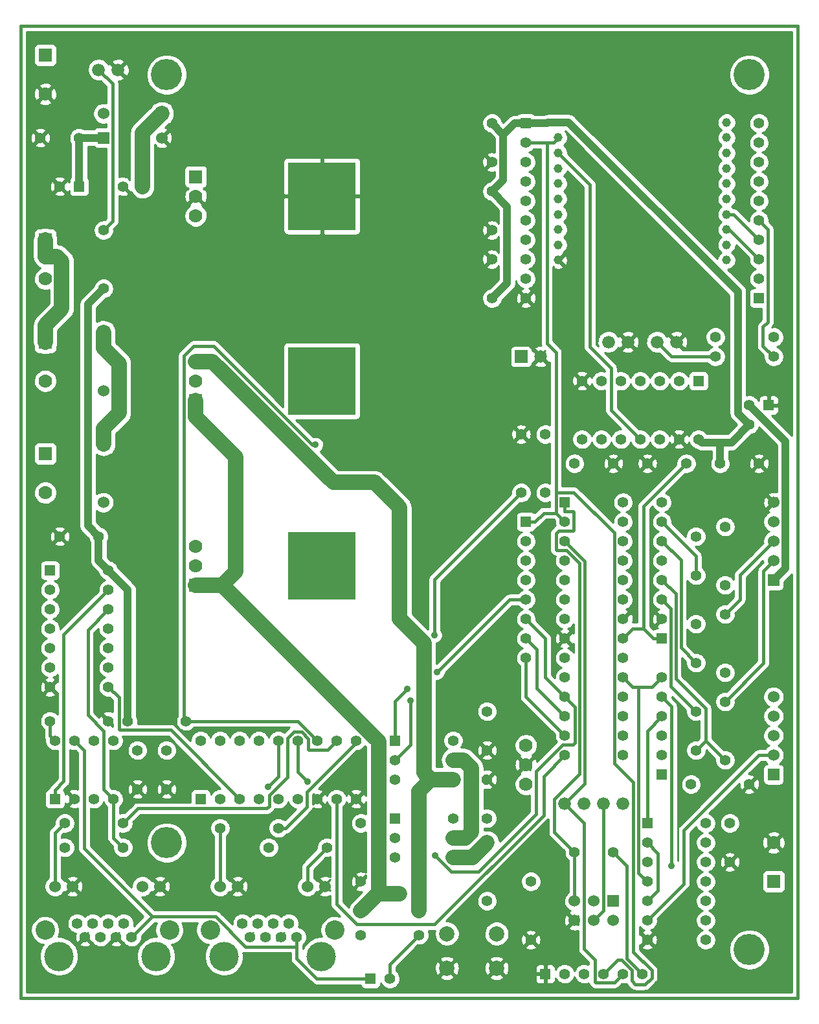
<source format=gtl>
G04 (created by PCBNEW-RS274X (2010-05-05 BZR 2356)-stable) date 7/8/2010 2:38:28 PM*
G01*
G70*
G90*
%MOIN*%
G04 Gerber Fmt 3.4, Leading zero omitted, Abs format*
%FSLAX34Y34*%
G04 APERTURE LIST*
%ADD10C,0.001000*%
%ADD11C,0.015000*%
%ADD12C,0.070000*%
%ADD13R,0.060000X0.060000*%
%ADD14C,0.060000*%
%ADD15C,0.078700*%
%ADD16R,0.046000X0.026000*%
%ADD17C,0.046000*%
%ADD18C,0.055000*%
%ADD19R,0.055000X0.055000*%
%ADD20C,0.066000*%
%ADD21R,0.070000X0.070000*%
%ADD22R,0.350000X0.350000*%
%ADD23C,0.151600*%
%ADD24C,0.100000*%
%ADD25R,0.065000X0.065000*%
%ADD26C,0.065000*%
%ADD27C,0.160000*%
%ADD28C,0.035000*%
%ADD29C,0.040000*%
%ADD30C,0.080000*%
%ADD31C,0.010000*%
G04 APERTURE END LIST*
G54D10*
G54D11*
X38000Y-64500D02*
X38000Y-14500D01*
X78000Y-64500D02*
X38000Y-64500D01*
X78000Y-14500D02*
X78000Y-64500D01*
X38000Y-14500D02*
X78000Y-14500D01*
G54D12*
X64000Y-51500D03*
X64000Y-53500D03*
X64000Y-52500D03*
G54D13*
X76750Y-53000D03*
G54D14*
X76750Y-52000D03*
X76750Y-51000D03*
X76750Y-50000D03*
X76750Y-49000D03*
G54D13*
X76750Y-43000D03*
G54D14*
X76750Y-42000D03*
X76750Y-41000D03*
X76750Y-40000D03*
X76750Y-39000D03*
G54D15*
X59933Y-62958D03*
X59933Y-61186D03*
X62492Y-61186D03*
X62492Y-62958D03*
G54D16*
X65670Y-19457D03*
G54D17*
X65670Y-20245D03*
X65670Y-21032D03*
X65670Y-21819D03*
X65670Y-22607D03*
X65670Y-23393D03*
X65670Y-24181D03*
X65670Y-24968D03*
X65670Y-25755D03*
X65670Y-26543D03*
X74330Y-26543D03*
X74330Y-25755D03*
X74330Y-24968D03*
X74330Y-24181D03*
X74330Y-23393D03*
X74330Y-22607D03*
X74330Y-21819D03*
X74330Y-21032D03*
X74330Y-20245D03*
X74330Y-19457D03*
G54D18*
X62000Y-51750D03*
X62000Y-49750D03*
X66500Y-37000D03*
X68500Y-37000D03*
X62000Y-53250D03*
X62000Y-55250D03*
X44000Y-51750D03*
X44000Y-53750D03*
X72250Y-37000D03*
X70250Y-37000D03*
X40000Y-40750D03*
X42000Y-40750D03*
X45500Y-51750D03*
X45500Y-53750D03*
X72750Y-40750D03*
X72750Y-42750D03*
G54D13*
X45250Y-19000D03*
G54D14*
X42250Y-19000D03*
G54D13*
X42250Y-36000D03*
G54D14*
X42250Y-39000D03*
G54D13*
X42250Y-30250D03*
G54D14*
X42250Y-33250D03*
G54D19*
X57250Y-55250D03*
G54D18*
X57250Y-56250D03*
X57250Y-57250D03*
X60250Y-57250D03*
X60250Y-56250D03*
X60250Y-55250D03*
G54D19*
X57250Y-51250D03*
G54D18*
X57250Y-52250D03*
X57250Y-53250D03*
X60250Y-53250D03*
X60250Y-52250D03*
X60250Y-51250D03*
G54D20*
X66000Y-54500D03*
X67000Y-54500D03*
X70750Y-30750D03*
X71750Y-30750D03*
X68000Y-54500D03*
X69000Y-54500D03*
G54D19*
X56000Y-63500D03*
G54D18*
X57000Y-63500D03*
X43250Y-55500D03*
X40250Y-55500D03*
X43250Y-56750D03*
X40250Y-56750D03*
X74250Y-43250D03*
X74250Y-40250D03*
X74250Y-44750D03*
X74250Y-47750D03*
X76750Y-31500D03*
X73750Y-31500D03*
X65000Y-35500D03*
X65000Y-38500D03*
X74250Y-49250D03*
X74250Y-52250D03*
X55500Y-55500D03*
X55500Y-58500D03*
X50750Y-56750D03*
X53750Y-56750D03*
X46500Y-50250D03*
X43500Y-50250D03*
X51250Y-55750D03*
X48250Y-55750D03*
X64250Y-58500D03*
X64250Y-61500D03*
X72500Y-53500D03*
X75500Y-53500D03*
X63750Y-38500D03*
X63750Y-35500D03*
X58500Y-61250D03*
X55500Y-61250D03*
G54D19*
X71000Y-53000D03*
G54D18*
X71000Y-52000D03*
X71000Y-51000D03*
X71000Y-50000D03*
X71000Y-49000D03*
X71000Y-48000D03*
G54D19*
X64000Y-40000D03*
G54D18*
X64000Y-41000D03*
X64000Y-42000D03*
X64000Y-43000D03*
X64000Y-44000D03*
X64000Y-45000D03*
X64000Y-46000D03*
X64000Y-47000D03*
G54D19*
X71000Y-46000D03*
G54D18*
X71000Y-45000D03*
X71000Y-44000D03*
X71000Y-43000D03*
X71000Y-42000D03*
X71000Y-41000D03*
X71000Y-40000D03*
X71000Y-39000D03*
X66000Y-40000D03*
X66000Y-41000D03*
X66000Y-42000D03*
X66000Y-43000D03*
X66000Y-44000D03*
X66000Y-45000D03*
X66000Y-46000D03*
X66000Y-47000D03*
X66000Y-48000D03*
X66000Y-49000D03*
X66000Y-50000D03*
X66000Y-51000D03*
X66000Y-52000D03*
G54D19*
X66000Y-39000D03*
G54D18*
X69000Y-52000D03*
X69000Y-51000D03*
X69000Y-50000D03*
X69000Y-49000D03*
X69000Y-48000D03*
X69000Y-47000D03*
X69000Y-46000D03*
X69000Y-45000D03*
X69000Y-44000D03*
X69000Y-43000D03*
X69000Y-42000D03*
X69000Y-41000D03*
X69000Y-40000D03*
X69000Y-39000D03*
G54D19*
X39750Y-54250D03*
G54D18*
X40750Y-54250D03*
X41750Y-54250D03*
X42750Y-54250D03*
X42750Y-51250D03*
X41750Y-51250D03*
X40750Y-51250D03*
X39750Y-51250D03*
G54D19*
X39500Y-42500D03*
G54D18*
X39500Y-43500D03*
X39500Y-44500D03*
X39500Y-45500D03*
X39500Y-46500D03*
X39500Y-47500D03*
X39500Y-48500D03*
X42500Y-48500D03*
X42500Y-47500D03*
X42500Y-46500D03*
X42500Y-45500D03*
X42500Y-44500D03*
X42500Y-43500D03*
X42500Y-42500D03*
G54D19*
X47250Y-54250D03*
G54D18*
X48250Y-54250D03*
X49250Y-54250D03*
X50250Y-54250D03*
X51250Y-54250D03*
X52250Y-54250D03*
X53250Y-54250D03*
X54250Y-54250D03*
X55250Y-54250D03*
X55250Y-51250D03*
X54250Y-51250D03*
X53250Y-51250D03*
X52250Y-51250D03*
X51250Y-51250D03*
X50250Y-51250D03*
X49250Y-51250D03*
X48250Y-51250D03*
X47250Y-51250D03*
G54D19*
X44250Y-22750D03*
G54D18*
X43250Y-22750D03*
X62250Y-25000D03*
X62250Y-23000D03*
X74000Y-37000D03*
X76000Y-37000D03*
X62250Y-28500D03*
X62250Y-26500D03*
G54D20*
X42000Y-16750D03*
X43000Y-16750D03*
G54D18*
X76750Y-30500D03*
X73750Y-30500D03*
X42500Y-50250D03*
X39500Y-50250D03*
X42250Y-28000D03*
X42250Y-25000D03*
X41000Y-20250D03*
X39000Y-20250D03*
G54D12*
X39250Y-18000D03*
G54D21*
X39250Y-16000D03*
G54D12*
X39250Y-32750D03*
G54D21*
X39250Y-30750D03*
G54D12*
X39250Y-38500D03*
G54D21*
X39250Y-36500D03*
G54D12*
X39250Y-27500D03*
G54D21*
X39250Y-25500D03*
G54D20*
X68250Y-30750D03*
X69250Y-30750D03*
G54D19*
X64000Y-19500D03*
G54D18*
X64000Y-20500D03*
X64000Y-21500D03*
X64000Y-22500D03*
X64000Y-23500D03*
X64000Y-24500D03*
X64000Y-25500D03*
X64000Y-26500D03*
X64000Y-27500D03*
X64000Y-28500D03*
G54D13*
X68500Y-59500D03*
G54D14*
X68500Y-60500D03*
X67500Y-59500D03*
X67500Y-60500D03*
X66500Y-59500D03*
X66500Y-60500D03*
G54D19*
X65000Y-63250D03*
G54D18*
X66000Y-63250D03*
X67000Y-63250D03*
X68000Y-63250D03*
X69000Y-63250D03*
X70000Y-63250D03*
G54D19*
X76000Y-28500D03*
G54D18*
X76000Y-27500D03*
X76000Y-26500D03*
X76000Y-25500D03*
X76000Y-24500D03*
X76000Y-23500D03*
X76000Y-22500D03*
X76000Y-21500D03*
X76000Y-20500D03*
X76000Y-19500D03*
G54D19*
X76500Y-34000D03*
G54D18*
X75500Y-34000D03*
X75500Y-35000D03*
G54D19*
X72882Y-32752D03*
G54D18*
X71882Y-32752D03*
X70882Y-32752D03*
X69882Y-32752D03*
X68882Y-32752D03*
X67882Y-32752D03*
X66882Y-32752D03*
X66882Y-35752D03*
X67882Y-35752D03*
X68882Y-35752D03*
X69882Y-35752D03*
X70882Y-35752D03*
X71882Y-35752D03*
X72882Y-35752D03*
G54D12*
X47000Y-24250D03*
G54D21*
X47000Y-22250D03*
G54D12*
X47000Y-23250D03*
G54D22*
X53500Y-23250D03*
G54D18*
X72750Y-51750D03*
X72750Y-49750D03*
X72750Y-47250D03*
X72750Y-45250D03*
G54D13*
X42250Y-20250D03*
G54D14*
X45250Y-20250D03*
G54D12*
X76750Y-56500D03*
G54D21*
X76750Y-58500D03*
G54D18*
X62250Y-21500D03*
X62250Y-19500D03*
G54D19*
X41000Y-22750D03*
G54D18*
X40000Y-22750D03*
X68500Y-57000D03*
X66500Y-57000D03*
G54D23*
X44950Y-62350D03*
X39950Y-62350D03*
G54D18*
X40900Y-60650D03*
X41300Y-61350D03*
X41700Y-60650D03*
X42100Y-61350D03*
X42500Y-60650D03*
X42900Y-61350D03*
X43300Y-60650D03*
G54D24*
X45650Y-61000D03*
X39250Y-61000D03*
G54D14*
X45150Y-58750D03*
X39750Y-58750D03*
X44250Y-58750D03*
X40650Y-58750D03*
G54D18*
X43700Y-61350D03*
G54D23*
X53450Y-62350D03*
X48450Y-62350D03*
G54D18*
X49400Y-60650D03*
X49800Y-61350D03*
X50200Y-60650D03*
X50600Y-61350D03*
X51000Y-60650D03*
X51400Y-61350D03*
X51800Y-60650D03*
G54D24*
X54150Y-61000D03*
X47750Y-61000D03*
G54D14*
X53650Y-58750D03*
X48250Y-58750D03*
X52750Y-58750D03*
X49150Y-58750D03*
G54D18*
X52200Y-61350D03*
G54D25*
X63750Y-31500D03*
G54D26*
X64750Y-31500D03*
G54D22*
X53500Y-32750D03*
G54D12*
X47000Y-31750D03*
X47000Y-32750D03*
G54D21*
X47000Y-33750D03*
G54D22*
X53500Y-42250D03*
G54D12*
X47000Y-41250D03*
X47000Y-42250D03*
G54D21*
X47000Y-43250D03*
G54D19*
X70250Y-55500D03*
G54D18*
X70250Y-56500D03*
X70250Y-57500D03*
X70250Y-58500D03*
X70250Y-59500D03*
X70250Y-60500D03*
X70250Y-61500D03*
X73250Y-61500D03*
X73250Y-60500D03*
X73250Y-59500D03*
X73250Y-58500D03*
X73250Y-57500D03*
X73250Y-56500D03*
X73250Y-55500D03*
X55500Y-60000D03*
X58500Y-60000D03*
X62000Y-59500D03*
X62000Y-56500D03*
G54D27*
X75500Y-17000D03*
X75500Y-62000D03*
X45500Y-56500D03*
X45500Y-17000D03*
G54D18*
X74500Y-55500D03*
X74500Y-57500D03*
G54D28*
X53165Y-36038D03*
X71485Y-57705D03*
X50714Y-53633D03*
X52750Y-53349D03*
X57894Y-48600D03*
X59424Y-47728D03*
X59330Y-57159D03*
X57488Y-59121D03*
X59287Y-45819D03*
X58040Y-49180D03*
G54D29*
X62836Y-22414D02*
X62836Y-20086D01*
X62250Y-23000D02*
X62836Y-22414D01*
X62836Y-20086D02*
X62250Y-19500D01*
X74920Y-34420D02*
X75500Y-35000D01*
X74920Y-28173D02*
X74920Y-34420D01*
X66204Y-19457D02*
X74920Y-28173D01*
X65670Y-19457D02*
X66204Y-19457D01*
X74000Y-35913D02*
X74000Y-37000D01*
X74587Y-35913D02*
X74000Y-35913D01*
X75500Y-35000D02*
X74587Y-35913D01*
X73043Y-35913D02*
X72882Y-35752D01*
X74000Y-35913D02*
X73043Y-35913D01*
X63035Y-23785D02*
X62250Y-23000D01*
X63035Y-27715D02*
X63035Y-23785D01*
X62250Y-28500D02*
X63035Y-27715D01*
X63422Y-19500D02*
X64000Y-19500D01*
X62836Y-20086D02*
X63422Y-19500D01*
X65093Y-19500D02*
X65136Y-19457D01*
X64000Y-19500D02*
X65093Y-19500D01*
X65670Y-19457D02*
X65136Y-19457D01*
G54D11*
X71000Y-46000D02*
X70547Y-46000D01*
X70047Y-39203D02*
X72250Y-37000D01*
X70047Y-45500D02*
X70047Y-39203D01*
X69500Y-45500D02*
X70047Y-45500D01*
X69000Y-46000D02*
X69500Y-45500D01*
X70047Y-45500D02*
X70547Y-46000D01*
X52250Y-50250D02*
X53250Y-51250D01*
X46500Y-50250D02*
X52250Y-50250D01*
X52995Y-36038D02*
X53165Y-36038D01*
X47914Y-30957D02*
X52995Y-36038D01*
X46902Y-30957D02*
X47914Y-30957D01*
X46394Y-31465D02*
X46902Y-30957D01*
X46394Y-50144D02*
X46394Y-31465D01*
X46500Y-50250D02*
X46394Y-50144D01*
X64908Y-53092D02*
X66000Y-52000D01*
X64908Y-55080D02*
X64908Y-53092D01*
X59289Y-60699D02*
X64908Y-55080D01*
X55275Y-60699D02*
X59289Y-60699D01*
X54250Y-59674D02*
X55275Y-60699D01*
X54250Y-54250D02*
X54250Y-59674D01*
X64546Y-46546D02*
X64000Y-46000D01*
X64546Y-48546D02*
X64546Y-46546D01*
X66000Y-50000D02*
X64546Y-48546D01*
X70796Y-57046D02*
X70250Y-56500D01*
X70796Y-58954D02*
X70796Y-57046D01*
X70250Y-59500D02*
X70796Y-58954D01*
X64000Y-49000D02*
X64000Y-47000D01*
X66000Y-51000D02*
X64000Y-49000D01*
X71485Y-49485D02*
X71000Y-49000D01*
X71485Y-57705D02*
X71485Y-49485D01*
X68000Y-60000D02*
X68000Y-54500D01*
X67500Y-60500D02*
X68000Y-60000D01*
X51250Y-53097D02*
X51250Y-51250D01*
X50714Y-53633D02*
X51250Y-53097D01*
X70250Y-50750D02*
X71000Y-50000D01*
X70250Y-55500D02*
X70250Y-50750D01*
X66500Y-59500D02*
X66500Y-57000D01*
X65466Y-55966D02*
X66500Y-57000D01*
X65466Y-54254D02*
X65466Y-55966D01*
X66771Y-52949D02*
X65466Y-54254D01*
X66771Y-42130D02*
X66771Y-52949D01*
X66098Y-41457D02*
X66771Y-42130D01*
X65584Y-41457D02*
X66098Y-41457D01*
X65541Y-41414D02*
X65584Y-41457D01*
X65541Y-40591D02*
X65541Y-41414D01*
X65675Y-40457D02*
X65541Y-40591D01*
X66429Y-40457D02*
X65675Y-40457D01*
X66453Y-40433D02*
X66429Y-40457D01*
X66453Y-39496D02*
X66453Y-40433D01*
X66410Y-39453D02*
X66453Y-39496D01*
X66000Y-39453D02*
X66410Y-39453D01*
X66000Y-39000D02*
X66000Y-39453D01*
X64000Y-20500D02*
X65078Y-20500D01*
X65415Y-20500D02*
X65670Y-20245D01*
X65078Y-20500D02*
X65415Y-20500D01*
X66456Y-38482D02*
X65546Y-38482D01*
X68544Y-40570D02*
X66456Y-38482D01*
X68544Y-52434D02*
X68544Y-40570D01*
X69517Y-53407D02*
X68544Y-52434D01*
X69517Y-62115D02*
X69517Y-53407D01*
X70475Y-63073D02*
X69517Y-62115D01*
X70475Y-63448D02*
X70475Y-63073D01*
X70135Y-63788D02*
X70475Y-63448D01*
X69632Y-63788D02*
X70135Y-63788D01*
X69453Y-63609D02*
X69632Y-63788D01*
X69453Y-63062D02*
X69453Y-63609D01*
X68917Y-62526D02*
X69453Y-63062D01*
X68724Y-62526D02*
X68917Y-62526D01*
X68000Y-63250D02*
X68724Y-62526D01*
X65078Y-30813D02*
X65078Y-20500D01*
X65546Y-31281D02*
X65078Y-30813D01*
X65546Y-38482D02*
X65546Y-31281D01*
X64000Y-40000D02*
X64453Y-40000D01*
X64907Y-39546D02*
X64453Y-40000D01*
X65546Y-39546D02*
X64907Y-39546D01*
X65546Y-38482D02*
X65546Y-39546D01*
X65546Y-39546D02*
X66000Y-40000D01*
X52250Y-52849D02*
X52750Y-53349D01*
X52250Y-51250D02*
X52250Y-52849D01*
X69797Y-58047D02*
X69797Y-48500D01*
X70250Y-58500D02*
X69797Y-58047D01*
X69500Y-48500D02*
X69797Y-48500D01*
X69000Y-48000D02*
X69500Y-48500D01*
X70500Y-48500D02*
X71000Y-48000D01*
X69797Y-48500D02*
X70500Y-48500D01*
X71453Y-48453D02*
X71453Y-44453D01*
X72750Y-49750D02*
X71453Y-48453D01*
X71453Y-44453D02*
X71000Y-44000D01*
X71000Y-40000D02*
X72750Y-41750D01*
X72750Y-41750D02*
X72750Y-42750D01*
X74250Y-52250D02*
X73250Y-51250D01*
X73250Y-49598D02*
X73250Y-51250D01*
X71707Y-48055D02*
X73250Y-49598D01*
X71707Y-43707D02*
X71707Y-48055D01*
X71000Y-43000D02*
X71707Y-43707D01*
X73250Y-51250D02*
X72750Y-51750D01*
X71974Y-46474D02*
X72750Y-47250D01*
X71974Y-41974D02*
X71974Y-46474D01*
X71000Y-41000D02*
X71974Y-41974D01*
X57250Y-49244D02*
X57894Y-48600D01*
X57250Y-51250D02*
X57250Y-49244D01*
X63152Y-44000D02*
X64000Y-44000D01*
X59424Y-47728D02*
X63152Y-44000D01*
X65001Y-46001D02*
X64000Y-45000D01*
X65001Y-48001D02*
X65001Y-46001D01*
X66000Y-49000D02*
X65001Y-48001D01*
X66517Y-49517D02*
X66000Y-49000D01*
X66517Y-51351D02*
X66517Y-49517D01*
X66411Y-51457D02*
X66517Y-51351D01*
X65891Y-51457D02*
X66411Y-51457D01*
X64529Y-52819D02*
X65891Y-51457D01*
X64529Y-55016D02*
X64529Y-52819D01*
X61564Y-57981D02*
X64529Y-55016D01*
X60152Y-57981D02*
X61564Y-57981D01*
X59330Y-57159D02*
X60152Y-57981D01*
G54D30*
X40103Y-29044D02*
X39250Y-29897D01*
X40103Y-26586D02*
X40103Y-29044D01*
X39870Y-26353D02*
X40103Y-26586D01*
X39250Y-26353D02*
X39870Y-26353D01*
X39250Y-25500D02*
X39250Y-26353D01*
X39250Y-30750D02*
X39250Y-29897D01*
X43053Y-31856D02*
X42250Y-31053D01*
X43053Y-34394D02*
X43053Y-31856D01*
X42250Y-35197D02*
X43053Y-34394D01*
X42250Y-36000D02*
X42250Y-35197D01*
X42250Y-30250D02*
X42250Y-31053D01*
X60904Y-56250D02*
X60250Y-56250D01*
X61193Y-55961D02*
X60904Y-56250D01*
X61193Y-52656D02*
X61193Y-55961D01*
X60787Y-52250D02*
X61193Y-52656D01*
X60250Y-52250D02*
X60787Y-52250D01*
X47000Y-33750D02*
X47000Y-34603D01*
X47000Y-43250D02*
X47427Y-43250D01*
X56431Y-59121D02*
X56405Y-59095D01*
X57488Y-59121D02*
X56431Y-59121D01*
X56405Y-59095D02*
X55500Y-60000D01*
X47427Y-43250D02*
X48354Y-43250D01*
X56405Y-51301D02*
X56405Y-59095D01*
X48354Y-43250D02*
X56405Y-51301D01*
X49047Y-36650D02*
X47000Y-34603D01*
X49047Y-42557D02*
X49047Y-36650D01*
X48354Y-43250D02*
X49047Y-42557D01*
G54D11*
X67025Y-53475D02*
X66000Y-54500D01*
X67025Y-42025D02*
X67025Y-53475D01*
X66000Y-41000D02*
X67025Y-42025D01*
X68546Y-63704D02*
X69000Y-63250D01*
X67586Y-63704D02*
X68546Y-63704D01*
X67543Y-63661D02*
X67586Y-63704D01*
X67543Y-62513D02*
X67543Y-63661D01*
X67000Y-61970D02*
X67543Y-62513D01*
X67000Y-55500D02*
X67000Y-61970D01*
X66000Y-54500D02*
X67000Y-55500D01*
X42250Y-53750D02*
X42750Y-54250D01*
X42250Y-50750D02*
X42250Y-53750D01*
X41439Y-49939D02*
X42250Y-50750D01*
X41439Y-45561D02*
X41439Y-49939D01*
X42500Y-44500D02*
X41439Y-45561D01*
X42750Y-56250D02*
X43250Y-56750D01*
X42750Y-54250D02*
X42750Y-56250D01*
X53776Y-51724D02*
X54250Y-51250D01*
X52832Y-51724D02*
X53776Y-51724D01*
X52789Y-51681D02*
X52832Y-51724D01*
X52789Y-51148D02*
X52789Y-51681D01*
X52438Y-50797D02*
X52789Y-51148D01*
X52063Y-50797D02*
X52438Y-50797D01*
X51725Y-51135D02*
X52063Y-50797D01*
X51725Y-53125D02*
X51725Y-51135D01*
X50784Y-54066D02*
X51725Y-53125D01*
X50784Y-54617D02*
X50784Y-54066D01*
X50661Y-54740D02*
X50784Y-54617D01*
X44010Y-54740D02*
X50661Y-54740D01*
X43250Y-55500D02*
X44010Y-54740D01*
X67286Y-22648D02*
X65670Y-21032D01*
X67286Y-30997D02*
X67286Y-22648D01*
X68382Y-32093D02*
X67286Y-30997D01*
X68382Y-34252D02*
X68382Y-32093D01*
X69882Y-35752D02*
X68382Y-34252D01*
G54D30*
X61250Y-57250D02*
X60250Y-57250D01*
X62000Y-56500D02*
X61250Y-57250D01*
X58500Y-53846D02*
X59096Y-53250D01*
X58500Y-60000D02*
X58500Y-53846D01*
X59096Y-53250D02*
X60250Y-53250D01*
X47855Y-31750D02*
X47000Y-31750D01*
X54084Y-37979D02*
X47855Y-31750D01*
X56207Y-37979D02*
X54084Y-37979D01*
X57495Y-39267D02*
X56207Y-37979D01*
X57495Y-44986D02*
X57495Y-39267D01*
X58746Y-46237D02*
X57495Y-44986D01*
X58746Y-52900D02*
X58746Y-46237D01*
X59096Y-53250D02*
X58746Y-52900D01*
G54D11*
X75987Y-52000D02*
X76750Y-52000D01*
X72136Y-55851D02*
X75987Y-52000D01*
X72136Y-58614D02*
X72136Y-55851D01*
X70250Y-60500D02*
X72136Y-58614D01*
X57000Y-62750D02*
X57000Y-63500D01*
X58500Y-61250D02*
X57000Y-62750D01*
X76454Y-29725D02*
X76204Y-29975D01*
X76454Y-24954D02*
X76454Y-29725D01*
X76000Y-24500D02*
X76454Y-24954D01*
X76204Y-30954D02*
X76750Y-31500D01*
X76204Y-29975D02*
X76204Y-30954D01*
X71500Y-31500D02*
X70750Y-30750D01*
X73750Y-31500D02*
X71500Y-31500D01*
X74681Y-24181D02*
X74330Y-24181D01*
X76000Y-25500D02*
X74681Y-24181D01*
X74468Y-24968D02*
X74330Y-24968D01*
X76000Y-26500D02*
X74468Y-24968D01*
X48250Y-58750D02*
X48250Y-55750D01*
X52750Y-57750D02*
X53750Y-56750D01*
X52750Y-58750D02*
X52750Y-57750D01*
X52200Y-61350D02*
X52200Y-61851D01*
X53237Y-63500D02*
X56000Y-63500D01*
X52200Y-62463D02*
X53237Y-63500D01*
X52200Y-61851D02*
X52200Y-62463D01*
X41250Y-51750D02*
X40750Y-51250D01*
X41250Y-56796D02*
X41250Y-51750D01*
X44752Y-60298D02*
X41250Y-56796D01*
X48009Y-60298D02*
X44752Y-60298D01*
X49562Y-61851D02*
X48009Y-60298D01*
X52200Y-61851D02*
X49562Y-61851D01*
X44752Y-60298D02*
X43700Y-61350D01*
X39750Y-56000D02*
X40250Y-55500D01*
X39750Y-58750D02*
X39750Y-56000D01*
X43086Y-50707D02*
X43043Y-50664D01*
X45707Y-50707D02*
X43086Y-50707D01*
X49250Y-54250D02*
X45707Y-50707D01*
X43043Y-49043D02*
X42500Y-48500D01*
X43043Y-50664D02*
X43043Y-49043D01*
X40203Y-53344D02*
X39750Y-53797D01*
X40203Y-45797D02*
X40203Y-53344D01*
X42500Y-43500D02*
X40203Y-45797D01*
X39750Y-54250D02*
X39750Y-53797D01*
X39500Y-51000D02*
X39500Y-50250D01*
X39750Y-51250D02*
X39500Y-51000D01*
X70000Y-63250D02*
X69198Y-62448D01*
X69198Y-57698D02*
X68500Y-57000D01*
X69198Y-62448D02*
X69198Y-57698D01*
X59287Y-42963D02*
X59287Y-45819D01*
X63750Y-38500D02*
X59287Y-42963D01*
X58040Y-51460D02*
X57250Y-52250D01*
X58040Y-49180D02*
X58040Y-51460D01*
X74250Y-44750D02*
X75016Y-43984D01*
X75016Y-42734D02*
X76750Y-41000D01*
X75016Y-43984D02*
X75016Y-42734D01*
X76229Y-42521D02*
X76750Y-42000D01*
X76229Y-47271D02*
X76229Y-42521D01*
X74250Y-49250D02*
X76229Y-47271D01*
X42250Y-25000D02*
X42729Y-24521D01*
X42729Y-17479D02*
X42000Y-16750D01*
X42729Y-24521D02*
X42729Y-17479D01*
G54D30*
X44250Y-20000D02*
X45250Y-19000D01*
X44250Y-22750D02*
X44250Y-20000D01*
G54D11*
X52707Y-54661D02*
X52707Y-53892D01*
X51618Y-55750D02*
X52707Y-54661D01*
X51250Y-55750D02*
X51618Y-55750D01*
X55250Y-51349D02*
X55250Y-51250D01*
X52707Y-53892D02*
X55250Y-51349D01*
G54D29*
X43500Y-43500D02*
X43500Y-50250D01*
X42500Y-42500D02*
X43500Y-43500D01*
X77364Y-42386D02*
X76750Y-43000D01*
X77364Y-35864D02*
X77364Y-42386D01*
X75500Y-34000D02*
X77364Y-35864D01*
X42000Y-42000D02*
X42000Y-40750D01*
X42500Y-42500D02*
X42000Y-42000D01*
X41446Y-28804D02*
X42250Y-28000D01*
X41446Y-40196D02*
X41446Y-28804D01*
X42000Y-40750D02*
X41446Y-40196D01*
X42250Y-20250D02*
X41647Y-20250D01*
X41000Y-22750D02*
X41000Y-20250D01*
X41000Y-20250D02*
X41647Y-20250D01*
G54D31*
X38300Y-14800D02*
X77700Y-14800D01*
X38300Y-14880D02*
X77700Y-14880D01*
X38300Y-14960D02*
X77700Y-14960D01*
X38300Y-15040D02*
X77700Y-15040D01*
X38300Y-15120D02*
X77700Y-15120D01*
X38300Y-15200D02*
X77700Y-15200D01*
X38300Y-15280D02*
X77700Y-15280D01*
X38300Y-15360D02*
X77700Y-15360D01*
X38300Y-15440D02*
X38765Y-15440D01*
X39736Y-15440D02*
X77700Y-15440D01*
X38300Y-15520D02*
X38686Y-15520D01*
X39814Y-15520D02*
X77700Y-15520D01*
X38300Y-15600D02*
X38655Y-15600D01*
X39846Y-15600D02*
X77700Y-15600D01*
X38300Y-15680D02*
X38650Y-15680D01*
X39850Y-15680D02*
X77700Y-15680D01*
X38300Y-15760D02*
X38650Y-15760D01*
X39850Y-15760D02*
X77700Y-15760D01*
X38300Y-15840D02*
X38650Y-15840D01*
X39850Y-15840D02*
X77700Y-15840D01*
X38300Y-15920D02*
X38650Y-15920D01*
X39850Y-15920D02*
X77700Y-15920D01*
X38300Y-16000D02*
X38650Y-16000D01*
X39850Y-16000D02*
X45173Y-16000D01*
X45831Y-16000D02*
X75173Y-16000D01*
X75831Y-16000D02*
X77700Y-16000D01*
X38300Y-16080D02*
X38650Y-16080D01*
X39850Y-16080D02*
X44989Y-16080D01*
X46014Y-16080D02*
X74989Y-16080D01*
X76014Y-16080D02*
X77700Y-16080D01*
X38300Y-16160D02*
X38650Y-16160D01*
X39850Y-16160D02*
X44867Y-16160D01*
X46133Y-16160D02*
X74867Y-16160D01*
X76133Y-16160D02*
X77700Y-16160D01*
X38300Y-16240D02*
X38650Y-16240D01*
X39850Y-16240D02*
X41723Y-16240D01*
X42280Y-16240D02*
X42729Y-16240D01*
X43269Y-16240D02*
X44776Y-16240D01*
X46225Y-16240D02*
X74776Y-16240D01*
X76225Y-16240D02*
X77700Y-16240D01*
X38300Y-16320D02*
X38650Y-16320D01*
X39850Y-16320D02*
X41612Y-16320D01*
X42389Y-16320D02*
X42681Y-16320D01*
X43320Y-16320D02*
X44695Y-16320D01*
X46305Y-16320D02*
X74695Y-16320D01*
X76305Y-16320D02*
X77700Y-16320D01*
X38300Y-16400D02*
X38654Y-16400D01*
X39845Y-16400D02*
X41538Y-16400D01*
X42463Y-16400D02*
X42721Y-16400D01*
X43279Y-16400D02*
X44639Y-16400D01*
X46363Y-16400D02*
X74639Y-16400D01*
X76363Y-16400D02*
X77700Y-16400D01*
X38300Y-16480D02*
X38686Y-16480D01*
X39814Y-16480D02*
X41486Y-16480D01*
X42659Y-16480D02*
X42801Y-16480D01*
X43199Y-16480D02*
X43341Y-16480D01*
X43512Y-16480D02*
X44584Y-16480D01*
X46416Y-16480D02*
X74584Y-16480D01*
X76416Y-16480D02*
X77700Y-16480D01*
X38300Y-16560D02*
X38764Y-16560D01*
X39735Y-16560D02*
X41452Y-16560D01*
X42739Y-16560D02*
X42881Y-16560D01*
X43119Y-16560D02*
X43261Y-16560D01*
X43545Y-16560D02*
X44546Y-16560D01*
X46455Y-16560D02*
X74546Y-16560D01*
X76455Y-16560D02*
X77700Y-16560D01*
X38300Y-16640D02*
X41432Y-16640D01*
X42819Y-16640D02*
X42961Y-16640D01*
X43039Y-16640D02*
X43181Y-16640D01*
X43567Y-16640D02*
X44512Y-16640D01*
X46488Y-16640D02*
X74512Y-16640D01*
X76488Y-16640D02*
X77700Y-16640D01*
X38300Y-16720D02*
X41422Y-16720D01*
X42899Y-16720D02*
X43101Y-16720D01*
X43578Y-16720D02*
X44486Y-16720D01*
X46515Y-16720D02*
X74486Y-16720D01*
X76515Y-16720D02*
X77700Y-16720D01*
X38300Y-16800D02*
X41420Y-16800D01*
X42979Y-16800D02*
X43121Y-16800D01*
X43573Y-16800D02*
X44470Y-16800D01*
X46531Y-16800D02*
X74470Y-16800D01*
X76531Y-16800D02*
X77700Y-16800D01*
X38300Y-16880D02*
X41435Y-16880D01*
X43059Y-16880D02*
X43201Y-16880D01*
X43561Y-16880D02*
X44453Y-16880D01*
X46547Y-16880D02*
X74453Y-16880D01*
X76547Y-16880D02*
X77700Y-16880D01*
X38300Y-16960D02*
X41460Y-16960D01*
X43139Y-16960D02*
X43281Y-16960D01*
X43537Y-16960D02*
X44451Y-16960D01*
X46549Y-16960D02*
X74451Y-16960D01*
X76549Y-16960D02*
X77700Y-16960D01*
X38300Y-17040D02*
X41498Y-17040D01*
X43219Y-17040D02*
X43361Y-17040D01*
X43499Y-17040D02*
X44450Y-17040D01*
X46548Y-17040D02*
X74450Y-17040D01*
X76548Y-17040D02*
X77700Y-17040D01*
X38300Y-17120D02*
X41551Y-17120D01*
X43299Y-17120D02*
X44454Y-17120D01*
X46547Y-17120D02*
X74454Y-17120D01*
X76547Y-17120D02*
X77700Y-17120D01*
X38300Y-17200D02*
X41633Y-17200D01*
X43312Y-17200D02*
X44469Y-17200D01*
X46531Y-17200D02*
X74469Y-17200D01*
X76531Y-17200D02*
X77700Y-17200D01*
X38300Y-17280D02*
X41766Y-17280D01*
X43229Y-17280D02*
X44483Y-17280D01*
X46513Y-17280D02*
X74483Y-17280D01*
X76513Y-17280D02*
X77700Y-17280D01*
X38300Y-17360D02*
X42151Y-17360D01*
X43031Y-17360D02*
X44513Y-17360D01*
X46488Y-17360D02*
X74513Y-17360D01*
X76488Y-17360D02*
X77700Y-17360D01*
X38300Y-17440D02*
X39046Y-17440D01*
X39462Y-17440D02*
X42231Y-17440D01*
X43051Y-17440D02*
X44545Y-17440D01*
X46453Y-17440D02*
X74545Y-17440D01*
X76453Y-17440D02*
X77700Y-17440D01*
X38300Y-17520D02*
X38929Y-17520D01*
X39571Y-17520D02*
X42311Y-17520D01*
X43054Y-17520D02*
X44586Y-17520D01*
X46417Y-17520D02*
X74586Y-17520D01*
X76417Y-17520D02*
X77700Y-17520D01*
X38300Y-17600D02*
X38921Y-17600D01*
X39579Y-17600D02*
X42391Y-17600D01*
X43054Y-17600D02*
X44637Y-17600D01*
X46361Y-17600D02*
X74637Y-17600D01*
X76361Y-17600D02*
X77700Y-17600D01*
X38300Y-17680D02*
X38767Y-17680D01*
X38859Y-17680D02*
X39001Y-17680D01*
X39499Y-17680D02*
X39641Y-17680D01*
X39733Y-17680D02*
X42404Y-17680D01*
X43054Y-17680D02*
X44697Y-17680D01*
X46305Y-17680D02*
X74697Y-17680D01*
X76305Y-17680D02*
X77700Y-17680D01*
X38300Y-17760D02*
X38704Y-17760D01*
X38939Y-17760D02*
X39081Y-17760D01*
X39419Y-17760D02*
X39561Y-17760D01*
X39798Y-17760D02*
X42404Y-17760D01*
X43054Y-17760D02*
X44774Y-17760D01*
X46224Y-17760D02*
X74774Y-17760D01*
X76224Y-17760D02*
X77700Y-17760D01*
X38300Y-17840D02*
X38676Y-17840D01*
X39019Y-17840D02*
X39161Y-17840D01*
X39339Y-17840D02*
X39481Y-17840D01*
X39826Y-17840D02*
X42404Y-17840D01*
X43054Y-17840D02*
X44868Y-17840D01*
X46135Y-17840D02*
X74868Y-17840D01*
X76135Y-17840D02*
X77700Y-17840D01*
X38300Y-17920D02*
X38657Y-17920D01*
X39099Y-17920D02*
X39241Y-17920D01*
X39259Y-17920D02*
X39401Y-17920D01*
X39842Y-17920D02*
X42404Y-17920D01*
X43054Y-17920D02*
X44983Y-17920D01*
X46010Y-17920D02*
X74983Y-17920D01*
X76010Y-17920D02*
X77700Y-17920D01*
X38300Y-18000D02*
X38653Y-18000D01*
X39179Y-18000D02*
X39321Y-18000D01*
X39847Y-18000D02*
X42404Y-18000D01*
X43054Y-18000D02*
X45167Y-18000D01*
X45825Y-18000D02*
X75167Y-18000D01*
X75825Y-18000D02*
X77700Y-18000D01*
X38300Y-18080D02*
X38658Y-18080D01*
X39099Y-18080D02*
X39241Y-18080D01*
X39259Y-18080D02*
X39401Y-18080D01*
X39843Y-18080D02*
X42404Y-18080D01*
X43054Y-18080D02*
X77700Y-18080D01*
X38300Y-18160D02*
X38674Y-18160D01*
X39019Y-18160D02*
X39161Y-18160D01*
X39339Y-18160D02*
X39481Y-18160D01*
X39824Y-18160D02*
X42404Y-18160D01*
X43054Y-18160D02*
X77700Y-18160D01*
X38300Y-18240D02*
X38702Y-18240D01*
X38939Y-18240D02*
X39081Y-18240D01*
X39419Y-18240D02*
X39561Y-18240D01*
X39796Y-18240D02*
X42404Y-18240D01*
X43054Y-18240D02*
X77700Y-18240D01*
X38300Y-18320D02*
X38767Y-18320D01*
X38859Y-18320D02*
X39001Y-18320D01*
X39499Y-18320D02*
X39641Y-18320D01*
X39733Y-18320D02*
X42404Y-18320D01*
X43054Y-18320D02*
X77700Y-18320D01*
X38300Y-18400D02*
X38921Y-18400D01*
X39579Y-18400D02*
X42404Y-18400D01*
X43054Y-18400D02*
X45004Y-18400D01*
X45498Y-18400D02*
X77700Y-18400D01*
X38300Y-18480D02*
X38929Y-18480D01*
X39571Y-18480D02*
X42072Y-18480D01*
X43054Y-18480D02*
X44830Y-18480D01*
X45672Y-18480D02*
X77700Y-18480D01*
X38300Y-18560D02*
X39038Y-18560D01*
X39454Y-18560D02*
X41920Y-18560D01*
X43054Y-18560D02*
X44743Y-18560D01*
X45757Y-18560D02*
X77700Y-18560D01*
X38300Y-18640D02*
X41834Y-18640D01*
X43054Y-18640D02*
X44690Y-18640D01*
X45793Y-18640D02*
X77700Y-18640D01*
X38300Y-18720D02*
X41777Y-18720D01*
X43054Y-18720D02*
X44610Y-18720D01*
X45834Y-18720D02*
X77700Y-18720D01*
X38300Y-18800D02*
X41739Y-18800D01*
X43054Y-18800D02*
X44530Y-18800D01*
X45866Y-18800D02*
X77700Y-18800D01*
X38300Y-18880D02*
X41715Y-18880D01*
X43054Y-18880D02*
X44450Y-18880D01*
X45889Y-18880D02*
X77700Y-18880D01*
X38300Y-18960D02*
X41702Y-18960D01*
X43054Y-18960D02*
X44370Y-18960D01*
X45896Y-18960D02*
X77700Y-18960D01*
X38300Y-19040D02*
X41701Y-19040D01*
X43054Y-19040D02*
X44290Y-19040D01*
X45896Y-19040D02*
X61996Y-19040D01*
X62506Y-19040D02*
X63556Y-19040D01*
X64444Y-19040D02*
X64967Y-19040D01*
X66372Y-19040D02*
X74092Y-19040D01*
X74570Y-19040D02*
X75746Y-19040D01*
X76256Y-19040D02*
X77700Y-19040D01*
X38300Y-19120D02*
X41713Y-19120D01*
X43054Y-19120D02*
X44210Y-19120D01*
X45887Y-19120D02*
X61889Y-19120D01*
X62611Y-19120D02*
X63183Y-19120D01*
X66500Y-19120D02*
X73989Y-19120D01*
X74672Y-19120D02*
X75639Y-19120D01*
X76361Y-19120D02*
X77700Y-19120D01*
X38300Y-19200D02*
X41738Y-19200D01*
X43054Y-19200D02*
X44130Y-19200D01*
X45865Y-19200D02*
X61821Y-19200D01*
X62680Y-19200D02*
X63085Y-19200D01*
X66583Y-19200D02*
X73925Y-19200D01*
X74736Y-19200D02*
X75571Y-19200D01*
X76430Y-19200D02*
X77700Y-19200D01*
X38300Y-19280D02*
X41777Y-19280D01*
X43054Y-19280D02*
X44050Y-19280D01*
X45833Y-19280D02*
X61775Y-19280D01*
X62727Y-19280D02*
X63005Y-19280D01*
X66663Y-19280D02*
X73884Y-19280D01*
X74777Y-19280D02*
X75525Y-19280D01*
X76477Y-19280D02*
X77700Y-19280D01*
X38300Y-19360D02*
X41834Y-19360D01*
X43054Y-19360D02*
X43970Y-19360D01*
X45792Y-19360D02*
X61744Y-19360D01*
X62756Y-19360D02*
X62925Y-19360D01*
X66743Y-19360D02*
X73860Y-19360D01*
X74801Y-19360D02*
X75494Y-19360D01*
X76507Y-19360D02*
X77700Y-19360D01*
X38300Y-19440D02*
X41921Y-19440D01*
X43054Y-19440D02*
X43890Y-19440D01*
X45757Y-19440D02*
X61728Y-19440D01*
X62826Y-19440D02*
X62845Y-19440D01*
X66823Y-19440D02*
X73851Y-19440D01*
X74809Y-19440D02*
X75478Y-19440D01*
X76523Y-19440D02*
X77700Y-19440D01*
X38300Y-19520D02*
X42068Y-19520D01*
X43054Y-19520D02*
X43810Y-19520D01*
X45670Y-19520D02*
X61726Y-19520D01*
X66903Y-19520D02*
X73853Y-19520D01*
X74807Y-19520D02*
X75476Y-19520D01*
X76522Y-19520D02*
X77700Y-19520D01*
X38300Y-19600D02*
X42404Y-19600D01*
X43054Y-19600D02*
X43741Y-19600D01*
X45567Y-19600D02*
X61735Y-19600D01*
X66983Y-19600D02*
X73870Y-19600D01*
X74789Y-19600D02*
X75485Y-19600D01*
X76514Y-19600D02*
X77700Y-19600D01*
X38300Y-19680D02*
X42404Y-19680D01*
X43054Y-19680D02*
X43688Y-19680D01*
X45487Y-19680D02*
X61758Y-19680D01*
X67063Y-19680D02*
X73902Y-19680D01*
X74755Y-19680D02*
X75508Y-19680D01*
X76493Y-19680D02*
X77700Y-19680D01*
X38300Y-19760D02*
X38818Y-19760D01*
X39185Y-19760D02*
X40815Y-19760D01*
X41187Y-19760D02*
X41787Y-19760D01*
X43054Y-19760D02*
X43647Y-19760D01*
X45494Y-19760D02*
X61794Y-19760D01*
X67143Y-19760D02*
X73954Y-19760D01*
X74703Y-19760D02*
X75544Y-19760D01*
X76457Y-19760D02*
X77700Y-19760D01*
X38300Y-19840D02*
X38723Y-19840D01*
X39278Y-19840D02*
X40669Y-19840D01*
X43054Y-19840D02*
X43623Y-19840D01*
X45549Y-19840D02*
X61849Y-19840D01*
X67223Y-19840D02*
X74040Y-19840D01*
X74622Y-19840D02*
X75599Y-19840D01*
X76400Y-19840D02*
X77700Y-19840D01*
X38300Y-19920D02*
X38741Y-19920D01*
X39259Y-19920D02*
X40591Y-19920D01*
X43054Y-19920D02*
X43608Y-19920D01*
X45509Y-19920D02*
X61935Y-19920D01*
X66024Y-19920D02*
X66031Y-19920D01*
X67303Y-19920D02*
X73977Y-19920D01*
X74684Y-19920D02*
X75685Y-19920D01*
X76316Y-19920D02*
X77700Y-19920D01*
X38300Y-20000D02*
X38541Y-20000D01*
X38679Y-20000D02*
X38821Y-20000D01*
X39179Y-20000D02*
X39321Y-20000D01*
X39462Y-20000D02*
X40538Y-20000D01*
X43054Y-20000D02*
X43600Y-20000D01*
X45429Y-20000D02*
X45571Y-20000D01*
X45739Y-20000D02*
X62084Y-20000D01*
X66084Y-20000D02*
X66111Y-20000D01*
X67383Y-20000D02*
X73916Y-20000D01*
X74744Y-20000D02*
X75836Y-20000D01*
X76164Y-20000D02*
X77700Y-20000D01*
X38300Y-20080D02*
X38504Y-20080D01*
X38759Y-20080D02*
X38901Y-20080D01*
X39099Y-20080D02*
X39241Y-20080D01*
X39495Y-20080D02*
X40503Y-20080D01*
X43054Y-20080D02*
X43600Y-20080D01*
X45349Y-20080D02*
X45491Y-20080D01*
X45770Y-20080D02*
X62194Y-20080D01*
X66122Y-20080D02*
X66191Y-20080D01*
X67463Y-20080D02*
X73879Y-20080D01*
X74782Y-20080D02*
X75684Y-20080D01*
X76315Y-20080D02*
X77700Y-20080D01*
X38300Y-20160D02*
X38484Y-20160D01*
X38839Y-20160D02*
X38981Y-20160D01*
X39019Y-20160D02*
X39161Y-20160D01*
X39516Y-20160D02*
X40484Y-20160D01*
X43054Y-20160D02*
X43600Y-20160D01*
X45269Y-20160D02*
X45411Y-20160D01*
X45790Y-20160D02*
X62274Y-20160D01*
X66143Y-20160D02*
X66271Y-20160D01*
X67543Y-20160D02*
X73858Y-20160D01*
X74803Y-20160D02*
X75599Y-20160D01*
X76401Y-20160D02*
X77700Y-20160D01*
X38300Y-20240D02*
X38477Y-20240D01*
X38919Y-20240D02*
X39081Y-20240D01*
X39524Y-20240D02*
X40477Y-20240D01*
X43054Y-20240D02*
X43600Y-20240D01*
X45187Y-20240D02*
X45331Y-20240D01*
X45798Y-20240D02*
X62354Y-20240D01*
X66149Y-20240D02*
X66351Y-20240D01*
X67623Y-20240D02*
X73850Y-20240D01*
X74809Y-20240D02*
X75544Y-20240D01*
X76457Y-20240D02*
X77700Y-20240D01*
X38300Y-20320D02*
X38481Y-20320D01*
X38859Y-20320D02*
X39141Y-20320D01*
X39520Y-20320D02*
X40479Y-20320D01*
X43054Y-20320D02*
X43600Y-20320D01*
X45249Y-20320D02*
X45390Y-20320D01*
X45794Y-20320D02*
X62386Y-20320D01*
X66144Y-20320D02*
X66431Y-20320D01*
X67703Y-20320D02*
X73855Y-20320D01*
X74804Y-20320D02*
X75507Y-20320D01*
X76493Y-20320D02*
X77700Y-20320D01*
X38300Y-20400D02*
X38498Y-20400D01*
X38779Y-20400D02*
X38921Y-20400D01*
X39079Y-20400D02*
X39221Y-20400D01*
X39501Y-20400D02*
X40496Y-20400D01*
X43054Y-20400D02*
X43600Y-20400D01*
X45330Y-20400D02*
X45470Y-20400D01*
X45776Y-20400D02*
X62386Y-20400D01*
X66126Y-20400D02*
X66511Y-20400D01*
X67783Y-20400D02*
X73874Y-20400D01*
X74786Y-20400D02*
X75486Y-20400D01*
X76515Y-20400D02*
X77700Y-20400D01*
X38300Y-20480D02*
X38528Y-20480D01*
X38699Y-20480D02*
X38841Y-20480D01*
X39159Y-20480D02*
X39301Y-20480D01*
X39469Y-20480D02*
X40528Y-20480D01*
X43054Y-20480D02*
X43600Y-20480D01*
X45410Y-20480D02*
X45550Y-20480D01*
X45746Y-20480D02*
X62386Y-20480D01*
X66090Y-20480D02*
X66591Y-20480D01*
X67863Y-20480D02*
X73910Y-20480D01*
X74750Y-20480D02*
X75477Y-20480D01*
X76523Y-20480D02*
X77700Y-20480D01*
X38300Y-20560D02*
X38761Y-20560D01*
X39239Y-20560D02*
X40550Y-20560D01*
X43054Y-20560D02*
X43600Y-20560D01*
X45490Y-20560D02*
X62386Y-20560D01*
X66035Y-20560D02*
X66671Y-20560D01*
X67943Y-20560D02*
X73966Y-20560D01*
X74695Y-20560D02*
X75478Y-20560D01*
X76522Y-20560D02*
X77700Y-20560D01*
X38300Y-20640D02*
X38717Y-20640D01*
X39282Y-20640D02*
X40550Y-20640D01*
X43054Y-20640D02*
X43600Y-20640D01*
X44900Y-20640D02*
X44945Y-20640D01*
X45554Y-20640D02*
X62386Y-20640D01*
X65948Y-20640D02*
X66751Y-20640D01*
X68023Y-20640D02*
X74052Y-20640D01*
X74608Y-20640D02*
X75493Y-20640D01*
X76505Y-20640D02*
X77700Y-20640D01*
X38300Y-20720D02*
X38771Y-20720D01*
X39233Y-20720D02*
X40550Y-20720D01*
X41450Y-20720D02*
X41767Y-20720D01*
X43054Y-20720D02*
X43600Y-20720D01*
X44900Y-20720D02*
X44968Y-20720D01*
X45531Y-20720D02*
X62386Y-20720D01*
X66037Y-20720D02*
X66831Y-20720D01*
X68103Y-20720D02*
X73964Y-20720D01*
X74697Y-20720D02*
X75524Y-20720D01*
X76475Y-20720D02*
X77700Y-20720D01*
X38300Y-20800D02*
X40550Y-20800D01*
X41450Y-20800D02*
X42404Y-20800D01*
X43054Y-20800D02*
X43600Y-20800D01*
X44900Y-20800D02*
X62386Y-20800D01*
X66093Y-20800D02*
X66911Y-20800D01*
X68183Y-20800D02*
X73907Y-20800D01*
X74753Y-20800D02*
X75569Y-20800D01*
X76429Y-20800D02*
X77700Y-20800D01*
X38300Y-20880D02*
X40550Y-20880D01*
X41450Y-20880D02*
X42404Y-20880D01*
X43054Y-20880D02*
X43600Y-20880D01*
X44900Y-20880D02*
X62386Y-20880D01*
X64360Y-20880D02*
X64753Y-20880D01*
X66127Y-20880D02*
X66991Y-20880D01*
X68263Y-20880D02*
X73873Y-20880D01*
X74787Y-20880D02*
X75637Y-20880D01*
X76360Y-20880D02*
X77700Y-20880D01*
X38300Y-20960D02*
X40550Y-20960D01*
X41450Y-20960D02*
X42404Y-20960D01*
X43054Y-20960D02*
X43600Y-20960D01*
X44900Y-20960D02*
X62386Y-20960D01*
X64252Y-20960D02*
X64753Y-20960D01*
X66146Y-20960D02*
X67071Y-20960D01*
X68343Y-20960D02*
X73855Y-20960D01*
X74806Y-20960D02*
X75745Y-20960D01*
X76252Y-20960D02*
X77700Y-20960D01*
X38300Y-21040D02*
X40550Y-21040D01*
X41450Y-21040D02*
X42404Y-21040D01*
X43054Y-21040D02*
X43600Y-21040D01*
X44900Y-21040D02*
X61998Y-21040D01*
X64256Y-21040D02*
X64753Y-21040D01*
X66148Y-21040D02*
X67151Y-21040D01*
X68423Y-21040D02*
X73850Y-21040D01*
X74808Y-21040D02*
X75746Y-21040D01*
X76256Y-21040D02*
X77700Y-21040D01*
X38300Y-21120D02*
X40550Y-21120D01*
X41450Y-21120D02*
X42404Y-21120D01*
X43054Y-21120D02*
X43600Y-21120D01*
X44900Y-21120D02*
X61965Y-21120D01*
X64361Y-21120D02*
X64753Y-21120D01*
X66218Y-21120D02*
X67231Y-21120D01*
X68503Y-21120D02*
X73857Y-21120D01*
X74802Y-21120D02*
X75639Y-21120D01*
X76361Y-21120D02*
X77700Y-21120D01*
X38300Y-21200D02*
X40550Y-21200D01*
X41450Y-21200D02*
X42404Y-21200D01*
X43054Y-21200D02*
X43600Y-21200D01*
X44900Y-21200D02*
X62021Y-21200D01*
X64430Y-21200D02*
X64753Y-21200D01*
X66298Y-21200D02*
X67311Y-21200D01*
X68583Y-21200D02*
X73880Y-21200D01*
X74780Y-21200D02*
X75571Y-21200D01*
X76430Y-21200D02*
X77700Y-21200D01*
X38300Y-21280D02*
X40550Y-21280D01*
X41450Y-21280D02*
X42404Y-21280D01*
X43054Y-21280D02*
X43600Y-21280D01*
X44900Y-21280D02*
X51630Y-21280D01*
X53418Y-21280D02*
X53582Y-21280D01*
X55371Y-21280D02*
X61777Y-21280D01*
X61959Y-21280D02*
X62101Y-21280D01*
X64477Y-21280D02*
X64753Y-21280D01*
X66378Y-21280D02*
X67391Y-21280D01*
X68663Y-21280D02*
X73918Y-21280D01*
X74741Y-21280D02*
X75525Y-21280D01*
X76477Y-21280D02*
X77700Y-21280D01*
X38300Y-21360D02*
X40550Y-21360D01*
X41450Y-21360D02*
X42404Y-21360D01*
X43054Y-21360D02*
X43600Y-21360D01*
X44900Y-21360D02*
X51543Y-21360D01*
X53450Y-21360D02*
X53550Y-21360D01*
X55457Y-21360D02*
X61747Y-21360D01*
X62039Y-21360D02*
X62181Y-21360D01*
X64507Y-21360D02*
X64753Y-21360D01*
X66458Y-21360D02*
X67471Y-21360D01*
X68743Y-21360D02*
X73979Y-21360D01*
X74681Y-21360D02*
X75494Y-21360D01*
X76507Y-21360D02*
X77700Y-21360D01*
X38300Y-21440D02*
X40550Y-21440D01*
X41450Y-21440D02*
X42404Y-21440D01*
X43054Y-21440D02*
X43600Y-21440D01*
X44900Y-21440D02*
X51507Y-21440D01*
X53450Y-21440D02*
X53550Y-21440D01*
X55494Y-21440D02*
X61730Y-21440D01*
X62119Y-21440D02*
X62261Y-21440D01*
X64523Y-21440D02*
X64753Y-21440D01*
X66538Y-21440D02*
X67551Y-21440D01*
X68823Y-21440D02*
X74033Y-21440D01*
X74627Y-21440D02*
X75478Y-21440D01*
X76523Y-21440D02*
X77700Y-21440D01*
X38300Y-21520D02*
X40550Y-21520D01*
X41450Y-21520D02*
X42404Y-21520D01*
X43054Y-21520D02*
X43600Y-21520D01*
X44900Y-21520D02*
X51500Y-21520D01*
X53450Y-21520D02*
X53550Y-21520D01*
X55500Y-21520D02*
X61726Y-21520D01*
X62159Y-21520D02*
X62301Y-21520D01*
X64522Y-21520D02*
X64753Y-21520D01*
X66618Y-21520D02*
X67631Y-21520D01*
X68903Y-21520D02*
X73954Y-21520D01*
X74708Y-21520D02*
X75476Y-21520D01*
X76522Y-21520D02*
X77700Y-21520D01*
X38300Y-21600D02*
X40550Y-21600D01*
X41450Y-21600D02*
X42404Y-21600D01*
X43054Y-21600D02*
X43600Y-21600D01*
X44900Y-21600D02*
X51500Y-21600D01*
X53450Y-21600D02*
X53550Y-21600D01*
X55500Y-21600D02*
X61736Y-21600D01*
X62079Y-21600D02*
X62221Y-21600D01*
X64514Y-21600D02*
X64753Y-21600D01*
X66698Y-21600D02*
X67711Y-21600D01*
X68983Y-21600D02*
X73902Y-21600D01*
X74759Y-21600D02*
X75485Y-21600D01*
X76514Y-21600D02*
X77700Y-21600D01*
X38300Y-21680D02*
X40550Y-21680D01*
X41450Y-21680D02*
X42404Y-21680D01*
X43054Y-21680D02*
X43600Y-21680D01*
X44900Y-21680D02*
X46530Y-21680D01*
X47472Y-21680D02*
X51500Y-21680D01*
X53450Y-21680D02*
X53550Y-21680D01*
X55500Y-21680D02*
X61759Y-21680D01*
X61999Y-21680D02*
X62141Y-21680D01*
X64493Y-21680D02*
X64753Y-21680D01*
X66778Y-21680D02*
X67791Y-21680D01*
X69063Y-21680D02*
X73869Y-21680D01*
X74792Y-21680D02*
X75508Y-21680D01*
X76493Y-21680D02*
X77700Y-21680D01*
X38300Y-21760D02*
X40550Y-21760D01*
X41450Y-21760D02*
X42404Y-21760D01*
X43054Y-21760D02*
X43600Y-21760D01*
X44900Y-21760D02*
X46443Y-21760D01*
X47557Y-21760D02*
X51500Y-21760D01*
X53450Y-21760D02*
X53550Y-21760D01*
X55500Y-21760D02*
X61794Y-21760D01*
X61919Y-21760D02*
X62061Y-21760D01*
X64457Y-21760D02*
X64753Y-21760D01*
X66858Y-21760D02*
X67871Y-21760D01*
X69143Y-21760D02*
X73853Y-21760D01*
X74808Y-21760D02*
X75544Y-21760D01*
X76457Y-21760D02*
X77700Y-21760D01*
X38300Y-21840D02*
X40550Y-21840D01*
X41450Y-21840D02*
X42404Y-21840D01*
X43054Y-21840D02*
X43600Y-21840D01*
X44900Y-21840D02*
X46407Y-21840D01*
X47594Y-21840D02*
X51500Y-21840D01*
X53450Y-21840D02*
X53550Y-21840D01*
X55500Y-21840D02*
X61981Y-21840D01*
X64400Y-21840D02*
X64753Y-21840D01*
X66938Y-21840D02*
X67951Y-21840D01*
X69223Y-21840D02*
X73850Y-21840D01*
X74808Y-21840D02*
X75599Y-21840D01*
X76400Y-21840D02*
X77700Y-21840D01*
X38300Y-21920D02*
X40550Y-21920D01*
X41450Y-21920D02*
X42404Y-21920D01*
X43054Y-21920D02*
X43600Y-21920D01*
X44900Y-21920D02*
X46400Y-21920D01*
X47600Y-21920D02*
X51500Y-21920D01*
X53450Y-21920D02*
X53550Y-21920D01*
X55500Y-21920D02*
X61974Y-21920D01*
X64316Y-21920D02*
X64753Y-21920D01*
X67018Y-21920D02*
X68031Y-21920D01*
X69303Y-21920D02*
X73860Y-21920D01*
X74799Y-21920D02*
X75685Y-21920D01*
X76316Y-21920D02*
X77700Y-21920D01*
X38300Y-22000D02*
X40550Y-22000D01*
X41450Y-22000D02*
X42404Y-22000D01*
X43054Y-22000D02*
X43600Y-22000D01*
X44900Y-22000D02*
X46400Y-22000D01*
X47600Y-22000D02*
X51500Y-22000D01*
X53450Y-22000D02*
X53550Y-22000D01*
X55500Y-22000D02*
X62096Y-22000D01*
X64164Y-22000D02*
X64753Y-22000D01*
X66114Y-22000D02*
X66178Y-22000D01*
X67098Y-22000D02*
X68111Y-22000D01*
X69383Y-22000D02*
X73885Y-22000D01*
X74774Y-22000D02*
X75836Y-22000D01*
X76164Y-22000D02*
X77700Y-22000D01*
X38300Y-22080D02*
X40550Y-22080D01*
X41450Y-22080D02*
X42404Y-22080D01*
X43054Y-22080D02*
X43600Y-22080D01*
X44900Y-22080D02*
X46400Y-22080D01*
X47600Y-22080D02*
X51500Y-22080D01*
X53450Y-22080D02*
X53550Y-22080D01*
X55500Y-22080D02*
X62386Y-22080D01*
X64315Y-22080D02*
X64753Y-22080D01*
X66072Y-22080D02*
X66258Y-22080D01*
X67178Y-22080D02*
X68191Y-22080D01*
X69463Y-22080D02*
X73927Y-22080D01*
X74732Y-22080D02*
X75684Y-22080D01*
X76315Y-22080D02*
X77700Y-22080D01*
X38300Y-22160D02*
X40550Y-22160D01*
X41450Y-22160D02*
X42404Y-22160D01*
X43054Y-22160D02*
X43600Y-22160D01*
X44900Y-22160D02*
X46400Y-22160D01*
X47600Y-22160D02*
X51500Y-22160D01*
X53450Y-22160D02*
X53550Y-22160D01*
X55500Y-22160D02*
X62386Y-22160D01*
X64401Y-22160D02*
X64753Y-22160D01*
X66007Y-22160D02*
X66338Y-22160D01*
X67258Y-22160D02*
X68271Y-22160D01*
X69543Y-22160D02*
X73991Y-22160D01*
X74667Y-22160D02*
X75599Y-22160D01*
X76401Y-22160D02*
X77700Y-22160D01*
X38300Y-22240D02*
X39877Y-22240D01*
X40114Y-22240D02*
X40550Y-22240D01*
X41450Y-22240D02*
X42404Y-22240D01*
X43054Y-22240D02*
X43127Y-22240D01*
X43364Y-22240D02*
X43600Y-22240D01*
X44900Y-22240D02*
X46400Y-22240D01*
X47600Y-22240D02*
X51500Y-22240D01*
X53450Y-22240D02*
X53550Y-22240D01*
X55500Y-22240D02*
X62373Y-22240D01*
X64457Y-22240D02*
X64753Y-22240D01*
X65982Y-22240D02*
X66418Y-22240D01*
X67338Y-22240D02*
X68351Y-22240D01*
X69623Y-22240D02*
X74019Y-22240D01*
X74642Y-22240D02*
X75544Y-22240D01*
X76457Y-22240D02*
X77700Y-22240D01*
X38300Y-22320D02*
X39728Y-22320D01*
X40273Y-22320D02*
X40529Y-22320D01*
X41472Y-22320D02*
X42404Y-22320D01*
X43523Y-22320D02*
X43600Y-22320D01*
X44900Y-22320D02*
X46400Y-22320D01*
X47600Y-22320D02*
X51500Y-22320D01*
X53450Y-22320D02*
X53550Y-22320D01*
X55500Y-22320D02*
X62293Y-22320D01*
X64493Y-22320D02*
X64753Y-22320D01*
X66056Y-22320D02*
X66498Y-22320D01*
X67418Y-22320D02*
X68431Y-22320D01*
X69703Y-22320D02*
X73946Y-22320D01*
X74716Y-22320D02*
X75507Y-22320D01*
X76493Y-22320D02*
X77700Y-22320D01*
X38300Y-22400D02*
X39721Y-22400D01*
X40279Y-22400D02*
X40485Y-22400D01*
X41515Y-22400D02*
X42404Y-22400D01*
X43575Y-22400D02*
X43600Y-22400D01*
X44900Y-22400D02*
X46400Y-22400D01*
X47600Y-22400D02*
X51500Y-22400D01*
X53450Y-22400D02*
X53550Y-22400D01*
X55500Y-22400D02*
X62213Y-22400D01*
X64515Y-22400D02*
X64753Y-22400D01*
X66104Y-22400D02*
X66578Y-22400D01*
X67498Y-22400D02*
X68511Y-22400D01*
X69783Y-22400D02*
X73897Y-22400D01*
X74764Y-22400D02*
X75486Y-22400D01*
X76515Y-22400D02*
X77700Y-22400D01*
X38300Y-22480D02*
X39560Y-22480D01*
X39660Y-22480D02*
X39801Y-22480D01*
X40199Y-22480D02*
X40341Y-22480D01*
X40441Y-22480D02*
X40475Y-22480D01*
X41525Y-22480D02*
X42404Y-22480D01*
X44900Y-22480D02*
X46400Y-22480D01*
X47600Y-22480D02*
X51500Y-22480D01*
X53450Y-22480D02*
X53550Y-22480D01*
X55500Y-22480D02*
X62133Y-22480D01*
X64523Y-22480D02*
X64753Y-22480D01*
X66135Y-22480D02*
X66658Y-22480D01*
X67564Y-22480D02*
X68591Y-22480D01*
X69863Y-22480D02*
X73867Y-22480D01*
X74795Y-22480D02*
X75477Y-22480D01*
X76523Y-22480D02*
X77700Y-22480D01*
X38300Y-22560D02*
X39513Y-22560D01*
X39740Y-22560D02*
X39881Y-22560D01*
X40119Y-22560D02*
X40261Y-22560D01*
X41525Y-22560D02*
X42404Y-22560D01*
X44900Y-22560D02*
X46400Y-22560D01*
X47600Y-22560D02*
X51500Y-22560D01*
X53450Y-22560D02*
X53550Y-22560D01*
X55500Y-22560D02*
X61965Y-22560D01*
X64522Y-22560D02*
X64753Y-22560D01*
X66150Y-22560D02*
X66738Y-22560D01*
X67598Y-22560D02*
X68671Y-22560D01*
X69943Y-22560D02*
X73851Y-22560D01*
X74810Y-22560D02*
X75478Y-22560D01*
X76522Y-22560D02*
X77700Y-22560D01*
X38300Y-22640D02*
X39489Y-22640D01*
X39820Y-22640D02*
X39961Y-22640D01*
X40039Y-22640D02*
X40181Y-22640D01*
X41525Y-22640D02*
X42404Y-22640D01*
X44900Y-22640D02*
X46403Y-22640D01*
X47597Y-22640D02*
X51500Y-22640D01*
X53450Y-22640D02*
X53550Y-22640D01*
X55500Y-22640D02*
X61868Y-22640D01*
X64505Y-22640D02*
X64753Y-22640D01*
X66148Y-22640D02*
X66818Y-22640D01*
X67611Y-22640D02*
X68751Y-22640D01*
X70023Y-22640D02*
X73850Y-22640D01*
X74808Y-22640D02*
X75493Y-22640D01*
X76505Y-22640D02*
X77700Y-22640D01*
X38300Y-22720D02*
X39478Y-22720D01*
X39900Y-22720D02*
X40101Y-22720D01*
X41525Y-22720D02*
X42404Y-22720D01*
X43209Y-22720D02*
X43291Y-22720D01*
X44900Y-22720D02*
X46429Y-22720D01*
X47571Y-22720D02*
X51500Y-22720D01*
X53450Y-22720D02*
X53550Y-22720D01*
X55500Y-22720D02*
X61807Y-22720D01*
X64475Y-22720D02*
X64753Y-22720D01*
X66136Y-22720D02*
X66898Y-22720D01*
X67611Y-22720D02*
X68831Y-22720D01*
X70103Y-22720D02*
X73862Y-22720D01*
X74796Y-22720D02*
X75524Y-22720D01*
X76475Y-22720D02*
X77700Y-22720D01*
X38300Y-22800D02*
X39478Y-22800D01*
X39879Y-22800D02*
X40121Y-22800D01*
X41525Y-22800D02*
X42404Y-22800D01*
X43229Y-22800D02*
X43371Y-22800D01*
X44895Y-22800D02*
X46500Y-22800D01*
X47500Y-22800D02*
X51500Y-22800D01*
X53450Y-22800D02*
X53550Y-22800D01*
X55500Y-22800D02*
X61766Y-22800D01*
X64429Y-22800D02*
X64753Y-22800D01*
X66109Y-22800D02*
X66961Y-22800D01*
X67611Y-22800D02*
X68911Y-22800D01*
X70183Y-22800D02*
X73890Y-22800D01*
X74769Y-22800D02*
X75569Y-22800D01*
X76429Y-22800D02*
X77700Y-22800D01*
X38300Y-22880D02*
X39491Y-22880D01*
X39799Y-22880D02*
X39941Y-22880D01*
X40059Y-22880D02*
X40201Y-22880D01*
X41525Y-22880D02*
X42404Y-22880D01*
X43309Y-22880D02*
X43451Y-22880D01*
X44886Y-22880D02*
X46589Y-22880D01*
X47411Y-22880D02*
X51500Y-22880D01*
X53450Y-22880D02*
X53550Y-22880D01*
X55500Y-22880D02*
X61740Y-22880D01*
X64360Y-22880D02*
X64753Y-22880D01*
X66064Y-22880D02*
X66961Y-22880D01*
X67611Y-22880D02*
X68991Y-22880D01*
X70263Y-22880D02*
X73934Y-22880D01*
X74724Y-22880D02*
X75637Y-22880D01*
X76360Y-22880D02*
X77700Y-22880D01*
X38300Y-22960D02*
X39520Y-22960D01*
X39719Y-22960D02*
X39861Y-22960D01*
X40139Y-22960D02*
X40281Y-22960D01*
X41525Y-22960D02*
X42404Y-22960D01*
X43389Y-22960D02*
X43531Y-22960D01*
X44861Y-22960D02*
X46478Y-22960D01*
X47524Y-22960D02*
X51500Y-22960D01*
X53450Y-22960D02*
X53550Y-22960D01*
X55500Y-22960D02*
X61727Y-22960D01*
X64252Y-22960D02*
X64753Y-22960D01*
X65995Y-22960D02*
X66961Y-22960D01*
X67611Y-22960D02*
X69071Y-22960D01*
X70343Y-22960D02*
X74003Y-22960D01*
X74655Y-22960D02*
X75745Y-22960D01*
X76252Y-22960D02*
X77700Y-22960D01*
X38300Y-23040D02*
X39781Y-23040D01*
X40219Y-23040D02*
X40475Y-23040D01*
X41525Y-23040D02*
X42404Y-23040D01*
X43469Y-23040D02*
X43671Y-23040D01*
X44828Y-23040D02*
X46440Y-23040D01*
X47559Y-23040D02*
X51500Y-23040D01*
X53450Y-23040D02*
X53550Y-23040D01*
X55500Y-23040D02*
X61726Y-23040D01*
X64256Y-23040D02*
X64753Y-23040D01*
X65996Y-23040D02*
X66961Y-23040D01*
X67611Y-23040D02*
X69151Y-23040D01*
X70423Y-23040D02*
X74005Y-23040D01*
X74656Y-23040D02*
X75746Y-23040D01*
X76256Y-23040D02*
X77700Y-23040D01*
X38300Y-23120D02*
X39712Y-23120D01*
X40287Y-23120D02*
X40493Y-23120D01*
X41506Y-23120D02*
X42404Y-23120D01*
X43537Y-23120D02*
X43717Y-23120D01*
X44783Y-23120D02*
X46418Y-23120D01*
X47585Y-23120D02*
X51500Y-23120D01*
X53450Y-23120D02*
X53550Y-23120D01*
X55500Y-23120D02*
X61739Y-23120D01*
X64361Y-23120D02*
X64753Y-23120D01*
X66066Y-23120D02*
X66961Y-23120D01*
X67611Y-23120D02*
X69231Y-23120D01*
X70503Y-23120D02*
X73936Y-23120D01*
X74726Y-23120D02*
X75639Y-23120D01*
X76361Y-23120D02*
X77700Y-23120D01*
X38300Y-23200D02*
X39732Y-23200D01*
X40267Y-23200D02*
X40547Y-23200D01*
X41453Y-23200D02*
X42404Y-23200D01*
X43517Y-23200D02*
X43782Y-23200D01*
X44716Y-23200D02*
X46405Y-23200D01*
X46979Y-23200D02*
X47021Y-23200D01*
X47596Y-23200D02*
X61766Y-23200D01*
X64430Y-23200D02*
X64753Y-23200D01*
X66110Y-23200D02*
X66961Y-23200D01*
X67611Y-23200D02*
X69311Y-23200D01*
X70583Y-23200D02*
X73891Y-23200D01*
X74770Y-23200D02*
X75571Y-23200D01*
X76430Y-23200D02*
X77700Y-23200D01*
X38300Y-23280D02*
X42404Y-23280D01*
X43054Y-23280D02*
X43876Y-23280D01*
X44623Y-23280D02*
X46401Y-23280D01*
X46899Y-23280D02*
X47101Y-23280D01*
X47596Y-23280D02*
X61807Y-23280D01*
X64477Y-23280D02*
X64753Y-23280D01*
X66138Y-23280D02*
X66961Y-23280D01*
X67611Y-23280D02*
X69391Y-23280D01*
X70663Y-23280D02*
X73864Y-23280D01*
X74798Y-23280D02*
X75525Y-23280D01*
X76477Y-23280D02*
X77700Y-23280D01*
X38300Y-23360D02*
X42404Y-23360D01*
X43054Y-23360D02*
X44033Y-23360D01*
X44468Y-23360D02*
X46412Y-23360D01*
X46819Y-23360D02*
X46961Y-23360D01*
X47039Y-23360D02*
X47181Y-23360D01*
X47588Y-23360D02*
X51502Y-23360D01*
X53450Y-23360D02*
X53550Y-23360D01*
X55498Y-23360D02*
X61868Y-23360D01*
X64507Y-23360D02*
X64753Y-23360D01*
X66149Y-23360D02*
X66961Y-23360D01*
X67611Y-23360D02*
X69471Y-23360D01*
X70743Y-23360D02*
X73851Y-23360D01*
X74809Y-23360D02*
X75494Y-23360D01*
X76507Y-23360D02*
X77700Y-23360D01*
X38300Y-23440D02*
X42404Y-23440D01*
X43054Y-23440D02*
X46434Y-23440D01*
X46739Y-23440D02*
X46881Y-23440D01*
X47119Y-23440D02*
X47261Y-23440D01*
X47566Y-23440D02*
X51500Y-23440D01*
X53450Y-23440D02*
X53550Y-23440D01*
X55500Y-23440D02*
X61965Y-23440D01*
X64523Y-23440D02*
X64753Y-23440D01*
X66148Y-23440D02*
X66961Y-23440D01*
X67611Y-23440D02*
X69551Y-23440D01*
X70823Y-23440D02*
X73850Y-23440D01*
X74808Y-23440D02*
X75478Y-23440D01*
X76523Y-23440D02*
X77700Y-23440D01*
X38300Y-23520D02*
X42404Y-23520D01*
X43054Y-23520D02*
X46466Y-23520D01*
X46659Y-23520D02*
X46801Y-23520D01*
X47199Y-23520D02*
X47341Y-23520D01*
X47532Y-23520D02*
X51500Y-23520D01*
X53450Y-23520D02*
X53550Y-23520D01*
X55500Y-23520D02*
X62134Y-23520D01*
X64522Y-23520D02*
X64753Y-23520D01*
X66133Y-23520D02*
X66961Y-23520D01*
X67611Y-23520D02*
X69631Y-23520D01*
X70903Y-23520D02*
X73864Y-23520D01*
X74793Y-23520D02*
X75476Y-23520D01*
X76522Y-23520D02*
X77700Y-23520D01*
X38300Y-23600D02*
X42404Y-23600D01*
X43054Y-23600D02*
X46721Y-23600D01*
X47279Y-23600D02*
X51500Y-23600D01*
X53450Y-23600D02*
X53550Y-23600D01*
X55500Y-23600D02*
X62214Y-23600D01*
X64514Y-23600D02*
X64753Y-23600D01*
X66103Y-23600D02*
X66961Y-23600D01*
X67611Y-23600D02*
X69711Y-23600D01*
X70983Y-23600D02*
X73895Y-23600D01*
X74763Y-23600D02*
X75485Y-23600D01*
X76514Y-23600D02*
X77700Y-23600D01*
X38300Y-23680D02*
X42404Y-23680D01*
X43054Y-23680D02*
X46662Y-23680D01*
X47337Y-23680D02*
X51500Y-23680D01*
X53450Y-23680D02*
X53550Y-23680D01*
X55500Y-23680D02*
X62294Y-23680D01*
X64493Y-23680D02*
X64753Y-23680D01*
X66054Y-23680D02*
X66961Y-23680D01*
X67611Y-23680D02*
X69791Y-23680D01*
X71063Y-23680D02*
X73943Y-23680D01*
X74714Y-23680D02*
X75508Y-23680D01*
X76493Y-23680D02*
X77700Y-23680D01*
X38300Y-23760D02*
X42404Y-23760D01*
X43054Y-23760D02*
X46654Y-23760D01*
X47345Y-23760D02*
X51500Y-23760D01*
X53450Y-23760D02*
X53550Y-23760D01*
X55500Y-23760D02*
X62374Y-23760D01*
X64457Y-23760D02*
X64753Y-23760D01*
X65980Y-23760D02*
X66961Y-23760D01*
X67611Y-23760D02*
X69871Y-23760D01*
X71143Y-23760D02*
X74017Y-23760D01*
X74640Y-23760D02*
X75544Y-23760D01*
X76457Y-23760D02*
X77700Y-23760D01*
X38300Y-23840D02*
X42404Y-23840D01*
X43054Y-23840D02*
X46563Y-23840D01*
X47437Y-23840D02*
X51500Y-23840D01*
X53450Y-23840D02*
X53550Y-23840D01*
X55500Y-23840D02*
X62454Y-23840D01*
X64400Y-23840D02*
X64753Y-23840D01*
X66008Y-23840D02*
X66961Y-23840D01*
X67611Y-23840D02*
X69951Y-23840D01*
X71223Y-23840D02*
X73993Y-23840D01*
X74668Y-23840D02*
X75599Y-23840D01*
X76400Y-23840D02*
X77700Y-23840D01*
X38300Y-23920D02*
X42404Y-23920D01*
X43054Y-23920D02*
X46500Y-23920D01*
X47500Y-23920D02*
X51500Y-23920D01*
X53450Y-23920D02*
X53550Y-23920D01*
X55500Y-23920D02*
X62534Y-23920D01*
X64316Y-23920D02*
X64753Y-23920D01*
X66073Y-23920D02*
X66961Y-23920D01*
X67611Y-23920D02*
X70031Y-23920D01*
X71303Y-23920D02*
X73928Y-23920D01*
X74873Y-23920D02*
X75685Y-23920D01*
X76316Y-23920D02*
X77700Y-23920D01*
X38300Y-24000D02*
X42404Y-24000D01*
X43054Y-24000D02*
X46455Y-24000D01*
X47545Y-24000D02*
X51500Y-24000D01*
X53450Y-24000D02*
X53550Y-24000D01*
X55500Y-24000D02*
X62585Y-24000D01*
X64164Y-24000D02*
X64753Y-24000D01*
X66115Y-24000D02*
X66961Y-24000D01*
X67611Y-24000D02*
X70111Y-24000D01*
X71383Y-24000D02*
X73886Y-24000D01*
X74960Y-24000D02*
X75836Y-24000D01*
X76164Y-24000D02*
X77700Y-24000D01*
X38300Y-24080D02*
X42404Y-24080D01*
X43054Y-24080D02*
X46424Y-24080D01*
X47577Y-24080D02*
X51500Y-24080D01*
X53450Y-24080D02*
X53550Y-24080D01*
X55500Y-24080D02*
X62585Y-24080D01*
X64315Y-24080D02*
X64753Y-24080D01*
X66140Y-24080D02*
X66961Y-24080D01*
X67611Y-24080D02*
X70191Y-24080D01*
X71463Y-24080D02*
X73861Y-24080D01*
X75040Y-24080D02*
X75684Y-24080D01*
X76315Y-24080D02*
X77700Y-24080D01*
X38300Y-24160D02*
X42404Y-24160D01*
X43054Y-24160D02*
X46407Y-24160D01*
X47593Y-24160D02*
X51500Y-24160D01*
X53450Y-24160D02*
X53550Y-24160D01*
X55500Y-24160D02*
X62585Y-24160D01*
X64401Y-24160D02*
X64753Y-24160D01*
X66149Y-24160D02*
X66961Y-24160D01*
X67611Y-24160D02*
X70271Y-24160D01*
X71543Y-24160D02*
X73851Y-24160D01*
X75120Y-24160D02*
X75599Y-24160D01*
X76401Y-24160D02*
X77700Y-24160D01*
X38300Y-24240D02*
X42404Y-24240D01*
X43054Y-24240D02*
X46402Y-24240D01*
X47598Y-24240D02*
X51500Y-24240D01*
X53450Y-24240D02*
X53550Y-24240D01*
X55500Y-24240D02*
X62585Y-24240D01*
X64457Y-24240D02*
X64753Y-24240D01*
X66148Y-24240D02*
X66961Y-24240D01*
X67611Y-24240D02*
X70351Y-24240D01*
X71623Y-24240D02*
X73852Y-24240D01*
X75200Y-24240D02*
X75544Y-24240D01*
X76457Y-24240D02*
X77700Y-24240D01*
X38300Y-24320D02*
X42404Y-24320D01*
X43054Y-24320D02*
X46403Y-24320D01*
X47597Y-24320D02*
X51500Y-24320D01*
X53450Y-24320D02*
X53550Y-24320D01*
X55500Y-24320D02*
X62585Y-24320D01*
X64493Y-24320D02*
X64753Y-24320D01*
X66130Y-24320D02*
X66961Y-24320D01*
X67611Y-24320D02*
X70431Y-24320D01*
X71703Y-24320D02*
X73868Y-24320D01*
X75280Y-24320D02*
X75507Y-24320D01*
X76493Y-24320D02*
X77700Y-24320D01*
X38300Y-24400D02*
X42390Y-24400D01*
X43054Y-24400D02*
X46418Y-24400D01*
X47580Y-24400D02*
X51500Y-24400D01*
X53450Y-24400D02*
X53550Y-24400D01*
X55500Y-24400D02*
X62585Y-24400D01*
X64515Y-24400D02*
X64753Y-24400D01*
X66097Y-24400D02*
X66961Y-24400D01*
X67611Y-24400D02*
X70511Y-24400D01*
X71783Y-24400D02*
X73900Y-24400D01*
X75360Y-24400D02*
X75486Y-24400D01*
X76515Y-24400D02*
X77700Y-24400D01*
X38300Y-24480D02*
X42182Y-24480D01*
X43054Y-24480D02*
X46446Y-24480D01*
X47553Y-24480D02*
X51500Y-24480D01*
X53450Y-24480D02*
X53550Y-24480D01*
X55500Y-24480D02*
X62191Y-24480D01*
X62324Y-24480D02*
X62585Y-24480D01*
X64523Y-24480D02*
X64753Y-24480D01*
X66046Y-24480D02*
X66961Y-24480D01*
X67611Y-24480D02*
X70591Y-24480D01*
X71863Y-24480D02*
X73951Y-24480D01*
X75440Y-24480D02*
X75476Y-24480D01*
X76523Y-24480D02*
X77700Y-24480D01*
X38300Y-24560D02*
X41965Y-24560D01*
X43049Y-24560D02*
X46487Y-24560D01*
X47513Y-24560D02*
X51500Y-24560D01*
X53450Y-24560D02*
X53550Y-24560D01*
X55500Y-24560D02*
X61980Y-24560D01*
X62521Y-24560D02*
X62585Y-24560D01*
X64522Y-24560D02*
X64753Y-24560D01*
X65968Y-24560D02*
X66961Y-24560D01*
X67611Y-24560D02*
X70671Y-24560D01*
X71943Y-24560D02*
X74034Y-24560D01*
X76522Y-24560D02*
X77700Y-24560D01*
X38300Y-24640D02*
X41869Y-24640D01*
X43030Y-24640D02*
X46543Y-24640D01*
X47458Y-24640D02*
X51500Y-24640D01*
X53450Y-24640D02*
X53550Y-24640D01*
X55500Y-24640D02*
X61961Y-24640D01*
X62565Y-24640D02*
X62585Y-24640D01*
X64505Y-24640D02*
X64753Y-24640D01*
X66021Y-24640D02*
X66961Y-24640D01*
X67611Y-24640D02*
X70751Y-24640D01*
X72023Y-24640D02*
X73980Y-24640D01*
X76600Y-24640D02*
X77700Y-24640D01*
X38300Y-24720D02*
X41807Y-24720D01*
X42982Y-24720D02*
X46625Y-24720D01*
X47375Y-24720D02*
X51500Y-24720D01*
X53450Y-24720D02*
X53550Y-24720D01*
X55500Y-24720D02*
X61850Y-24720D01*
X61899Y-24720D02*
X62041Y-24720D01*
X64475Y-24720D02*
X64753Y-24720D01*
X66082Y-24720D02*
X66961Y-24720D01*
X67611Y-24720D02*
X70831Y-24720D01*
X72103Y-24720D02*
X73919Y-24720D01*
X76680Y-24720D02*
X77700Y-24720D01*
X38300Y-24800D02*
X41766Y-24800D01*
X42909Y-24800D02*
X46761Y-24800D01*
X47238Y-24800D02*
X51500Y-24800D01*
X53450Y-24800D02*
X53550Y-24800D01*
X55500Y-24800D02*
X61768Y-24800D01*
X61979Y-24800D02*
X62121Y-24800D01*
X64429Y-24800D02*
X64753Y-24800D01*
X66120Y-24800D02*
X66961Y-24800D01*
X67611Y-24800D02*
X70911Y-24800D01*
X72183Y-24800D02*
X73880Y-24800D01*
X76739Y-24800D02*
X77700Y-24800D01*
X38300Y-24880D02*
X39064Y-24880D01*
X39435Y-24880D02*
X41740Y-24880D01*
X42829Y-24880D02*
X51500Y-24880D01*
X53450Y-24880D02*
X53550Y-24880D01*
X55500Y-24880D02*
X61742Y-24880D01*
X62059Y-24880D02*
X62201Y-24880D01*
X64360Y-24880D02*
X64753Y-24880D01*
X66142Y-24880D02*
X66961Y-24880D01*
X67611Y-24880D02*
X70991Y-24880D01*
X72263Y-24880D02*
X73859Y-24880D01*
X76770Y-24880D02*
X77700Y-24880D01*
X38300Y-24960D02*
X38737Y-24960D01*
X39763Y-24960D02*
X41727Y-24960D01*
X42773Y-24960D02*
X51500Y-24960D01*
X53450Y-24960D02*
X53550Y-24960D01*
X55500Y-24960D02*
X61729Y-24960D01*
X62139Y-24960D02*
X62281Y-24960D01*
X64252Y-24960D02*
X64753Y-24960D01*
X66149Y-24960D02*
X66961Y-24960D01*
X67611Y-24960D02*
X71071Y-24960D01*
X72343Y-24960D02*
X73851Y-24960D01*
X76779Y-24960D02*
X77700Y-24960D01*
X38300Y-25040D02*
X38675Y-25040D01*
X39825Y-25040D02*
X41726Y-25040D01*
X42772Y-25040D02*
X51502Y-25040D01*
X53450Y-25040D02*
X53550Y-25040D01*
X55497Y-25040D02*
X61726Y-25040D01*
X62139Y-25040D02*
X62281Y-25040D01*
X64256Y-25040D02*
X64753Y-25040D01*
X66145Y-25040D02*
X66961Y-25040D01*
X67611Y-25040D02*
X71151Y-25040D01*
X72423Y-25040D02*
X73854Y-25040D01*
X76779Y-25040D02*
X77700Y-25040D01*
X38300Y-25120D02*
X38651Y-25120D01*
X39849Y-25120D02*
X41739Y-25120D01*
X42759Y-25120D02*
X51529Y-25120D01*
X53450Y-25120D02*
X53550Y-25120D01*
X55471Y-25120D02*
X61739Y-25120D01*
X62059Y-25120D02*
X62201Y-25120D01*
X64361Y-25120D02*
X64753Y-25120D01*
X66128Y-25120D02*
X66961Y-25120D01*
X67611Y-25120D02*
X71231Y-25120D01*
X72503Y-25120D02*
X73873Y-25120D01*
X76779Y-25120D02*
X77700Y-25120D01*
X38300Y-25200D02*
X38650Y-25200D01*
X39850Y-25200D02*
X41766Y-25200D01*
X42734Y-25200D02*
X51599Y-25200D01*
X53438Y-25200D02*
X53562Y-25200D01*
X55400Y-25200D02*
X61766Y-25200D01*
X61979Y-25200D02*
X62121Y-25200D01*
X64430Y-25200D02*
X64753Y-25200D01*
X66091Y-25200D02*
X66961Y-25200D01*
X67611Y-25200D02*
X71311Y-25200D01*
X72583Y-25200D02*
X73908Y-25200D01*
X76779Y-25200D02*
X77700Y-25200D01*
X38300Y-25280D02*
X38642Y-25280D01*
X39860Y-25280D02*
X41807Y-25280D01*
X42693Y-25280D02*
X61849Y-25280D01*
X61899Y-25280D02*
X62041Y-25280D01*
X64477Y-25280D02*
X64753Y-25280D01*
X66037Y-25280D02*
X66961Y-25280D01*
X67611Y-25280D02*
X71391Y-25280D01*
X72663Y-25280D02*
X73963Y-25280D01*
X76779Y-25280D02*
X77700Y-25280D01*
X38300Y-25360D02*
X38616Y-25360D01*
X39884Y-25360D02*
X41868Y-25360D01*
X42631Y-25360D02*
X61961Y-25360D01*
X62565Y-25360D02*
X62585Y-25360D01*
X64507Y-25360D02*
X64753Y-25360D01*
X65946Y-25360D02*
X66961Y-25360D01*
X67611Y-25360D02*
X71471Y-25360D01*
X72743Y-25360D02*
X74053Y-25360D01*
X76779Y-25360D02*
X77700Y-25360D01*
X38300Y-25440D02*
X38606Y-25440D01*
X39895Y-25440D02*
X41965Y-25440D01*
X42534Y-25440D02*
X61979Y-25440D01*
X62520Y-25440D02*
X62585Y-25440D01*
X64523Y-25440D02*
X64753Y-25440D01*
X66034Y-25440D02*
X66961Y-25440D01*
X67611Y-25440D02*
X71551Y-25440D01*
X72823Y-25440D02*
X73967Y-25440D01*
X76779Y-25440D02*
X77700Y-25440D01*
X38300Y-25520D02*
X38600Y-25520D01*
X39900Y-25520D02*
X42173Y-25520D01*
X42318Y-25520D02*
X62176Y-25520D01*
X62309Y-25520D02*
X62585Y-25520D01*
X64522Y-25520D02*
X64753Y-25520D01*
X66091Y-25520D02*
X66961Y-25520D01*
X67611Y-25520D02*
X71631Y-25520D01*
X72903Y-25520D02*
X73910Y-25520D01*
X76779Y-25520D02*
X77700Y-25520D01*
X38300Y-25600D02*
X38600Y-25600D01*
X39900Y-25600D02*
X62585Y-25600D01*
X64514Y-25600D02*
X64753Y-25600D01*
X66126Y-25600D02*
X66961Y-25600D01*
X67611Y-25600D02*
X71711Y-25600D01*
X72983Y-25600D02*
X73874Y-25600D01*
X76779Y-25600D02*
X77700Y-25600D01*
X38300Y-25680D02*
X38600Y-25680D01*
X39900Y-25680D02*
X62585Y-25680D01*
X64493Y-25680D02*
X64753Y-25680D01*
X66145Y-25680D02*
X66961Y-25680D01*
X67611Y-25680D02*
X71791Y-25680D01*
X73063Y-25680D02*
X73856Y-25680D01*
X76779Y-25680D02*
X77700Y-25680D01*
X38300Y-25760D02*
X38600Y-25760D01*
X40134Y-25760D02*
X62585Y-25760D01*
X64457Y-25760D02*
X64753Y-25760D01*
X66149Y-25760D02*
X66961Y-25760D01*
X67611Y-25760D02*
X71871Y-25760D01*
X73143Y-25760D02*
X73850Y-25760D01*
X76779Y-25760D02*
X77700Y-25760D01*
X38300Y-25840D02*
X38600Y-25840D01*
X40266Y-25840D02*
X62585Y-25840D01*
X64400Y-25840D02*
X64753Y-25840D01*
X66142Y-25840D02*
X66961Y-25840D01*
X67611Y-25840D02*
X71951Y-25840D01*
X73223Y-25840D02*
X73857Y-25840D01*
X74802Y-25840D02*
X74880Y-25840D01*
X76779Y-25840D02*
X77700Y-25840D01*
X38300Y-25920D02*
X38600Y-25920D01*
X40357Y-25920D02*
X62585Y-25920D01*
X64316Y-25920D02*
X64753Y-25920D01*
X66122Y-25920D02*
X66961Y-25920D01*
X67611Y-25920D02*
X72031Y-25920D01*
X73303Y-25920D02*
X73878Y-25920D01*
X74782Y-25920D02*
X74960Y-25920D01*
X76779Y-25920D02*
X77700Y-25920D01*
X38300Y-26000D02*
X38600Y-26000D01*
X40437Y-26000D02*
X62096Y-26000D01*
X62404Y-26000D02*
X62585Y-26000D01*
X64164Y-26000D02*
X64753Y-26000D01*
X66084Y-26000D02*
X66961Y-26000D01*
X67611Y-26000D02*
X72111Y-26000D01*
X73383Y-26000D02*
X73916Y-26000D01*
X74744Y-26000D02*
X75040Y-26000D01*
X76779Y-26000D02*
X77700Y-26000D01*
X38300Y-26080D02*
X38600Y-26080D01*
X40517Y-26080D02*
X61975Y-26080D01*
X62526Y-26080D02*
X62585Y-26080D01*
X64315Y-26080D02*
X64753Y-26080D01*
X66024Y-26080D02*
X66961Y-26080D01*
X67611Y-26080D02*
X72191Y-26080D01*
X73463Y-26080D02*
X73976Y-26080D01*
X74684Y-26080D02*
X75120Y-26080D01*
X76779Y-26080D02*
X77700Y-26080D01*
X38300Y-26160D02*
X38600Y-26160D01*
X40592Y-26160D02*
X61981Y-26160D01*
X64401Y-26160D02*
X64753Y-26160D01*
X65926Y-26160D02*
X66961Y-26160D01*
X67611Y-26160D02*
X72271Y-26160D01*
X73543Y-26160D02*
X74038Y-26160D01*
X74621Y-26160D02*
X75200Y-26160D01*
X76779Y-26160D02*
X77700Y-26160D01*
X38300Y-26240D02*
X38600Y-26240D01*
X40653Y-26240D02*
X61795Y-26240D01*
X61919Y-26240D02*
X62061Y-26240D01*
X64457Y-26240D02*
X64753Y-26240D01*
X65902Y-26240D02*
X66961Y-26240D01*
X67611Y-26240D02*
X72351Y-26240D01*
X73623Y-26240D02*
X73957Y-26240D01*
X74706Y-26240D02*
X75280Y-26240D01*
X76779Y-26240D02*
X77700Y-26240D01*
X38300Y-26320D02*
X38600Y-26320D01*
X40695Y-26320D02*
X61758Y-26320D01*
X61999Y-26320D02*
X62141Y-26320D01*
X64493Y-26320D02*
X64753Y-26320D01*
X65822Y-26320D02*
X65964Y-26320D01*
X66095Y-26320D02*
X66961Y-26320D01*
X67611Y-26320D02*
X72431Y-26320D01*
X73703Y-26320D02*
X73904Y-26320D01*
X74758Y-26320D02*
X75360Y-26320D01*
X76779Y-26320D02*
X77700Y-26320D01*
X38300Y-26400D02*
X38604Y-26400D01*
X40723Y-26400D02*
X61737Y-26400D01*
X62079Y-26400D02*
X62221Y-26400D01*
X64515Y-26400D02*
X64753Y-26400D01*
X65742Y-26400D02*
X65884Y-26400D01*
X66126Y-26400D02*
X66961Y-26400D01*
X67611Y-26400D02*
X72511Y-26400D01*
X73783Y-26400D02*
X73870Y-26400D01*
X74791Y-26400D02*
X75440Y-26400D01*
X76779Y-26400D02*
X77700Y-26400D01*
X38300Y-26480D02*
X38612Y-26480D01*
X40743Y-26480D02*
X61728Y-26480D01*
X62159Y-26480D02*
X62301Y-26480D01*
X64523Y-26480D02*
X64753Y-26480D01*
X65662Y-26480D02*
X65804Y-26480D01*
X66143Y-26480D02*
X66961Y-26480D01*
X67611Y-26480D02*
X72591Y-26480D01*
X74807Y-26480D02*
X75477Y-26480D01*
X76779Y-26480D02*
X77700Y-26480D01*
X38300Y-26560D02*
X38636Y-26560D01*
X40751Y-26560D02*
X61730Y-26560D01*
X62119Y-26560D02*
X62261Y-26560D01*
X64522Y-26560D02*
X64753Y-26560D01*
X65616Y-26560D02*
X65758Y-26560D01*
X66146Y-26560D02*
X66961Y-26560D01*
X67611Y-26560D02*
X72671Y-26560D01*
X74808Y-26560D02*
X75478Y-26560D01*
X76779Y-26560D02*
X77700Y-26560D01*
X38300Y-26640D02*
X38670Y-26640D01*
X40753Y-26640D02*
X61744Y-26640D01*
X62039Y-26640D02*
X62181Y-26640D01*
X64505Y-26640D02*
X64753Y-26640D01*
X65696Y-26640D02*
X65838Y-26640D01*
X66137Y-26640D02*
X66961Y-26640D01*
X67611Y-26640D02*
X72751Y-26640D01*
X74800Y-26640D02*
X75493Y-26640D01*
X76779Y-26640D02*
X77700Y-26640D01*
X38300Y-26720D02*
X38714Y-26720D01*
X40753Y-26720D02*
X61773Y-26720D01*
X61959Y-26720D02*
X62101Y-26720D01*
X64475Y-26720D02*
X64753Y-26720D01*
X65776Y-26720D02*
X65918Y-26720D01*
X66113Y-26720D02*
X66961Y-26720D01*
X67611Y-26720D02*
X72831Y-26720D01*
X74776Y-26720D02*
X75524Y-26720D01*
X76779Y-26720D02*
X77700Y-26720D01*
X38300Y-26800D02*
X38779Y-26800D01*
X40753Y-26800D02*
X62021Y-26800D01*
X64429Y-26800D02*
X64753Y-26800D01*
X65856Y-26800D02*
X66961Y-26800D01*
X67611Y-26800D02*
X72911Y-26800D01*
X74735Y-26800D02*
X75569Y-26800D01*
X76779Y-26800D02*
X77700Y-26800D01*
X38300Y-26880D02*
X38872Y-26880D01*
X40753Y-26880D02*
X61964Y-26880D01*
X62535Y-26880D02*
X62585Y-26880D01*
X64360Y-26880D02*
X64753Y-26880D01*
X65404Y-26880D02*
X65414Y-26880D01*
X65925Y-26880D02*
X66961Y-26880D01*
X67611Y-26880D02*
X72991Y-26880D01*
X74671Y-26880D02*
X75637Y-26880D01*
X76779Y-26880D02*
X77700Y-26880D01*
X38300Y-26960D02*
X38987Y-26960D01*
X40753Y-26960D02*
X62000Y-26960D01*
X62502Y-26960D02*
X62585Y-26960D01*
X64252Y-26960D02*
X64753Y-26960D01*
X65403Y-26960D02*
X65434Y-26960D01*
X65906Y-26960D02*
X66961Y-26960D01*
X67611Y-26960D02*
X73071Y-26960D01*
X74568Y-26960D02*
X75745Y-26960D01*
X76779Y-26960D02*
X77700Y-26960D01*
X38300Y-27040D02*
X38864Y-27040D01*
X40753Y-27040D02*
X62585Y-27040D01*
X64256Y-27040D02*
X64753Y-27040D01*
X65403Y-27040D02*
X66961Y-27040D01*
X67611Y-27040D02*
X73151Y-27040D01*
X74423Y-27040D02*
X75746Y-27040D01*
X76779Y-27040D02*
X77700Y-27040D01*
X38300Y-27120D02*
X38785Y-27120D01*
X40753Y-27120D02*
X62585Y-27120D01*
X64361Y-27120D02*
X64753Y-27120D01*
X65403Y-27120D02*
X66961Y-27120D01*
X67611Y-27120D02*
X73231Y-27120D01*
X74503Y-27120D02*
X75639Y-27120D01*
X76779Y-27120D02*
X77700Y-27120D01*
X38300Y-27200D02*
X38729Y-27200D01*
X40753Y-27200D02*
X62585Y-27200D01*
X64430Y-27200D02*
X64753Y-27200D01*
X65403Y-27200D02*
X66961Y-27200D01*
X67611Y-27200D02*
X73311Y-27200D01*
X74583Y-27200D02*
X75571Y-27200D01*
X76779Y-27200D02*
X77700Y-27200D01*
X38300Y-27280D02*
X38693Y-27280D01*
X40753Y-27280D02*
X62585Y-27280D01*
X64477Y-27280D02*
X64753Y-27280D01*
X65403Y-27280D02*
X66961Y-27280D01*
X67611Y-27280D02*
X73391Y-27280D01*
X74663Y-27280D02*
X75525Y-27280D01*
X76779Y-27280D02*
X77700Y-27280D01*
X38300Y-27360D02*
X38668Y-27360D01*
X40753Y-27360D02*
X62585Y-27360D01*
X64507Y-27360D02*
X64753Y-27360D01*
X65403Y-27360D02*
X66961Y-27360D01*
X67611Y-27360D02*
X73471Y-27360D01*
X74743Y-27360D02*
X75494Y-27360D01*
X76779Y-27360D02*
X77700Y-27360D01*
X38300Y-27440D02*
X38652Y-27440D01*
X40753Y-27440D02*
X62585Y-27440D01*
X64523Y-27440D02*
X64753Y-27440D01*
X65403Y-27440D02*
X66961Y-27440D01*
X67611Y-27440D02*
X73551Y-27440D01*
X74823Y-27440D02*
X75478Y-27440D01*
X76779Y-27440D02*
X77700Y-27440D01*
X38300Y-27520D02*
X38651Y-27520D01*
X40753Y-27520D02*
X42039Y-27520D01*
X42461Y-27520D02*
X62585Y-27520D01*
X64522Y-27520D02*
X64753Y-27520D01*
X65403Y-27520D02*
X66961Y-27520D01*
X67611Y-27520D02*
X73631Y-27520D01*
X74903Y-27520D02*
X75476Y-27520D01*
X76779Y-27520D02*
X77700Y-27520D01*
X38300Y-27600D02*
X38658Y-27600D01*
X40753Y-27600D02*
X41909Y-27600D01*
X42591Y-27600D02*
X62514Y-27600D01*
X63485Y-27600D02*
X63485Y-27600D01*
X64514Y-27600D02*
X64753Y-27600D01*
X65403Y-27600D02*
X66961Y-27600D01*
X67611Y-27600D02*
X73711Y-27600D01*
X74983Y-27600D02*
X75485Y-27600D01*
X76779Y-27600D02*
X77700Y-27600D01*
X38300Y-27680D02*
X38676Y-27680D01*
X40753Y-27680D02*
X41835Y-27680D01*
X42667Y-27680D02*
X62434Y-27680D01*
X63485Y-27680D02*
X63508Y-27680D01*
X64493Y-27680D02*
X64753Y-27680D01*
X65403Y-27680D02*
X66961Y-27680D01*
X67611Y-27680D02*
X73791Y-27680D01*
X75063Y-27680D02*
X75508Y-27680D01*
X76779Y-27680D02*
X77700Y-27680D01*
X38300Y-27760D02*
X38708Y-27760D01*
X40753Y-27760D02*
X41783Y-27760D01*
X42718Y-27760D02*
X62354Y-27760D01*
X63480Y-27760D02*
X63544Y-27760D01*
X64457Y-27760D02*
X64753Y-27760D01*
X65403Y-27760D02*
X66961Y-27760D01*
X67611Y-27760D02*
X73871Y-27760D01*
X75143Y-27760D02*
X75544Y-27760D01*
X76779Y-27760D02*
X77700Y-27760D01*
X38300Y-27840D02*
X38756Y-27840D01*
X40753Y-27840D02*
X41748Y-27840D01*
X42751Y-27840D02*
X62273Y-27840D01*
X63465Y-27840D02*
X63599Y-27840D01*
X64400Y-27840D02*
X64753Y-27840D01*
X65403Y-27840D02*
X66961Y-27840D01*
X67611Y-27840D02*
X73951Y-27840D01*
X75223Y-27840D02*
X75599Y-27840D01*
X76779Y-27840D02*
X77700Y-27840D01*
X38300Y-27920D02*
X38822Y-27920D01*
X40753Y-27920D02*
X41693Y-27920D01*
X42769Y-27920D02*
X62193Y-27920D01*
X63433Y-27920D02*
X63685Y-27920D01*
X64316Y-27920D02*
X64753Y-27920D01*
X65403Y-27920D02*
X66961Y-27920D01*
X67611Y-27920D02*
X74031Y-27920D01*
X75292Y-27920D02*
X75685Y-27920D01*
X76779Y-27920D02*
X77700Y-27920D01*
X38300Y-28000D02*
X38919Y-28000D01*
X40753Y-28000D02*
X41613Y-28000D01*
X42773Y-28000D02*
X62090Y-28000D01*
X63380Y-28000D02*
X63834Y-28000D01*
X64157Y-28000D02*
X64753Y-28000D01*
X65403Y-28000D02*
X66961Y-28000D01*
X67611Y-28000D02*
X74111Y-28000D01*
X75336Y-28000D02*
X75616Y-28000D01*
X76779Y-28000D02*
X77700Y-28000D01*
X38300Y-28080D02*
X39096Y-28080D01*
X39412Y-28080D02*
X39453Y-28080D01*
X40753Y-28080D02*
X41533Y-28080D01*
X42768Y-28080D02*
X61934Y-28080D01*
X63305Y-28080D02*
X63725Y-28080D01*
X64276Y-28080D02*
X64753Y-28080D01*
X65403Y-28080D02*
X66961Y-28080D01*
X67611Y-28080D02*
X74191Y-28080D01*
X75359Y-28080D02*
X75522Y-28080D01*
X76779Y-28080D02*
X77700Y-28080D01*
X38300Y-28160D02*
X39453Y-28160D01*
X40753Y-28160D02*
X41453Y-28160D01*
X42750Y-28160D02*
X61848Y-28160D01*
X63225Y-28160D02*
X63731Y-28160D01*
X64269Y-28160D02*
X64753Y-28160D01*
X65403Y-28160D02*
X66961Y-28160D01*
X67611Y-28160D02*
X74271Y-28160D01*
X75369Y-28160D02*
X75483Y-28160D01*
X76779Y-28160D02*
X77700Y-28160D01*
X38300Y-28240D02*
X39453Y-28240D01*
X40753Y-28240D02*
X41373Y-28240D01*
X42716Y-28240D02*
X61794Y-28240D01*
X63145Y-28240D02*
X63545Y-28240D01*
X63669Y-28240D02*
X63811Y-28240D01*
X64189Y-28240D02*
X64331Y-28240D01*
X64456Y-28240D02*
X64753Y-28240D01*
X65403Y-28240D02*
X66961Y-28240D01*
X67611Y-28240D02*
X74351Y-28240D01*
X75370Y-28240D02*
X75475Y-28240D01*
X76779Y-28240D02*
X77700Y-28240D01*
X38300Y-28320D02*
X39453Y-28320D01*
X40753Y-28320D02*
X41293Y-28320D01*
X42665Y-28320D02*
X61757Y-28320D01*
X63065Y-28320D02*
X63508Y-28320D01*
X63749Y-28320D02*
X63891Y-28320D01*
X64109Y-28320D02*
X64251Y-28320D01*
X64491Y-28320D02*
X64753Y-28320D01*
X65403Y-28320D02*
X66961Y-28320D01*
X67611Y-28320D02*
X74431Y-28320D01*
X75370Y-28320D02*
X75475Y-28320D01*
X76779Y-28320D02*
X77700Y-28320D01*
X38300Y-28400D02*
X39453Y-28400D01*
X40753Y-28400D02*
X41213Y-28400D01*
X42589Y-28400D02*
X61736Y-28400D01*
X62985Y-28400D02*
X63487Y-28400D01*
X63829Y-28400D02*
X63971Y-28400D01*
X64029Y-28400D02*
X64171Y-28400D01*
X64514Y-28400D02*
X64753Y-28400D01*
X65403Y-28400D02*
X66961Y-28400D01*
X67611Y-28400D02*
X74470Y-28400D01*
X75370Y-28400D02*
X75475Y-28400D01*
X76779Y-28400D02*
X77700Y-28400D01*
X38300Y-28480D02*
X39453Y-28480D01*
X40753Y-28480D02*
X41133Y-28480D01*
X42461Y-28480D02*
X61727Y-28480D01*
X62905Y-28480D02*
X63478Y-28480D01*
X63909Y-28480D02*
X64091Y-28480D01*
X64524Y-28480D02*
X64753Y-28480D01*
X65403Y-28480D02*
X66961Y-28480D01*
X67611Y-28480D02*
X74470Y-28480D01*
X75370Y-28480D02*
X75475Y-28480D01*
X76779Y-28480D02*
X77700Y-28480D01*
X38300Y-28560D02*
X39453Y-28560D01*
X40753Y-28560D02*
X41070Y-28560D01*
X42325Y-28560D02*
X61728Y-28560D01*
X62825Y-28560D02*
X63480Y-28560D01*
X63869Y-28560D02*
X64131Y-28560D01*
X64520Y-28560D02*
X64753Y-28560D01*
X65403Y-28560D02*
X66961Y-28560D01*
X67611Y-28560D02*
X74470Y-28560D01*
X75370Y-28560D02*
X75475Y-28560D01*
X76779Y-28560D02*
X77700Y-28560D01*
X38300Y-28640D02*
X39453Y-28640D01*
X40753Y-28640D02*
X41028Y-28640D01*
X42245Y-28640D02*
X61743Y-28640D01*
X62754Y-28640D02*
X63494Y-28640D01*
X63789Y-28640D02*
X63931Y-28640D01*
X64069Y-28640D02*
X64211Y-28640D01*
X64503Y-28640D02*
X64753Y-28640D01*
X65403Y-28640D02*
X66961Y-28640D01*
X67611Y-28640D02*
X74470Y-28640D01*
X75370Y-28640D02*
X75475Y-28640D01*
X76779Y-28640D02*
X77700Y-28640D01*
X38300Y-28720D02*
X39453Y-28720D01*
X40753Y-28720D02*
X41005Y-28720D01*
X42165Y-28720D02*
X61774Y-28720D01*
X62725Y-28720D02*
X63523Y-28720D01*
X63709Y-28720D02*
X63851Y-28720D01*
X64149Y-28720D02*
X64291Y-28720D01*
X64473Y-28720D02*
X64753Y-28720D01*
X65403Y-28720D02*
X66961Y-28720D01*
X67611Y-28720D02*
X74470Y-28720D01*
X75370Y-28720D02*
X75475Y-28720D01*
X76779Y-28720D02*
X77700Y-28720D01*
X38300Y-28800D02*
X39427Y-28800D01*
X40753Y-28800D02*
X40996Y-28800D01*
X42085Y-28800D02*
X61819Y-28800D01*
X62679Y-28800D02*
X63771Y-28800D01*
X64229Y-28800D02*
X64753Y-28800D01*
X65403Y-28800D02*
X66961Y-28800D01*
X67611Y-28800D02*
X74470Y-28800D01*
X75370Y-28800D02*
X75475Y-28800D01*
X76779Y-28800D02*
X77700Y-28800D01*
X38300Y-28880D02*
X39347Y-28880D01*
X40753Y-28880D02*
X40996Y-28880D01*
X42005Y-28880D02*
X61887Y-28880D01*
X62610Y-28880D02*
X63714Y-28880D01*
X64285Y-28880D02*
X64753Y-28880D01*
X65403Y-28880D02*
X66961Y-28880D01*
X67611Y-28880D02*
X74470Y-28880D01*
X75370Y-28880D02*
X75497Y-28880D01*
X76779Y-28880D02*
X77700Y-28880D01*
X38300Y-28960D02*
X39267Y-28960D01*
X40753Y-28960D02*
X40996Y-28960D01*
X41925Y-28960D02*
X61995Y-28960D01*
X62502Y-28960D02*
X63750Y-28960D01*
X64252Y-28960D02*
X64753Y-28960D01*
X65403Y-28960D02*
X66961Y-28960D01*
X67611Y-28960D02*
X74470Y-28960D01*
X75370Y-28960D02*
X75557Y-28960D01*
X76779Y-28960D02*
X77700Y-28960D01*
X38300Y-29040D02*
X39187Y-29040D01*
X40753Y-29040D02*
X40996Y-29040D01*
X41896Y-29040D02*
X64753Y-29040D01*
X65403Y-29040D02*
X66961Y-29040D01*
X67611Y-29040D02*
X74470Y-29040D01*
X75370Y-29040D02*
X76129Y-29040D01*
X76779Y-29040D02*
X77700Y-29040D01*
X38300Y-29120D02*
X39107Y-29120D01*
X40744Y-29120D02*
X40996Y-29120D01*
X41896Y-29120D02*
X64753Y-29120D01*
X65403Y-29120D02*
X66961Y-29120D01*
X67611Y-29120D02*
X74470Y-29120D01*
X75370Y-29120D02*
X76129Y-29120D01*
X76779Y-29120D02*
X77700Y-29120D01*
X38300Y-29200D02*
X39027Y-29200D01*
X40731Y-29200D02*
X40996Y-29200D01*
X41896Y-29200D02*
X64753Y-29200D01*
X65403Y-29200D02*
X66961Y-29200D01*
X67611Y-29200D02*
X74470Y-29200D01*
X75370Y-29200D02*
X76129Y-29200D01*
X76779Y-29200D02*
X77700Y-29200D01*
X38300Y-29280D02*
X38947Y-29280D01*
X40706Y-29280D02*
X40996Y-29280D01*
X41896Y-29280D02*
X64753Y-29280D01*
X65403Y-29280D02*
X66961Y-29280D01*
X67611Y-29280D02*
X74470Y-29280D01*
X75370Y-29280D02*
X76129Y-29280D01*
X76779Y-29280D02*
X77700Y-29280D01*
X38300Y-29360D02*
X38867Y-29360D01*
X40667Y-29360D02*
X40996Y-29360D01*
X41896Y-29360D02*
X64753Y-29360D01*
X65403Y-29360D02*
X66961Y-29360D01*
X67611Y-29360D02*
X74470Y-29360D01*
X75370Y-29360D02*
X76129Y-29360D01*
X76779Y-29360D02*
X77700Y-29360D01*
X38300Y-29440D02*
X38788Y-29440D01*
X40613Y-29440D02*
X40996Y-29440D01*
X41896Y-29440D02*
X64753Y-29440D01*
X65403Y-29440D02*
X66961Y-29440D01*
X67611Y-29440D02*
X74470Y-29440D01*
X75370Y-29440D02*
X76129Y-29440D01*
X76779Y-29440D02*
X77700Y-29440D01*
X38300Y-29520D02*
X38722Y-29520D01*
X40546Y-29520D02*
X40996Y-29520D01*
X41896Y-29520D02*
X64753Y-29520D01*
X65403Y-29520D02*
X66961Y-29520D01*
X67611Y-29520D02*
X74470Y-29520D01*
X75370Y-29520D02*
X76129Y-29520D01*
X76779Y-29520D02*
X77700Y-29520D01*
X38300Y-29600D02*
X38675Y-29600D01*
X40466Y-29600D02*
X40996Y-29600D01*
X41896Y-29600D02*
X42255Y-29600D01*
X42255Y-29600D02*
X64753Y-29600D01*
X65403Y-29600D02*
X66961Y-29600D01*
X67611Y-29600D02*
X74470Y-29600D01*
X75370Y-29600D02*
X76119Y-29600D01*
X76779Y-29600D02*
X77700Y-29600D01*
X38300Y-29680D02*
X38640Y-29680D01*
X40386Y-29680D02*
X40996Y-29680D01*
X41896Y-29680D02*
X41943Y-29680D01*
X42556Y-29680D02*
X64753Y-29680D01*
X65403Y-29680D02*
X66961Y-29680D01*
X67611Y-29680D02*
X74470Y-29680D01*
X75370Y-29680D02*
X76039Y-29680D01*
X76779Y-29680D02*
X77700Y-29680D01*
X38300Y-29760D02*
X38615Y-29760D01*
X40306Y-29760D02*
X40996Y-29760D01*
X42713Y-29760D02*
X64753Y-29760D01*
X65403Y-29760D02*
X66961Y-29760D01*
X67611Y-29760D02*
X74470Y-29760D01*
X75370Y-29760D02*
X75962Y-29760D01*
X76775Y-29760D02*
X77700Y-29760D01*
X38300Y-29840D02*
X38606Y-29840D01*
X40226Y-29840D02*
X40996Y-29840D01*
X42775Y-29840D02*
X64753Y-29840D01*
X65403Y-29840D02*
X66961Y-29840D01*
X67611Y-29840D02*
X74470Y-29840D01*
X75370Y-29840D02*
X75909Y-29840D01*
X76757Y-29840D02*
X77700Y-29840D01*
X38300Y-29920D02*
X38600Y-29920D01*
X40146Y-29920D02*
X40996Y-29920D01*
X42807Y-29920D02*
X64753Y-29920D01*
X65403Y-29920D02*
X66961Y-29920D01*
X67611Y-29920D02*
X74470Y-29920D01*
X75370Y-29920D02*
X75884Y-29920D01*
X76712Y-29920D02*
X77700Y-29920D01*
X38300Y-30000D02*
X38600Y-30000D01*
X40066Y-30000D02*
X40996Y-30000D01*
X42850Y-30000D02*
X64753Y-30000D01*
X65403Y-30000D02*
X66961Y-30000D01*
X67611Y-30000D02*
X73590Y-30000D01*
X73914Y-30000D02*
X74470Y-30000D01*
X75370Y-30000D02*
X75879Y-30000D01*
X76914Y-30000D02*
X77700Y-30000D01*
X38300Y-30080D02*
X38600Y-30080D01*
X39986Y-30080D02*
X40996Y-30080D01*
X42875Y-30080D02*
X64753Y-30080D01*
X65403Y-30080D02*
X66961Y-30080D01*
X67611Y-30080D02*
X73434Y-30080D01*
X74065Y-30080D02*
X74470Y-30080D01*
X75370Y-30080D02*
X75879Y-30080D01*
X77065Y-30080D02*
X77700Y-30080D01*
X38300Y-30160D02*
X38600Y-30160D01*
X39906Y-30160D02*
X40996Y-30160D01*
X42892Y-30160D02*
X64753Y-30160D01*
X65403Y-30160D02*
X66961Y-30160D01*
X67611Y-30160D02*
X73349Y-30160D01*
X74151Y-30160D02*
X74470Y-30160D01*
X75370Y-30160D02*
X75879Y-30160D01*
X77151Y-30160D02*
X77700Y-30160D01*
X38300Y-30240D02*
X38600Y-30240D01*
X39900Y-30240D02*
X40996Y-30240D01*
X42900Y-30240D02*
X64753Y-30240D01*
X65403Y-30240D02*
X66961Y-30240D01*
X67611Y-30240D02*
X67973Y-30240D01*
X68530Y-30240D02*
X68979Y-30240D01*
X69519Y-30240D02*
X70473Y-30240D01*
X71030Y-30240D02*
X71479Y-30240D01*
X72019Y-30240D02*
X73294Y-30240D01*
X74207Y-30240D02*
X74470Y-30240D01*
X75370Y-30240D02*
X75879Y-30240D01*
X77207Y-30240D02*
X77700Y-30240D01*
X38300Y-30320D02*
X38600Y-30320D01*
X39900Y-30320D02*
X40996Y-30320D01*
X42900Y-30320D02*
X64753Y-30320D01*
X65403Y-30320D02*
X66961Y-30320D01*
X67611Y-30320D02*
X67862Y-30320D01*
X68639Y-30320D02*
X68931Y-30320D01*
X69570Y-30320D02*
X70362Y-30320D01*
X71139Y-30320D02*
X71431Y-30320D01*
X72070Y-30320D02*
X73257Y-30320D01*
X74243Y-30320D02*
X74470Y-30320D01*
X75370Y-30320D02*
X75879Y-30320D01*
X77243Y-30320D02*
X77700Y-30320D01*
X38300Y-30400D02*
X38600Y-30400D01*
X39900Y-30400D02*
X40996Y-30400D01*
X42900Y-30400D02*
X64753Y-30400D01*
X65403Y-30400D02*
X66961Y-30400D01*
X67611Y-30400D02*
X67788Y-30400D01*
X68713Y-30400D02*
X68971Y-30400D01*
X69529Y-30400D02*
X70288Y-30400D01*
X71213Y-30400D02*
X71471Y-30400D01*
X72029Y-30400D02*
X73236Y-30400D01*
X74265Y-30400D02*
X74470Y-30400D01*
X75370Y-30400D02*
X75879Y-30400D01*
X77265Y-30400D02*
X77700Y-30400D01*
X38300Y-30480D02*
X38600Y-30480D01*
X39900Y-30480D02*
X40996Y-30480D01*
X42900Y-30480D02*
X64753Y-30480D01*
X65403Y-30480D02*
X66961Y-30480D01*
X67611Y-30480D02*
X67736Y-30480D01*
X68909Y-30480D02*
X69051Y-30480D01*
X69449Y-30480D02*
X69591Y-30480D01*
X69762Y-30480D02*
X70236Y-30480D01*
X71409Y-30480D02*
X71551Y-30480D01*
X71949Y-30480D02*
X72091Y-30480D01*
X72262Y-30480D02*
X73227Y-30480D01*
X74273Y-30480D02*
X74470Y-30480D01*
X75370Y-30480D02*
X75879Y-30480D01*
X77273Y-30480D02*
X77700Y-30480D01*
X38300Y-30560D02*
X38600Y-30560D01*
X39900Y-30560D02*
X40996Y-30560D01*
X42900Y-30560D02*
X64753Y-30560D01*
X65403Y-30560D02*
X66961Y-30560D01*
X67611Y-30560D02*
X67702Y-30560D01*
X68989Y-30560D02*
X69131Y-30560D01*
X69369Y-30560D02*
X69511Y-30560D01*
X69795Y-30560D02*
X70202Y-30560D01*
X71489Y-30560D02*
X71631Y-30560D01*
X71869Y-30560D02*
X72011Y-30560D01*
X72295Y-30560D02*
X73228Y-30560D01*
X74272Y-30560D02*
X74470Y-30560D01*
X75370Y-30560D02*
X75879Y-30560D01*
X77272Y-30560D02*
X77700Y-30560D01*
X38300Y-30640D02*
X38600Y-30640D01*
X39900Y-30640D02*
X40996Y-30640D01*
X42900Y-30640D02*
X46832Y-30640D01*
X47986Y-30640D02*
X64753Y-30640D01*
X65403Y-30640D02*
X66961Y-30640D01*
X67611Y-30640D02*
X67682Y-30640D01*
X69069Y-30640D02*
X69211Y-30640D01*
X69289Y-30640D02*
X69431Y-30640D01*
X69817Y-30640D02*
X70182Y-30640D01*
X71569Y-30640D02*
X71711Y-30640D01*
X71789Y-30640D02*
X71931Y-30640D01*
X72317Y-30640D02*
X73243Y-30640D01*
X74255Y-30640D02*
X74470Y-30640D01*
X75370Y-30640D02*
X75879Y-30640D01*
X77255Y-30640D02*
X77700Y-30640D01*
X38300Y-30720D02*
X38600Y-30720D01*
X39900Y-30720D02*
X40996Y-30720D01*
X42900Y-30720D02*
X46680Y-30720D01*
X48136Y-30720D02*
X64753Y-30720D01*
X65445Y-30720D02*
X66961Y-30720D01*
X67611Y-30720D02*
X67672Y-30720D01*
X69149Y-30720D02*
X69351Y-30720D01*
X69828Y-30720D02*
X70172Y-30720D01*
X71649Y-30720D02*
X71851Y-30720D01*
X72328Y-30720D02*
X73274Y-30720D01*
X74225Y-30720D02*
X74470Y-30720D01*
X75370Y-30720D02*
X75879Y-30720D01*
X77225Y-30720D02*
X77700Y-30720D01*
X38300Y-30800D02*
X38604Y-30800D01*
X39895Y-30800D02*
X40996Y-30800D01*
X42917Y-30800D02*
X46599Y-30800D01*
X48217Y-30800D02*
X51600Y-30800D01*
X55400Y-30800D02*
X64753Y-30800D01*
X65525Y-30800D02*
X66961Y-30800D01*
X67611Y-30800D02*
X67670Y-30800D01*
X69129Y-30800D02*
X69371Y-30800D01*
X69823Y-30800D02*
X70170Y-30800D01*
X71729Y-30800D02*
X71871Y-30800D01*
X72323Y-30800D02*
X73319Y-30800D01*
X74179Y-30800D02*
X74470Y-30800D01*
X75370Y-30800D02*
X75879Y-30800D01*
X77179Y-30800D02*
X77700Y-30800D01*
X38300Y-30880D02*
X38613Y-30880D01*
X39886Y-30880D02*
X40996Y-30880D01*
X42997Y-30880D02*
X46519Y-30880D01*
X48297Y-30880D02*
X51529Y-30880D01*
X55471Y-30880D02*
X64760Y-30880D01*
X65605Y-30880D02*
X66961Y-30880D01*
X67629Y-30880D02*
X67685Y-30880D01*
X69049Y-30880D02*
X69191Y-30880D01*
X69309Y-30880D02*
X69451Y-30880D01*
X69811Y-30880D02*
X70185Y-30880D01*
X71809Y-30880D02*
X71951Y-30880D01*
X72311Y-30880D02*
X73387Y-30880D01*
X74110Y-30880D02*
X74470Y-30880D01*
X75370Y-30880D02*
X75879Y-30880D01*
X77110Y-30880D02*
X77700Y-30880D01*
X38300Y-30960D02*
X38637Y-30960D01*
X39861Y-30960D02*
X40996Y-30960D01*
X43077Y-30960D02*
X46439Y-30960D01*
X48377Y-30960D02*
X51503Y-30960D01*
X55497Y-30960D02*
X63298Y-30960D01*
X64204Y-30960D02*
X64565Y-30960D01*
X65685Y-30960D02*
X66961Y-30960D01*
X67709Y-30960D02*
X67709Y-30960D01*
X68969Y-30960D02*
X69111Y-30960D01*
X69389Y-30960D02*
X69531Y-30960D01*
X69787Y-30960D02*
X70210Y-30960D01*
X71889Y-30960D02*
X72031Y-30960D01*
X72287Y-30960D02*
X73495Y-30960D01*
X74002Y-30960D02*
X74470Y-30960D01*
X75370Y-30960D02*
X75879Y-30960D01*
X77002Y-30960D02*
X77700Y-30960D01*
X38300Y-31040D02*
X38650Y-31040D01*
X39850Y-31040D02*
X40996Y-31040D01*
X43157Y-31040D02*
X46359Y-31040D01*
X48457Y-31040D02*
X51500Y-31040D01*
X55500Y-31040D02*
X63215Y-31040D01*
X64286Y-31040D02*
X64445Y-31040D01*
X65765Y-31040D02*
X66964Y-31040D01*
X68889Y-31040D02*
X69031Y-31040D01*
X69469Y-31040D02*
X69611Y-31040D01*
X69749Y-31040D02*
X70248Y-31040D01*
X71969Y-31040D02*
X72111Y-31040D01*
X72249Y-31040D02*
X73496Y-31040D01*
X74006Y-31040D02*
X74470Y-31040D01*
X75370Y-31040D02*
X75891Y-31040D01*
X77006Y-31040D02*
X77700Y-31040D01*
X38300Y-31120D02*
X38650Y-31120D01*
X39850Y-31120D02*
X40996Y-31120D01*
X43237Y-31120D02*
X46279Y-31120D01*
X48537Y-31120D02*
X51500Y-31120D01*
X55500Y-31120D02*
X63181Y-31120D01*
X64320Y-31120D02*
X64441Y-31120D01*
X65827Y-31120D02*
X66985Y-31120D01*
X68697Y-31120D02*
X68951Y-31120D01*
X69549Y-31120D02*
X70301Y-31120D01*
X72049Y-31120D02*
X73389Y-31120D01*
X74111Y-31120D02*
X74470Y-31120D01*
X75370Y-31120D02*
X75925Y-31120D01*
X77111Y-31120D02*
X77700Y-31120D01*
X38300Y-31200D02*
X38670Y-31200D01*
X39829Y-31200D02*
X40996Y-31200D01*
X43317Y-31200D02*
X46199Y-31200D01*
X48617Y-31200D02*
X51500Y-31200D01*
X55500Y-31200D02*
X63175Y-31200D01*
X64380Y-31200D02*
X64521Y-31200D01*
X64978Y-31200D02*
X64979Y-31200D01*
X65860Y-31200D02*
X67033Y-31200D01*
X68616Y-31200D02*
X68937Y-31200D01*
X69562Y-31200D02*
X70383Y-31200D01*
X74180Y-31200D02*
X74470Y-31200D01*
X75370Y-31200D02*
X75990Y-31200D01*
X77180Y-31200D02*
X77700Y-31200D01*
X38300Y-31280D02*
X38727Y-31280D01*
X39773Y-31280D02*
X40996Y-31280D01*
X43397Y-31280D02*
X46127Y-31280D01*
X48697Y-31280D02*
X51500Y-31280D01*
X55500Y-31280D02*
X63175Y-31280D01*
X64460Y-31280D02*
X64601Y-31280D01*
X64898Y-31280D02*
X64899Y-31280D01*
X65871Y-31280D02*
X67109Y-31280D01*
X68484Y-31280D02*
X69023Y-31280D01*
X69479Y-31280D02*
X70516Y-31280D01*
X74227Y-31280D02*
X74470Y-31280D01*
X75370Y-31280D02*
X76070Y-31280D01*
X77227Y-31280D02*
X77700Y-31280D01*
X38300Y-31360D02*
X39032Y-31360D01*
X39468Y-31360D02*
X40996Y-31360D01*
X43477Y-31360D02*
X46088Y-31360D01*
X48777Y-31360D02*
X51500Y-31360D01*
X55500Y-31360D02*
X63175Y-31360D01*
X64540Y-31360D02*
X64681Y-31360D01*
X64818Y-31360D02*
X64819Y-31360D01*
X65871Y-31360D02*
X67189Y-31360D01*
X68109Y-31360D02*
X70901Y-31360D01*
X74257Y-31360D02*
X74470Y-31360D01*
X75370Y-31360D02*
X76150Y-31360D01*
X77257Y-31360D02*
X77700Y-31360D01*
X38300Y-31440D02*
X40996Y-31440D01*
X43550Y-31440D02*
X46071Y-31440D01*
X48857Y-31440D02*
X51500Y-31440D01*
X55500Y-31440D02*
X63175Y-31440D01*
X64620Y-31440D02*
X64761Y-31440D01*
X65871Y-31440D02*
X67269Y-31440D01*
X68189Y-31440D02*
X70981Y-31440D01*
X74273Y-31440D02*
X74470Y-31440D01*
X75370Y-31440D02*
X76227Y-31440D01*
X77273Y-31440D02*
X77700Y-31440D01*
X38300Y-31520D02*
X40996Y-31520D01*
X43608Y-31520D02*
X46069Y-31520D01*
X48937Y-31520D02*
X51500Y-31520D01*
X55500Y-31520D02*
X63175Y-31520D01*
X64659Y-31520D02*
X64841Y-31520D01*
X65871Y-31520D02*
X67349Y-31520D01*
X68269Y-31520D02*
X71061Y-31520D01*
X74272Y-31520D02*
X74470Y-31520D01*
X75370Y-31520D02*
X76226Y-31520D01*
X77272Y-31520D02*
X77700Y-31520D01*
X38300Y-31600D02*
X40996Y-31600D01*
X43650Y-31600D02*
X46069Y-31600D01*
X49017Y-31600D02*
X51500Y-31600D01*
X55500Y-31600D02*
X63175Y-31600D01*
X64579Y-31600D02*
X64721Y-31600D01*
X64779Y-31600D02*
X64921Y-31600D01*
X65871Y-31600D02*
X67429Y-31600D01*
X68349Y-31600D02*
X71141Y-31600D01*
X74264Y-31600D02*
X74470Y-31600D01*
X75370Y-31600D02*
X76235Y-31600D01*
X77264Y-31600D02*
X77700Y-31600D01*
X38300Y-31680D02*
X40996Y-31680D01*
X43676Y-31680D02*
X46069Y-31680D01*
X49097Y-31680D02*
X51500Y-31680D01*
X55500Y-31680D02*
X63175Y-31680D01*
X64499Y-31680D02*
X64641Y-31680D01*
X64859Y-31680D02*
X65001Y-31680D01*
X65871Y-31680D02*
X67509Y-31680D01*
X68429Y-31680D02*
X71221Y-31680D01*
X74243Y-31680D02*
X74470Y-31680D01*
X75370Y-31680D02*
X76258Y-31680D01*
X77243Y-31680D02*
X77700Y-31680D01*
X38300Y-31760D02*
X40996Y-31760D01*
X43694Y-31760D02*
X46069Y-31760D01*
X49177Y-31760D02*
X51500Y-31760D01*
X55500Y-31760D02*
X63175Y-31760D01*
X64419Y-31760D02*
X64561Y-31760D01*
X64939Y-31760D02*
X65081Y-31760D01*
X65871Y-31760D02*
X67589Y-31760D01*
X68509Y-31760D02*
X71306Y-31760D01*
X74207Y-31760D02*
X74470Y-31760D01*
X75370Y-31760D02*
X76294Y-31760D01*
X77207Y-31760D02*
X77700Y-31760D01*
X38300Y-31840D02*
X40996Y-31840D01*
X43702Y-31840D02*
X46069Y-31840D01*
X49257Y-31840D02*
X51500Y-31840D01*
X55500Y-31840D02*
X63175Y-31840D01*
X64325Y-31840D02*
X64481Y-31840D01*
X65019Y-31840D02*
X65221Y-31840D01*
X65871Y-31840D02*
X67669Y-31840D01*
X68589Y-31840D02*
X73349Y-31840D01*
X74150Y-31840D02*
X74470Y-31840D01*
X75370Y-31840D02*
X76349Y-31840D01*
X77150Y-31840D02*
X77700Y-31840D01*
X38300Y-31920D02*
X40996Y-31920D01*
X43703Y-31920D02*
X46069Y-31920D01*
X49337Y-31920D02*
X51500Y-31920D01*
X55500Y-31920D02*
X63193Y-31920D01*
X64306Y-31920D02*
X64432Y-31920D01*
X65067Y-31920D02*
X65221Y-31920D01*
X65871Y-31920D02*
X67749Y-31920D01*
X68657Y-31920D02*
X73435Y-31920D01*
X74066Y-31920D02*
X74470Y-31920D01*
X75370Y-31920D02*
X76435Y-31920D01*
X77066Y-31920D02*
X77700Y-31920D01*
X38300Y-32000D02*
X40996Y-32000D01*
X43703Y-32000D02*
X46069Y-32000D01*
X49417Y-32000D02*
X51500Y-32000D01*
X55500Y-32000D02*
X63247Y-32000D01*
X64253Y-32000D02*
X64471Y-32000D01*
X65030Y-32000D02*
X65221Y-32000D01*
X65871Y-32000D02*
X67829Y-32000D01*
X68692Y-32000D02*
X73584Y-32000D01*
X73909Y-32000D02*
X74470Y-32000D01*
X75370Y-32000D02*
X76584Y-32000D01*
X76909Y-32000D02*
X77700Y-32000D01*
X38300Y-32080D02*
X40996Y-32080D01*
X43703Y-32080D02*
X46069Y-32080D01*
X49497Y-32080D02*
X51500Y-32080D01*
X55500Y-32080D02*
X65221Y-32080D01*
X65871Y-32080D02*
X67909Y-32080D01*
X68706Y-32080D02*
X74470Y-32080D01*
X75370Y-32080D02*
X77700Y-32080D01*
X38300Y-32160D02*
X39148Y-32160D01*
X39357Y-32160D02*
X40996Y-32160D01*
X43703Y-32160D02*
X46069Y-32160D01*
X49577Y-32160D02*
X51500Y-32160D01*
X55500Y-32160D02*
X65221Y-32160D01*
X65871Y-32160D02*
X67989Y-32160D01*
X68707Y-32160D02*
X74470Y-32160D01*
X75370Y-32160D02*
X77700Y-32160D01*
X38300Y-32240D02*
X38936Y-32240D01*
X39566Y-32240D02*
X40996Y-32240D01*
X43703Y-32240D02*
X46069Y-32240D01*
X49657Y-32240D02*
X51500Y-32240D01*
X55500Y-32240D02*
X65221Y-32240D01*
X65871Y-32240D02*
X66772Y-32240D01*
X66988Y-32240D02*
X67772Y-32240D01*
X67995Y-32240D02*
X68057Y-32240D01*
X68707Y-32240D02*
X68772Y-32240D01*
X68995Y-32240D02*
X69772Y-32240D01*
X69995Y-32240D02*
X70772Y-32240D01*
X70995Y-32240D02*
X71772Y-32240D01*
X71995Y-32240D02*
X72526Y-32240D01*
X73240Y-32240D02*
X74470Y-32240D01*
X75370Y-32240D02*
X77700Y-32240D01*
X38300Y-32320D02*
X38834Y-32320D01*
X39667Y-32320D02*
X40996Y-32320D01*
X43703Y-32320D02*
X46069Y-32320D01*
X49737Y-32320D02*
X51500Y-32320D01*
X55500Y-32320D02*
X65221Y-32320D01*
X65871Y-32320D02*
X66610Y-32320D01*
X67155Y-32320D02*
X67585Y-32320D01*
X69179Y-32320D02*
X69585Y-32320D01*
X70179Y-32320D02*
X70585Y-32320D01*
X71179Y-32320D02*
X71585Y-32320D01*
X72179Y-32320D02*
X72412Y-32320D01*
X73353Y-32320D02*
X74470Y-32320D01*
X75370Y-32320D02*
X77700Y-32320D01*
X38300Y-32400D02*
X38764Y-32400D01*
X39737Y-32400D02*
X40996Y-32400D01*
X43703Y-32400D02*
X46069Y-32400D01*
X49817Y-32400D02*
X51500Y-32400D01*
X55500Y-32400D02*
X65221Y-32400D01*
X65871Y-32400D02*
X66601Y-32400D01*
X67163Y-32400D02*
X67493Y-32400D01*
X69271Y-32400D02*
X69493Y-32400D01*
X70271Y-32400D02*
X70493Y-32400D01*
X71271Y-32400D02*
X71493Y-32400D01*
X72271Y-32400D02*
X72368Y-32400D01*
X73396Y-32400D02*
X74470Y-32400D01*
X75370Y-32400D02*
X77700Y-32400D01*
X38300Y-32480D02*
X38714Y-32480D01*
X39787Y-32480D02*
X40996Y-32480D01*
X43703Y-32480D02*
X46069Y-32480D01*
X49897Y-32480D02*
X51500Y-32480D01*
X55500Y-32480D02*
X65221Y-32480D01*
X65871Y-32480D02*
X66450Y-32480D01*
X66539Y-32480D02*
X66681Y-32480D01*
X67083Y-32480D02*
X67225Y-32480D01*
X67315Y-32480D02*
X67434Y-32480D01*
X69331Y-32480D02*
X69434Y-32480D01*
X70331Y-32480D02*
X70434Y-32480D01*
X71331Y-32480D02*
X71434Y-32480D01*
X72331Y-32480D02*
X72357Y-32480D01*
X73407Y-32480D02*
X74470Y-32480D01*
X75370Y-32480D02*
X77700Y-32480D01*
X38300Y-32560D02*
X38680Y-32560D01*
X39820Y-32560D02*
X40996Y-32560D01*
X43703Y-32560D02*
X46069Y-32560D01*
X49977Y-32560D02*
X51500Y-32560D01*
X55500Y-32560D02*
X65221Y-32560D01*
X65871Y-32560D02*
X66396Y-32560D01*
X66619Y-32560D02*
X66761Y-32560D01*
X67003Y-32560D02*
X67145Y-32560D01*
X67369Y-32560D02*
X67394Y-32560D01*
X69370Y-32560D02*
X69394Y-32560D01*
X70370Y-32560D02*
X70394Y-32560D01*
X71370Y-32560D02*
X71394Y-32560D01*
X73407Y-32560D02*
X74470Y-32560D01*
X75370Y-32560D02*
X77700Y-32560D01*
X38300Y-32640D02*
X38661Y-32640D01*
X39839Y-32640D02*
X40996Y-32640D01*
X43703Y-32640D02*
X46069Y-32640D01*
X50057Y-32640D02*
X51500Y-32640D01*
X55500Y-32640D02*
X65221Y-32640D01*
X65871Y-32640D02*
X66372Y-32640D01*
X66699Y-32640D02*
X66841Y-32640D01*
X66923Y-32640D02*
X67065Y-32640D01*
X73407Y-32640D02*
X74470Y-32640D01*
X75370Y-32640D02*
X77700Y-32640D01*
X38300Y-32720D02*
X38652Y-32720D01*
X39848Y-32720D02*
X40996Y-32720D01*
X43703Y-32720D02*
X46069Y-32720D01*
X50137Y-32720D02*
X51500Y-32720D01*
X55500Y-32720D02*
X65221Y-32720D01*
X65871Y-32720D02*
X66360Y-32720D01*
X66779Y-32720D02*
X66985Y-32720D01*
X73407Y-32720D02*
X74470Y-32720D01*
X75370Y-32720D02*
X77700Y-32720D01*
X38300Y-32800D02*
X38651Y-32800D01*
X39847Y-32800D02*
X40996Y-32800D01*
X43703Y-32800D02*
X46069Y-32800D01*
X50217Y-32800D02*
X51500Y-32800D01*
X55500Y-32800D02*
X65221Y-32800D01*
X65871Y-32800D02*
X66360Y-32800D01*
X66763Y-32800D02*
X67001Y-32800D01*
X73407Y-32800D02*
X74470Y-32800D01*
X75370Y-32800D02*
X77700Y-32800D01*
X38300Y-32880D02*
X38664Y-32880D01*
X39834Y-32880D02*
X40996Y-32880D01*
X43703Y-32880D02*
X46069Y-32880D01*
X50297Y-32880D02*
X51500Y-32880D01*
X55500Y-32880D02*
X65221Y-32880D01*
X65871Y-32880D02*
X66372Y-32880D01*
X66683Y-32880D02*
X66825Y-32880D01*
X66939Y-32880D02*
X67081Y-32880D01*
X73407Y-32880D02*
X74470Y-32880D01*
X75370Y-32880D02*
X77700Y-32880D01*
X38300Y-32960D02*
X38688Y-32960D01*
X39812Y-32960D02*
X40996Y-32960D01*
X43703Y-32960D02*
X46069Y-32960D01*
X50377Y-32960D02*
X51500Y-32960D01*
X55500Y-32960D02*
X65221Y-32960D01*
X65871Y-32960D02*
X66401Y-32960D01*
X66603Y-32960D02*
X66745Y-32960D01*
X67019Y-32960D02*
X67161Y-32960D01*
X67361Y-32960D02*
X67401Y-32960D01*
X69362Y-32960D02*
X69401Y-32960D01*
X70362Y-32960D02*
X70401Y-32960D01*
X71362Y-32960D02*
X71401Y-32960D01*
X73407Y-32960D02*
X74470Y-32960D01*
X75370Y-32960D02*
X77700Y-32960D01*
X38300Y-33040D02*
X38724Y-33040D01*
X39776Y-33040D02*
X40996Y-33040D01*
X43703Y-33040D02*
X46069Y-33040D01*
X50457Y-33040D02*
X51500Y-33040D01*
X55500Y-33040D02*
X65221Y-33040D01*
X65871Y-33040D02*
X66513Y-33040D01*
X66523Y-33040D02*
X66665Y-33040D01*
X67099Y-33040D02*
X67241Y-33040D01*
X67250Y-33040D02*
X67444Y-33040D01*
X69320Y-33040D02*
X69444Y-33040D01*
X70320Y-33040D02*
X70444Y-33040D01*
X71320Y-33040D02*
X71444Y-33040D01*
X72320Y-33040D02*
X72357Y-33040D01*
X73407Y-33040D02*
X74470Y-33040D01*
X75370Y-33040D02*
X77700Y-33040D01*
X38300Y-33120D02*
X38775Y-33120D01*
X39722Y-33120D02*
X40996Y-33120D01*
X43703Y-33120D02*
X46069Y-33120D01*
X50537Y-33120D02*
X51500Y-33120D01*
X55500Y-33120D02*
X65221Y-33120D01*
X65871Y-33120D02*
X66593Y-33120D01*
X67170Y-33120D02*
X67508Y-33120D01*
X69254Y-33120D02*
X69508Y-33120D01*
X70254Y-33120D02*
X70508Y-33120D01*
X71254Y-33120D02*
X71508Y-33120D01*
X72254Y-33120D02*
X72374Y-33120D01*
X73389Y-33120D02*
X74470Y-33120D01*
X75370Y-33120D02*
X77700Y-33120D01*
X38300Y-33200D02*
X38851Y-33200D01*
X39646Y-33200D02*
X40996Y-33200D01*
X43703Y-33200D02*
X46069Y-33200D01*
X50617Y-33200D02*
X51500Y-33200D01*
X55500Y-33200D02*
X65221Y-33200D01*
X65871Y-33200D02*
X66613Y-33200D01*
X67150Y-33200D02*
X67608Y-33200D01*
X69153Y-33200D02*
X69608Y-33200D01*
X70153Y-33200D02*
X70608Y-33200D01*
X71153Y-33200D02*
X71608Y-33200D01*
X72153Y-33200D02*
X72427Y-33200D01*
X73337Y-33200D02*
X74470Y-33200D01*
X75370Y-33200D02*
X77700Y-33200D01*
X38300Y-33280D02*
X38966Y-33280D01*
X39533Y-33280D02*
X40996Y-33280D01*
X43703Y-33280D02*
X46069Y-33280D01*
X50697Y-33280D02*
X51500Y-33280D01*
X55500Y-33280D02*
X65221Y-33280D01*
X65871Y-33280D02*
X68057Y-33280D01*
X68707Y-33280D02*
X74470Y-33280D01*
X75370Y-33280D02*
X77700Y-33280D01*
X38300Y-33360D02*
X40996Y-33360D01*
X43703Y-33360D02*
X46069Y-33360D01*
X50777Y-33360D02*
X51500Y-33360D01*
X55500Y-33360D02*
X65221Y-33360D01*
X65871Y-33360D02*
X68057Y-33360D01*
X68707Y-33360D02*
X74470Y-33360D01*
X75370Y-33360D02*
X77700Y-33360D01*
X38300Y-33440D02*
X40996Y-33440D01*
X43703Y-33440D02*
X46069Y-33440D01*
X50857Y-33440D02*
X51500Y-33440D01*
X55500Y-33440D02*
X65221Y-33440D01*
X65871Y-33440D02*
X68057Y-33440D01*
X68707Y-33440D02*
X74470Y-33440D01*
X75370Y-33440D02*
X77700Y-33440D01*
X38300Y-33520D02*
X40996Y-33520D01*
X43703Y-33520D02*
X46069Y-33520D01*
X50937Y-33520D02*
X51500Y-33520D01*
X55500Y-33520D02*
X65221Y-33520D01*
X65871Y-33520D02*
X68057Y-33520D01*
X68707Y-33520D02*
X74470Y-33520D01*
X75711Y-33520D02*
X76083Y-33520D01*
X76433Y-33520D02*
X76567Y-33520D01*
X76918Y-33520D02*
X77700Y-33520D01*
X38300Y-33600D02*
X40996Y-33600D01*
X43703Y-33600D02*
X46069Y-33600D01*
X51017Y-33600D02*
X51500Y-33600D01*
X55500Y-33600D02*
X65221Y-33600D01*
X65871Y-33600D02*
X68057Y-33600D01*
X68707Y-33600D02*
X74470Y-33600D01*
X75841Y-33600D02*
X76008Y-33600D01*
X76450Y-33600D02*
X76550Y-33600D01*
X76993Y-33600D02*
X77700Y-33600D01*
X38300Y-33680D02*
X40996Y-33680D01*
X43703Y-33680D02*
X46069Y-33680D01*
X51097Y-33680D02*
X51500Y-33680D01*
X55500Y-33680D02*
X65221Y-33680D01*
X65871Y-33680D02*
X68057Y-33680D01*
X68707Y-33680D02*
X74470Y-33680D01*
X75917Y-33680D02*
X75979Y-33680D01*
X76450Y-33680D02*
X76550Y-33680D01*
X77022Y-33680D02*
X77700Y-33680D01*
X38300Y-33760D02*
X40996Y-33760D01*
X43703Y-33760D02*
X46069Y-33760D01*
X51177Y-33760D02*
X51500Y-33760D01*
X55500Y-33760D02*
X65221Y-33760D01*
X65871Y-33760D02*
X68057Y-33760D01*
X68707Y-33760D02*
X74470Y-33760D01*
X75968Y-33760D02*
X75975Y-33760D01*
X76450Y-33760D02*
X76550Y-33760D01*
X77025Y-33760D02*
X77700Y-33760D01*
X38300Y-33840D02*
X40996Y-33840D01*
X43703Y-33840D02*
X46069Y-33840D01*
X51257Y-33840D02*
X51500Y-33840D01*
X55500Y-33840D02*
X65221Y-33840D01*
X65871Y-33840D02*
X68057Y-33840D01*
X68707Y-33840D02*
X74470Y-33840D01*
X76450Y-33840D02*
X76550Y-33840D01*
X77025Y-33840D02*
X77700Y-33840D01*
X38300Y-33920D02*
X40996Y-33920D01*
X43703Y-33920D02*
X46069Y-33920D01*
X51337Y-33920D02*
X51500Y-33920D01*
X55500Y-33920D02*
X65221Y-33920D01*
X65871Y-33920D02*
X68057Y-33920D01*
X68707Y-33920D02*
X74470Y-33920D01*
X76450Y-33920D02*
X76550Y-33920D01*
X76993Y-33920D02*
X77700Y-33920D01*
X38300Y-34000D02*
X40996Y-34000D01*
X43703Y-34000D02*
X46069Y-34000D01*
X51417Y-34000D02*
X51500Y-34000D01*
X55500Y-34000D02*
X65221Y-34000D01*
X65871Y-34000D02*
X68057Y-34000D01*
X68707Y-34000D02*
X74470Y-34000D01*
X76450Y-34000D02*
X77700Y-34000D01*
X38300Y-34080D02*
X40996Y-34080D01*
X43703Y-34080D02*
X46069Y-34080D01*
X51497Y-34080D02*
X51500Y-34080D01*
X55500Y-34080D02*
X65221Y-34080D01*
X65871Y-34080D02*
X68057Y-34080D01*
X68707Y-34080D02*
X74470Y-34080D01*
X76993Y-34080D02*
X77700Y-34080D01*
X38300Y-34160D02*
X40996Y-34160D01*
X43703Y-34160D02*
X46069Y-34160D01*
X55500Y-34160D02*
X65221Y-34160D01*
X65871Y-34160D02*
X68057Y-34160D01*
X68750Y-34160D02*
X74470Y-34160D01*
X77025Y-34160D02*
X77700Y-34160D01*
X38300Y-34240D02*
X40996Y-34240D01*
X43703Y-34240D02*
X46069Y-34240D01*
X55500Y-34240D02*
X65221Y-34240D01*
X65871Y-34240D02*
X68057Y-34240D01*
X68830Y-34240D02*
X74470Y-34240D01*
X77025Y-34240D02*
X77700Y-34240D01*
X38300Y-34320D02*
X40996Y-34320D01*
X43703Y-34320D02*
X46069Y-34320D01*
X55500Y-34320D02*
X65221Y-34320D01*
X65871Y-34320D02*
X68064Y-34320D01*
X68910Y-34320D02*
X74470Y-34320D01*
X77021Y-34320D02*
X77700Y-34320D01*
X38300Y-34400D02*
X40996Y-34400D01*
X43703Y-34400D02*
X46069Y-34400D01*
X55500Y-34400D02*
X65221Y-34400D01*
X65871Y-34400D02*
X68093Y-34400D01*
X68990Y-34400D02*
X74470Y-34400D01*
X76992Y-34400D02*
X77700Y-34400D01*
X38300Y-34480D02*
X40996Y-34480D01*
X43694Y-34480D02*
X46069Y-34480D01*
X55500Y-34480D02*
X65221Y-34480D01*
X65871Y-34480D02*
X68150Y-34480D01*
X69070Y-34480D02*
X74475Y-34480D01*
X76917Y-34480D02*
X77700Y-34480D01*
X38300Y-34560D02*
X40996Y-34560D01*
X43678Y-34560D02*
X46069Y-34560D01*
X55493Y-34560D02*
X65221Y-34560D01*
X65871Y-34560D02*
X68229Y-34560D01*
X69150Y-34560D02*
X74493Y-34560D01*
X76696Y-34560D02*
X77700Y-34560D01*
X38300Y-34640D02*
X40996Y-34640D01*
X43654Y-34640D02*
X46069Y-34640D01*
X55457Y-34640D02*
X65221Y-34640D01*
X65871Y-34640D02*
X68309Y-34640D01*
X69230Y-34640D02*
X74529Y-34640D01*
X76776Y-34640D02*
X77700Y-34640D01*
X38300Y-34720D02*
X40996Y-34720D01*
X43611Y-34720D02*
X46069Y-34720D01*
X55370Y-34720D02*
X65221Y-34720D01*
X65871Y-34720D02*
X68389Y-34720D01*
X69310Y-34720D02*
X74586Y-34720D01*
X76856Y-34720D02*
X77700Y-34720D01*
X38300Y-34800D02*
X40996Y-34800D01*
X43556Y-34800D02*
X46069Y-34800D01*
X52217Y-34800D02*
X65221Y-34800D01*
X65871Y-34800D02*
X68469Y-34800D01*
X69390Y-34800D02*
X74664Y-34800D01*
X76936Y-34800D02*
X77700Y-34800D01*
X38300Y-34880D02*
X40996Y-34880D01*
X43486Y-34880D02*
X46069Y-34880D01*
X52297Y-34880D02*
X65221Y-34880D01*
X65871Y-34880D02*
X68549Y-34880D01*
X69470Y-34880D02*
X74744Y-34880D01*
X77016Y-34880D02*
X77700Y-34880D01*
X38300Y-34960D02*
X40996Y-34960D01*
X43406Y-34960D02*
X46069Y-34960D01*
X52377Y-34960D02*
X65221Y-34960D01*
X65871Y-34960D02*
X68629Y-34960D01*
X69550Y-34960D02*
X74824Y-34960D01*
X77096Y-34960D02*
X77700Y-34960D01*
X38300Y-35040D02*
X40996Y-35040D01*
X43326Y-35040D02*
X46069Y-35040D01*
X52457Y-35040D02*
X63498Y-35040D01*
X64000Y-35040D02*
X64746Y-35040D01*
X65871Y-35040D02*
X68709Y-35040D01*
X69630Y-35040D02*
X74823Y-35040D01*
X77176Y-35040D02*
X77700Y-35040D01*
X38300Y-35120D02*
X40996Y-35120D01*
X43246Y-35120D02*
X46069Y-35120D01*
X52537Y-35120D02*
X63465Y-35120D01*
X64036Y-35120D02*
X64639Y-35120D01*
X65871Y-35120D02*
X68789Y-35120D01*
X69710Y-35120D02*
X74743Y-35120D01*
X77256Y-35120D02*
X77700Y-35120D01*
X38300Y-35200D02*
X40996Y-35200D01*
X43166Y-35200D02*
X46069Y-35200D01*
X52617Y-35200D02*
X63521Y-35200D01*
X63979Y-35200D02*
X64571Y-35200D01*
X65871Y-35200D02*
X68869Y-35200D01*
X69790Y-35200D02*
X74663Y-35200D01*
X75984Y-35200D02*
X76064Y-35200D01*
X77336Y-35200D02*
X77700Y-35200D01*
X38300Y-35280D02*
X40996Y-35280D01*
X43086Y-35280D02*
X46069Y-35280D01*
X52697Y-35280D02*
X63277Y-35280D01*
X63459Y-35280D02*
X63601Y-35280D01*
X63899Y-35280D02*
X64041Y-35280D01*
X64227Y-35280D02*
X64525Y-35280D01*
X65871Y-35280D02*
X66651Y-35280D01*
X67112Y-35280D02*
X67651Y-35280D01*
X68112Y-35280D02*
X68651Y-35280D01*
X70112Y-35280D02*
X70651Y-35280D01*
X71112Y-35280D02*
X71653Y-35280D01*
X72106Y-35280D02*
X72651Y-35280D01*
X73112Y-35280D02*
X74583Y-35280D01*
X75943Y-35280D02*
X76144Y-35280D01*
X77416Y-35280D02*
X77700Y-35280D01*
X38300Y-35360D02*
X40996Y-35360D01*
X43006Y-35360D02*
X46069Y-35360D01*
X52777Y-35360D02*
X63247Y-35360D01*
X63539Y-35360D02*
X63681Y-35360D01*
X63819Y-35360D02*
X63961Y-35360D01*
X64256Y-35360D02*
X64494Y-35360D01*
X65871Y-35360D02*
X66533Y-35360D01*
X67231Y-35360D02*
X67533Y-35360D01*
X68231Y-35360D02*
X68533Y-35360D01*
X70231Y-35360D02*
X70533Y-35360D01*
X71231Y-35360D02*
X71600Y-35360D01*
X72165Y-35360D02*
X72533Y-35360D01*
X73231Y-35360D02*
X74503Y-35360D01*
X75881Y-35360D02*
X76224Y-35360D01*
X77496Y-35360D02*
X77700Y-35360D01*
X38300Y-35440D02*
X40996Y-35440D01*
X42926Y-35440D02*
X46069Y-35440D01*
X52857Y-35440D02*
X63230Y-35440D01*
X63619Y-35440D02*
X63881Y-35440D01*
X64270Y-35440D02*
X64478Y-35440D01*
X65871Y-35440D02*
X66461Y-35440D01*
X67304Y-35440D02*
X67461Y-35440D01*
X68304Y-35440D02*
X68461Y-35440D01*
X70304Y-35440D02*
X70461Y-35440D01*
X71304Y-35440D02*
X71641Y-35440D01*
X72123Y-35440D02*
X72461Y-35440D01*
X73304Y-35440D02*
X74423Y-35440D01*
X75784Y-35440D02*
X76304Y-35440D01*
X77576Y-35440D02*
X77700Y-35440D01*
X38300Y-35520D02*
X40996Y-35520D01*
X42900Y-35520D02*
X46069Y-35520D01*
X52937Y-35520D02*
X63226Y-35520D01*
X63659Y-35520D02*
X63841Y-35520D01*
X64272Y-35520D02*
X64476Y-35520D01*
X65871Y-35520D02*
X66412Y-35520D01*
X67354Y-35520D02*
X67412Y-35520D01*
X68354Y-35520D02*
X68412Y-35520D01*
X70354Y-35520D02*
X70412Y-35520D01*
X71354Y-35520D02*
X71414Y-35520D01*
X71579Y-35520D02*
X71721Y-35520D01*
X72043Y-35520D02*
X72185Y-35520D01*
X72353Y-35520D02*
X72412Y-35520D01*
X75615Y-35520D02*
X76384Y-35520D01*
X77656Y-35520D02*
X77700Y-35520D01*
X38300Y-35600D02*
X40996Y-35600D01*
X42900Y-35600D02*
X46069Y-35600D01*
X53017Y-35600D02*
X63236Y-35600D01*
X63579Y-35600D02*
X63721Y-35600D01*
X63779Y-35600D02*
X63921Y-35600D01*
X64263Y-35600D02*
X64485Y-35600D01*
X65871Y-35600D02*
X66379Y-35600D01*
X71659Y-35600D02*
X71801Y-35600D01*
X71963Y-35600D02*
X72105Y-35600D01*
X75535Y-35600D02*
X76464Y-35600D01*
X38300Y-35680D02*
X40996Y-35680D01*
X42900Y-35680D02*
X46069Y-35680D01*
X53395Y-35680D02*
X63259Y-35680D01*
X63499Y-35680D02*
X63641Y-35680D01*
X63859Y-35680D02*
X64001Y-35680D01*
X64242Y-35680D02*
X64508Y-35680D01*
X65871Y-35680D02*
X66362Y-35680D01*
X71739Y-35680D02*
X71881Y-35680D01*
X71883Y-35680D02*
X72025Y-35680D01*
X75455Y-35680D02*
X76544Y-35680D01*
X38300Y-35760D02*
X40996Y-35760D01*
X42900Y-35760D02*
X46069Y-35760D01*
X53488Y-35760D02*
X63294Y-35760D01*
X63419Y-35760D02*
X63561Y-35760D01*
X63939Y-35760D02*
X64081Y-35760D01*
X64205Y-35760D02*
X64544Y-35760D01*
X65871Y-35760D02*
X66358Y-35760D01*
X71803Y-35760D02*
X71961Y-35760D01*
X75375Y-35760D02*
X76624Y-35760D01*
X38300Y-35840D02*
X40996Y-35840D01*
X42900Y-35840D02*
X46069Y-35840D01*
X53544Y-35840D02*
X63481Y-35840D01*
X64019Y-35840D02*
X64599Y-35840D01*
X65871Y-35840D02*
X66365Y-35840D01*
X71723Y-35840D02*
X71865Y-35840D01*
X71899Y-35840D02*
X72041Y-35840D01*
X75295Y-35840D02*
X76704Y-35840D01*
X38300Y-35920D02*
X38802Y-35920D01*
X39699Y-35920D02*
X40996Y-35920D01*
X42900Y-35920D02*
X46069Y-35920D01*
X53576Y-35920D02*
X63474Y-35920D01*
X64025Y-35920D02*
X64685Y-35920D01*
X65871Y-35920D02*
X66385Y-35920D01*
X67380Y-35920D02*
X67385Y-35920D01*
X68380Y-35920D02*
X68385Y-35920D01*
X69380Y-35920D02*
X69385Y-35920D01*
X70380Y-35920D02*
X70385Y-35920D01*
X71380Y-35920D02*
X71386Y-35920D01*
X71643Y-35920D02*
X71785Y-35920D01*
X71979Y-35920D02*
X72121Y-35920D01*
X72378Y-35920D02*
X72385Y-35920D01*
X75215Y-35920D02*
X76784Y-35920D01*
X38300Y-36000D02*
X38700Y-36000D01*
X39801Y-36000D02*
X40996Y-36000D01*
X42900Y-36000D02*
X46069Y-36000D01*
X53589Y-36000D02*
X63596Y-36000D01*
X63904Y-36000D02*
X64834Y-36000D01*
X65159Y-36000D02*
X65221Y-36000D01*
X65871Y-36000D02*
X66419Y-36000D01*
X67345Y-36000D02*
X67419Y-36000D01*
X68345Y-36000D02*
X68419Y-36000D01*
X69345Y-36000D02*
X69419Y-36000D01*
X70345Y-36000D02*
X70419Y-36000D01*
X71345Y-36000D02*
X71419Y-36000D01*
X71563Y-36000D02*
X71705Y-36000D01*
X72059Y-36000D02*
X72201Y-36000D01*
X72342Y-36000D02*
X72419Y-36000D01*
X75135Y-36000D02*
X76864Y-36000D01*
X38300Y-36080D02*
X38659Y-36080D01*
X39842Y-36080D02*
X40996Y-36080D01*
X42892Y-36080D02*
X46069Y-36080D01*
X53589Y-36080D02*
X65221Y-36080D01*
X65871Y-36080D02*
X66469Y-36080D01*
X67291Y-36080D02*
X67469Y-36080D01*
X68291Y-36080D02*
X68469Y-36080D01*
X69291Y-36080D02*
X69469Y-36080D01*
X70291Y-36080D02*
X70469Y-36080D01*
X71291Y-36080D02*
X71625Y-36080D01*
X72139Y-36080D02*
X72469Y-36080D01*
X75055Y-36080D02*
X76914Y-36080D01*
X38300Y-36160D02*
X38650Y-36160D01*
X39850Y-36160D02*
X40996Y-36160D01*
X42877Y-36160D02*
X46069Y-36160D01*
X53572Y-36160D02*
X65221Y-36160D01*
X65871Y-36160D02*
X66550Y-36160D01*
X67213Y-36160D02*
X67550Y-36160D01*
X68213Y-36160D02*
X68550Y-36160D01*
X69213Y-36160D02*
X69550Y-36160D01*
X70213Y-36160D02*
X70550Y-36160D01*
X71213Y-36160D02*
X71603Y-36160D01*
X72160Y-36160D02*
X72550Y-36160D01*
X74975Y-36160D02*
X76914Y-36160D01*
X38300Y-36240D02*
X38650Y-36240D01*
X39850Y-36240D02*
X40996Y-36240D01*
X42852Y-36240D02*
X46069Y-36240D01*
X53539Y-36240D02*
X65221Y-36240D01*
X65871Y-36240D02*
X66689Y-36240D01*
X67072Y-36240D02*
X67689Y-36240D01*
X68072Y-36240D02*
X68689Y-36240D01*
X69072Y-36240D02*
X69689Y-36240D01*
X70072Y-36240D02*
X70689Y-36240D01*
X71072Y-36240D02*
X71692Y-36240D01*
X72069Y-36240D02*
X72689Y-36240D01*
X74894Y-36240D02*
X76914Y-36240D01*
X38300Y-36320D02*
X38650Y-36320D01*
X39850Y-36320D02*
X40996Y-36320D01*
X42811Y-36320D02*
X46069Y-36320D01*
X53485Y-36320D02*
X65221Y-36320D01*
X65871Y-36320D02*
X72853Y-36320D01*
X74776Y-36320D02*
X76914Y-36320D01*
X38300Y-36400D02*
X38650Y-36400D01*
X39850Y-36400D02*
X40996Y-36400D01*
X42779Y-36400D02*
X46069Y-36400D01*
X53425Y-36400D02*
X65221Y-36400D01*
X65871Y-36400D02*
X73550Y-36400D01*
X74450Y-36400D02*
X76914Y-36400D01*
X38300Y-36480D02*
X38650Y-36480D01*
X39850Y-36480D02*
X40996Y-36480D01*
X42723Y-36480D02*
X46069Y-36480D01*
X53505Y-36480D02*
X65221Y-36480D01*
X65871Y-36480D02*
X66432Y-36480D01*
X66575Y-36480D02*
X68441Y-36480D01*
X68574Y-36480D02*
X70191Y-36480D01*
X70324Y-36480D02*
X72182Y-36480D01*
X72325Y-36480D02*
X73550Y-36480D01*
X74450Y-36480D02*
X75941Y-36480D01*
X76074Y-36480D02*
X76914Y-36480D01*
X38300Y-36560D02*
X38650Y-36560D01*
X39850Y-36560D02*
X40996Y-36560D01*
X41896Y-36560D02*
X41926Y-36560D01*
X42575Y-36560D02*
X46069Y-36560D01*
X53585Y-36560D02*
X65221Y-36560D01*
X65871Y-36560D02*
X66215Y-36560D01*
X66785Y-36560D02*
X68230Y-36560D01*
X68771Y-36560D02*
X69980Y-36560D01*
X70521Y-36560D02*
X71965Y-36560D01*
X72535Y-36560D02*
X73550Y-36560D01*
X74450Y-36560D02*
X75730Y-36560D01*
X76271Y-36560D02*
X76914Y-36560D01*
X38300Y-36640D02*
X38650Y-36640D01*
X39850Y-36640D02*
X40996Y-36640D01*
X41896Y-36640D02*
X42148Y-36640D01*
X42350Y-36640D02*
X46069Y-36640D01*
X53665Y-36640D02*
X65221Y-36640D01*
X65871Y-36640D02*
X66119Y-36640D01*
X66881Y-36640D02*
X68211Y-36640D01*
X68789Y-36640D02*
X69961Y-36640D01*
X70539Y-36640D02*
X71868Y-36640D01*
X72631Y-36640D02*
X73550Y-36640D01*
X74450Y-36640D02*
X75711Y-36640D01*
X76289Y-36640D02*
X76914Y-36640D01*
X38300Y-36720D02*
X38650Y-36720D01*
X39850Y-36720D02*
X40996Y-36720D01*
X41896Y-36720D02*
X46069Y-36720D01*
X53745Y-36720D02*
X65221Y-36720D01*
X65871Y-36720D02*
X66057Y-36720D01*
X66943Y-36720D02*
X68100Y-36720D01*
X68149Y-36720D02*
X68291Y-36720D01*
X68709Y-36720D02*
X68851Y-36720D01*
X68901Y-36720D02*
X69850Y-36720D01*
X69899Y-36720D02*
X70041Y-36720D01*
X70459Y-36720D02*
X70601Y-36720D01*
X70651Y-36720D02*
X71807Y-36720D01*
X72693Y-36720D02*
X73550Y-36720D01*
X74450Y-36720D02*
X75600Y-36720D01*
X75649Y-36720D02*
X75791Y-36720D01*
X76209Y-36720D02*
X76351Y-36720D01*
X76401Y-36720D02*
X76914Y-36720D01*
X38300Y-36800D02*
X38650Y-36800D01*
X39850Y-36800D02*
X40996Y-36800D01*
X41896Y-36800D02*
X46069Y-36800D01*
X53825Y-36800D02*
X65221Y-36800D01*
X65871Y-36800D02*
X66016Y-36800D01*
X66985Y-36800D02*
X68018Y-36800D01*
X68229Y-36800D02*
X68371Y-36800D01*
X68629Y-36800D02*
X68771Y-36800D01*
X68984Y-36800D02*
X69768Y-36800D01*
X69979Y-36800D02*
X70121Y-36800D01*
X70379Y-36800D02*
X70521Y-36800D01*
X70734Y-36800D02*
X71766Y-36800D01*
X72735Y-36800D02*
X73516Y-36800D01*
X74485Y-36800D02*
X75518Y-36800D01*
X75729Y-36800D02*
X75871Y-36800D01*
X76129Y-36800D02*
X76271Y-36800D01*
X76484Y-36800D02*
X76914Y-36800D01*
X38300Y-36880D02*
X38651Y-36880D01*
X39849Y-36880D02*
X40996Y-36880D01*
X41896Y-36880D02*
X46069Y-36880D01*
X53905Y-36880D02*
X65221Y-36880D01*
X65871Y-36880D02*
X65990Y-36880D01*
X67011Y-36880D02*
X67992Y-36880D01*
X68309Y-36880D02*
X68451Y-36880D01*
X68549Y-36880D02*
X68691Y-36880D01*
X69011Y-36880D02*
X69742Y-36880D01*
X70059Y-36880D02*
X70201Y-36880D01*
X70299Y-36880D02*
X70441Y-36880D01*
X70761Y-36880D02*
X71740Y-36880D01*
X72761Y-36880D02*
X73490Y-36880D01*
X74511Y-36880D02*
X75492Y-36880D01*
X75809Y-36880D02*
X75951Y-36880D01*
X76049Y-36880D02*
X76191Y-36880D01*
X76511Y-36880D02*
X76914Y-36880D01*
X38300Y-36960D02*
X38675Y-36960D01*
X39825Y-36960D02*
X40996Y-36960D01*
X41896Y-36960D02*
X46069Y-36960D01*
X53985Y-36960D02*
X65221Y-36960D01*
X65871Y-36960D02*
X65977Y-36960D01*
X67023Y-36960D02*
X67979Y-36960D01*
X68389Y-36960D02*
X68611Y-36960D01*
X69024Y-36960D02*
X69729Y-36960D01*
X70139Y-36960D02*
X70361Y-36960D01*
X70774Y-36960D02*
X71727Y-36960D01*
X72773Y-36960D02*
X73477Y-36960D01*
X74523Y-36960D02*
X75479Y-36960D01*
X75889Y-36960D02*
X76111Y-36960D01*
X76524Y-36960D02*
X76914Y-36960D01*
X38300Y-37040D02*
X38737Y-37040D01*
X39763Y-37040D02*
X40996Y-37040D01*
X41896Y-37040D02*
X46069Y-37040D01*
X54065Y-37040D02*
X65221Y-37040D01*
X65871Y-37040D02*
X65976Y-37040D01*
X67022Y-37040D02*
X67976Y-37040D01*
X68389Y-37040D02*
X68611Y-37040D01*
X69021Y-37040D02*
X69726Y-37040D01*
X70139Y-37040D02*
X70361Y-37040D01*
X70771Y-37040D02*
X71726Y-37040D01*
X72772Y-37040D02*
X73476Y-37040D01*
X74522Y-37040D02*
X75476Y-37040D01*
X75889Y-37040D02*
X76111Y-37040D01*
X76521Y-37040D02*
X76914Y-37040D01*
X38300Y-37120D02*
X40996Y-37120D01*
X41896Y-37120D02*
X46069Y-37120D01*
X54145Y-37120D02*
X65221Y-37120D01*
X65871Y-37120D02*
X65989Y-37120D01*
X67009Y-37120D02*
X67989Y-37120D01*
X68309Y-37120D02*
X68451Y-37120D01*
X68549Y-37120D02*
X68691Y-37120D01*
X69008Y-37120D02*
X69739Y-37120D01*
X70059Y-37120D02*
X70201Y-37120D01*
X70299Y-37120D02*
X70441Y-37120D01*
X70758Y-37120D02*
X71670Y-37120D01*
X72759Y-37120D02*
X73489Y-37120D01*
X74509Y-37120D02*
X75489Y-37120D01*
X75809Y-37120D02*
X75951Y-37120D01*
X76049Y-37120D02*
X76191Y-37120D01*
X76508Y-37120D02*
X76914Y-37120D01*
X38300Y-37200D02*
X40996Y-37200D01*
X41896Y-37200D02*
X46069Y-37200D01*
X54225Y-37200D02*
X65221Y-37200D01*
X65871Y-37200D02*
X66016Y-37200D01*
X66984Y-37200D02*
X68016Y-37200D01*
X68229Y-37200D02*
X68371Y-37200D01*
X68629Y-37200D02*
X68771Y-37200D01*
X68982Y-37200D02*
X69766Y-37200D01*
X69979Y-37200D02*
X70121Y-37200D01*
X70379Y-37200D02*
X70521Y-37200D01*
X70732Y-37200D02*
X71590Y-37200D01*
X72734Y-37200D02*
X73516Y-37200D01*
X74484Y-37200D02*
X75516Y-37200D01*
X75729Y-37200D02*
X75871Y-37200D01*
X76129Y-37200D02*
X76271Y-37200D01*
X76482Y-37200D02*
X76914Y-37200D01*
X38300Y-37280D02*
X40996Y-37280D01*
X41896Y-37280D02*
X46069Y-37280D01*
X54305Y-37280D02*
X65221Y-37280D01*
X65871Y-37280D02*
X66057Y-37280D01*
X66943Y-37280D02*
X68099Y-37280D01*
X68149Y-37280D02*
X68291Y-37280D01*
X68709Y-37280D02*
X68851Y-37280D01*
X68900Y-37280D02*
X69849Y-37280D01*
X69899Y-37280D02*
X70041Y-37280D01*
X70459Y-37280D02*
X70601Y-37280D01*
X70650Y-37280D02*
X71510Y-37280D01*
X72693Y-37280D02*
X73557Y-37280D01*
X74443Y-37280D02*
X75599Y-37280D01*
X75649Y-37280D02*
X75791Y-37280D01*
X76209Y-37280D02*
X76351Y-37280D01*
X76400Y-37280D02*
X76914Y-37280D01*
X38300Y-37360D02*
X40996Y-37360D01*
X41896Y-37360D02*
X46069Y-37360D01*
X56394Y-37360D02*
X65221Y-37360D01*
X65871Y-37360D02*
X66118Y-37360D01*
X66881Y-37360D02*
X68211Y-37360D01*
X68789Y-37360D02*
X69961Y-37360D01*
X70539Y-37360D02*
X71430Y-37360D01*
X72631Y-37360D02*
X73618Y-37360D01*
X74381Y-37360D02*
X75711Y-37360D01*
X76289Y-37360D02*
X76914Y-37360D01*
X38300Y-37440D02*
X40996Y-37440D01*
X41896Y-37440D02*
X46069Y-37440D01*
X56571Y-37440D02*
X65221Y-37440D01*
X65871Y-37440D02*
X66215Y-37440D01*
X66784Y-37440D02*
X68229Y-37440D01*
X68770Y-37440D02*
X69979Y-37440D01*
X70520Y-37440D02*
X71350Y-37440D01*
X72534Y-37440D02*
X73715Y-37440D01*
X74284Y-37440D02*
X75729Y-37440D01*
X76270Y-37440D02*
X76914Y-37440D01*
X38300Y-37520D02*
X40996Y-37520D01*
X41896Y-37520D02*
X46069Y-37520D01*
X56668Y-37520D02*
X65221Y-37520D01*
X65871Y-37520D02*
X66423Y-37520D01*
X66568Y-37520D02*
X68426Y-37520D01*
X68559Y-37520D02*
X70176Y-37520D01*
X70309Y-37520D02*
X71270Y-37520D01*
X72318Y-37520D02*
X73923Y-37520D01*
X74068Y-37520D02*
X75926Y-37520D01*
X76059Y-37520D02*
X76914Y-37520D01*
X38300Y-37600D02*
X40996Y-37600D01*
X41896Y-37600D02*
X46069Y-37600D01*
X56748Y-37600D02*
X65221Y-37600D01*
X65871Y-37600D02*
X71190Y-37600D01*
X72108Y-37600D02*
X76914Y-37600D01*
X38300Y-37680D02*
X40996Y-37680D01*
X41896Y-37680D02*
X46069Y-37680D01*
X56828Y-37680D02*
X65221Y-37680D01*
X65871Y-37680D02*
X71110Y-37680D01*
X72028Y-37680D02*
X76914Y-37680D01*
X38300Y-37760D02*
X40996Y-37760D01*
X41896Y-37760D02*
X46069Y-37760D01*
X56908Y-37760D02*
X65221Y-37760D01*
X65871Y-37760D02*
X71030Y-37760D01*
X71948Y-37760D02*
X76914Y-37760D01*
X38300Y-37840D02*
X40996Y-37840D01*
X41896Y-37840D02*
X46069Y-37840D01*
X56988Y-37840D02*
X65221Y-37840D01*
X65871Y-37840D02*
X70950Y-37840D01*
X71868Y-37840D02*
X76914Y-37840D01*
X38300Y-37920D02*
X39096Y-37920D01*
X39405Y-37920D02*
X40996Y-37920D01*
X41896Y-37920D02*
X46069Y-37920D01*
X57068Y-37920D02*
X65221Y-37920D01*
X65871Y-37920D02*
X70870Y-37920D01*
X71788Y-37920D02*
X76914Y-37920D01*
X38300Y-38000D02*
X38921Y-38000D01*
X39581Y-38000D02*
X40996Y-38000D01*
X41896Y-38000D02*
X46069Y-38000D01*
X57148Y-38000D02*
X63590Y-38000D01*
X63914Y-38000D02*
X64840Y-38000D01*
X65164Y-38000D02*
X65221Y-38000D01*
X65871Y-38000D02*
X70790Y-38000D01*
X71708Y-38000D02*
X76914Y-38000D01*
X38300Y-38080D02*
X38823Y-38080D01*
X39677Y-38080D02*
X40996Y-38080D01*
X41896Y-38080D02*
X46069Y-38080D01*
X57228Y-38080D02*
X63434Y-38080D01*
X64065Y-38080D02*
X64684Y-38080D01*
X65871Y-38080D02*
X70710Y-38080D01*
X71628Y-38080D02*
X76914Y-38080D01*
X38300Y-38160D02*
X38757Y-38160D01*
X39744Y-38160D02*
X40996Y-38160D01*
X41896Y-38160D02*
X46069Y-38160D01*
X57308Y-38160D02*
X63348Y-38160D01*
X64151Y-38160D02*
X64599Y-38160D01*
X66493Y-38160D02*
X70630Y-38160D01*
X71548Y-38160D02*
X76914Y-38160D01*
X38300Y-38240D02*
X38710Y-38240D01*
X39791Y-38240D02*
X40996Y-38240D01*
X41896Y-38240D02*
X46069Y-38240D01*
X57388Y-38240D02*
X63294Y-38240D01*
X64207Y-38240D02*
X64544Y-38240D01*
X66671Y-38240D02*
X70549Y-38240D01*
X71468Y-38240D02*
X76914Y-38240D01*
X38300Y-38320D02*
X38676Y-38320D01*
X39824Y-38320D02*
X40996Y-38320D01*
X41896Y-38320D02*
X46069Y-38320D01*
X57468Y-38320D02*
X63257Y-38320D01*
X64243Y-38320D02*
X64507Y-38320D01*
X66754Y-38320D02*
X70469Y-38320D01*
X71388Y-38320D02*
X76914Y-38320D01*
X38300Y-38400D02*
X38659Y-38400D01*
X39841Y-38400D02*
X40996Y-38400D01*
X41896Y-38400D02*
X46069Y-38400D01*
X57548Y-38400D02*
X63236Y-38400D01*
X64265Y-38400D02*
X64486Y-38400D01*
X66834Y-38400D02*
X70389Y-38400D01*
X71308Y-38400D02*
X76914Y-38400D01*
X38300Y-38480D02*
X38652Y-38480D01*
X39848Y-38480D02*
X40996Y-38480D01*
X41896Y-38480D02*
X42072Y-38480D01*
X42430Y-38480D02*
X46069Y-38480D01*
X57628Y-38480D02*
X63227Y-38480D01*
X64273Y-38480D02*
X64477Y-38480D01*
X66914Y-38480D02*
X68932Y-38480D01*
X69075Y-38480D02*
X70309Y-38480D01*
X71228Y-38480D02*
X76581Y-38480D01*
X38300Y-38560D02*
X38651Y-38560D01*
X39847Y-38560D02*
X40996Y-38560D01*
X41896Y-38560D02*
X41920Y-38560D01*
X42580Y-38560D02*
X46069Y-38560D01*
X57708Y-38560D02*
X63227Y-38560D01*
X64272Y-38560D02*
X64478Y-38560D01*
X66994Y-38560D02*
X68715Y-38560D01*
X69285Y-38560D02*
X70229Y-38560D01*
X71285Y-38560D02*
X76460Y-38560D01*
X38300Y-38640D02*
X38666Y-38640D01*
X39832Y-38640D02*
X40996Y-38640D01*
X42667Y-38640D02*
X46069Y-38640D01*
X57788Y-38640D02*
X63150Y-38640D01*
X64255Y-38640D02*
X64493Y-38640D01*
X67074Y-38640D02*
X68619Y-38640D01*
X69381Y-38640D02*
X70149Y-38640D01*
X71381Y-38640D02*
X76460Y-38640D01*
X38300Y-38720D02*
X38692Y-38720D01*
X39807Y-38720D02*
X40996Y-38720D01*
X42723Y-38720D02*
X46069Y-38720D01*
X57868Y-38720D02*
X63070Y-38720D01*
X64225Y-38720D02*
X64524Y-38720D01*
X67154Y-38720D02*
X68557Y-38720D01*
X69443Y-38720D02*
X70069Y-38720D01*
X71443Y-38720D02*
X76278Y-38720D01*
X76400Y-38720D02*
X76540Y-38720D01*
X38300Y-38800D02*
X38730Y-38800D01*
X39770Y-38800D02*
X40996Y-38800D01*
X42762Y-38800D02*
X46069Y-38800D01*
X57948Y-38800D02*
X62990Y-38800D01*
X64179Y-38800D02*
X64569Y-38800D01*
X67234Y-38800D02*
X68516Y-38800D01*
X69485Y-38800D02*
X69989Y-38800D01*
X71485Y-38800D02*
X76240Y-38800D01*
X76480Y-38800D02*
X76620Y-38800D01*
X76879Y-38800D02*
X76879Y-38800D01*
X38300Y-38880D02*
X38783Y-38880D01*
X39715Y-38880D02*
X40996Y-38880D01*
X42786Y-38880D02*
X46069Y-38880D01*
X58015Y-38880D02*
X62910Y-38880D01*
X64110Y-38880D02*
X64637Y-38880D01*
X67314Y-38880D02*
X68490Y-38880D01*
X69511Y-38880D02*
X69909Y-38880D01*
X71511Y-38880D02*
X76216Y-38880D01*
X76560Y-38880D02*
X76700Y-38880D01*
X76799Y-38880D02*
X76799Y-38880D01*
X38300Y-38960D02*
X38861Y-38960D01*
X39635Y-38960D02*
X40996Y-38960D01*
X42798Y-38960D02*
X46069Y-38960D01*
X58064Y-38960D02*
X62830Y-38960D01*
X64002Y-38960D02*
X64745Y-38960D01*
X67394Y-38960D02*
X68477Y-38960D01*
X69523Y-38960D02*
X69830Y-38960D01*
X71523Y-38960D02*
X76205Y-38960D01*
X76640Y-38960D02*
X76781Y-38960D01*
X38300Y-39040D02*
X38988Y-39040D01*
X39514Y-39040D02*
X40996Y-39040D01*
X42797Y-39040D02*
X46069Y-39040D01*
X58103Y-39040D02*
X62750Y-39040D01*
X63668Y-39040D02*
X65221Y-39040D01*
X67474Y-39040D02*
X68476Y-39040D01*
X69522Y-39040D02*
X69767Y-39040D01*
X71522Y-39040D02*
X76202Y-39040D01*
X76639Y-39040D02*
X76781Y-39040D01*
X76861Y-39040D02*
X76861Y-39040D01*
X38300Y-39120D02*
X40996Y-39120D01*
X42785Y-39120D02*
X46069Y-39120D01*
X58127Y-39120D02*
X62670Y-39120D01*
X63588Y-39120D02*
X65221Y-39120D01*
X67554Y-39120D02*
X68489Y-39120D01*
X69509Y-39120D02*
X69734Y-39120D01*
X71509Y-39120D02*
X76215Y-39120D01*
X76559Y-39120D02*
X76701Y-39120D01*
X38300Y-39200D02*
X40996Y-39200D01*
X42762Y-39200D02*
X46069Y-39200D01*
X58139Y-39200D02*
X62590Y-39200D01*
X63508Y-39200D02*
X65221Y-39200D01*
X67634Y-39200D02*
X68516Y-39200D01*
X69484Y-39200D02*
X69722Y-39200D01*
X71484Y-39200D02*
X76240Y-39200D01*
X76479Y-39200D02*
X76621Y-39200D01*
X38300Y-39280D02*
X40996Y-39280D01*
X42724Y-39280D02*
X46069Y-39280D01*
X58145Y-39280D02*
X62510Y-39280D01*
X63428Y-39280D02*
X64721Y-39280D01*
X67714Y-39280D02*
X68557Y-39280D01*
X69443Y-39280D02*
X69722Y-39280D01*
X71443Y-39280D02*
X76277Y-39280D01*
X76399Y-39280D02*
X76541Y-39280D01*
X38300Y-39360D02*
X40996Y-39360D01*
X42668Y-39360D02*
X46069Y-39360D01*
X58145Y-39360D02*
X62430Y-39360D01*
X63348Y-39360D02*
X64633Y-39360D01*
X67794Y-39360D02*
X68618Y-39360D01*
X69381Y-39360D02*
X69722Y-39360D01*
X71381Y-39360D02*
X76461Y-39360D01*
X38300Y-39440D02*
X40996Y-39440D01*
X41896Y-39440D02*
X41921Y-39440D01*
X42582Y-39440D02*
X46069Y-39440D01*
X58145Y-39440D02*
X62350Y-39440D01*
X63268Y-39440D02*
X64552Y-39440D01*
X67874Y-39440D02*
X68715Y-39440D01*
X69284Y-39440D02*
X69722Y-39440D01*
X71284Y-39440D02*
X76459Y-39440D01*
X38300Y-39520D02*
X40996Y-39520D01*
X41896Y-39520D02*
X42068Y-39520D01*
X42427Y-39520D02*
X46069Y-39520D01*
X58145Y-39520D02*
X62270Y-39520D01*
X63188Y-39520D02*
X63583Y-39520D01*
X64418Y-39520D02*
X64472Y-39520D01*
X67954Y-39520D02*
X68788Y-39520D01*
X69211Y-39520D02*
X69722Y-39520D01*
X71211Y-39520D02*
X76481Y-39520D01*
X38300Y-39600D02*
X40996Y-39600D01*
X41896Y-39600D02*
X46069Y-39600D01*
X58145Y-39600D02*
X62190Y-39600D01*
X63108Y-39600D02*
X63508Y-39600D01*
X68034Y-39600D02*
X68659Y-39600D01*
X69341Y-39600D02*
X69722Y-39600D01*
X71341Y-39600D02*
X76374Y-39600D01*
X38300Y-39680D02*
X40996Y-39680D01*
X41896Y-39680D02*
X46069Y-39680D01*
X58145Y-39680D02*
X62110Y-39680D01*
X63028Y-39680D02*
X63479Y-39680D01*
X68114Y-39680D02*
X68585Y-39680D01*
X69417Y-39680D02*
X69722Y-39680D01*
X71417Y-39680D02*
X76304Y-39680D01*
X38300Y-39760D02*
X40996Y-39760D01*
X41896Y-39760D02*
X46069Y-39760D01*
X58145Y-39760D02*
X62030Y-39760D01*
X62948Y-39760D02*
X63475Y-39760D01*
X68194Y-39760D02*
X68533Y-39760D01*
X69468Y-39760D02*
X69722Y-39760D01*
X71468Y-39760D02*
X74065Y-39760D01*
X74437Y-39760D02*
X76256Y-39760D01*
X38300Y-39840D02*
X40996Y-39840D01*
X41896Y-39840D02*
X46069Y-39840D01*
X58145Y-39840D02*
X61950Y-39840D01*
X62868Y-39840D02*
X63475Y-39840D01*
X68274Y-39840D02*
X68498Y-39840D01*
X69501Y-39840D02*
X69722Y-39840D01*
X71501Y-39840D02*
X73919Y-39840D01*
X74579Y-39840D02*
X76223Y-39840D01*
X38300Y-39920D02*
X40996Y-39920D01*
X41896Y-39920D02*
X46069Y-39920D01*
X58145Y-39920D02*
X61870Y-39920D01*
X62788Y-39920D02*
X63475Y-39920D01*
X68354Y-39920D02*
X68482Y-39920D01*
X69519Y-39920D02*
X69722Y-39920D01*
X71519Y-39920D02*
X73841Y-39920D01*
X74660Y-39920D02*
X76206Y-39920D01*
X38300Y-40000D02*
X40996Y-40000D01*
X41896Y-40000D02*
X46069Y-40000D01*
X58145Y-40000D02*
X61790Y-40000D01*
X62708Y-40000D02*
X63475Y-40000D01*
X68434Y-40000D02*
X68476Y-40000D01*
X69523Y-40000D02*
X69722Y-40000D01*
X71523Y-40000D02*
X73788Y-40000D01*
X74713Y-40000D02*
X76201Y-40000D01*
X38300Y-40080D02*
X40996Y-40080D01*
X41967Y-40080D02*
X46069Y-40080D01*
X58145Y-40080D02*
X61710Y-40080D01*
X62628Y-40080D02*
X63475Y-40080D01*
X69518Y-40080D02*
X69722Y-40080D01*
X71540Y-40080D02*
X73753Y-40080D01*
X74747Y-40080D02*
X76206Y-40080D01*
X38300Y-40160D02*
X40996Y-40160D01*
X42047Y-40160D02*
X46069Y-40160D01*
X58145Y-40160D02*
X61630Y-40160D01*
X62548Y-40160D02*
X63475Y-40160D01*
X69500Y-40160D02*
X69722Y-40160D01*
X71620Y-40160D02*
X73734Y-40160D01*
X74767Y-40160D02*
X76223Y-40160D01*
X38300Y-40240D02*
X39877Y-40240D01*
X40114Y-40240D02*
X40999Y-40240D01*
X42127Y-40240D02*
X46069Y-40240D01*
X58145Y-40240D02*
X61550Y-40240D01*
X62468Y-40240D02*
X63475Y-40240D01*
X69466Y-40240D02*
X69722Y-40240D01*
X71700Y-40240D02*
X72629Y-40240D01*
X72873Y-40240D02*
X73727Y-40240D01*
X74773Y-40240D02*
X76254Y-40240D01*
X38300Y-40320D02*
X39728Y-40320D01*
X40273Y-40320D02*
X41015Y-40320D01*
X42300Y-40320D02*
X46069Y-40320D01*
X58145Y-40320D02*
X61470Y-40320D01*
X62388Y-40320D02*
X63478Y-40320D01*
X69415Y-40320D02*
X69722Y-40320D01*
X71780Y-40320D02*
X72450Y-40320D01*
X73050Y-40320D02*
X73729Y-40320D01*
X74771Y-40320D02*
X76303Y-40320D01*
X38300Y-40400D02*
X39721Y-40400D01*
X40279Y-40400D02*
X41046Y-40400D01*
X42391Y-40400D02*
X46069Y-40400D01*
X58145Y-40400D02*
X61390Y-40400D01*
X62308Y-40400D02*
X63508Y-40400D01*
X69339Y-40400D02*
X69722Y-40400D01*
X71860Y-40400D02*
X72359Y-40400D01*
X73141Y-40400D02*
X73746Y-40400D01*
X74752Y-40400D02*
X76373Y-40400D01*
X38300Y-40480D02*
X39560Y-40480D01*
X39659Y-40480D02*
X39801Y-40480D01*
X40199Y-40480D02*
X40341Y-40480D01*
X40441Y-40480D02*
X41100Y-40480D01*
X42450Y-40480D02*
X46069Y-40480D01*
X58145Y-40480D02*
X61310Y-40480D01*
X62228Y-40480D02*
X63582Y-40480D01*
X69210Y-40480D02*
X69722Y-40480D01*
X71940Y-40480D02*
X72300Y-40480D01*
X73200Y-40480D02*
X73778Y-40480D01*
X74721Y-40480D02*
X76478Y-40480D01*
X38300Y-40560D02*
X39513Y-40560D01*
X39739Y-40560D02*
X39881Y-40560D01*
X40119Y-40560D02*
X40261Y-40560D01*
X40488Y-40560D02*
X41173Y-40560D01*
X42489Y-40560D02*
X46069Y-40560D01*
X58145Y-40560D02*
X61230Y-40560D01*
X62148Y-40560D02*
X63715Y-40560D01*
X69285Y-40560D02*
X69722Y-40560D01*
X72020Y-40560D02*
X72262Y-40560D01*
X73239Y-40560D02*
X73826Y-40560D01*
X74672Y-40560D02*
X76420Y-40560D01*
X38300Y-40640D02*
X39489Y-40640D01*
X39819Y-40640D02*
X39961Y-40640D01*
X40039Y-40640D02*
X40181Y-40640D01*
X40513Y-40640D02*
X41253Y-40640D01*
X42513Y-40640D02*
X46069Y-40640D01*
X58145Y-40640D02*
X61150Y-40640D01*
X62068Y-40640D02*
X63619Y-40640D01*
X69381Y-40640D02*
X69722Y-40640D01*
X72100Y-40640D02*
X72238Y-40640D01*
X73263Y-40640D02*
X73897Y-40640D01*
X74600Y-40640D02*
X76334Y-40640D01*
X38300Y-40720D02*
X39478Y-40720D01*
X39899Y-40720D02*
X40101Y-40720D01*
X40525Y-40720D02*
X41333Y-40720D01*
X42523Y-40720D02*
X46069Y-40720D01*
X58145Y-40720D02*
X61070Y-40720D01*
X61988Y-40720D02*
X63557Y-40720D01*
X69443Y-40720D02*
X69722Y-40720D01*
X72180Y-40720D02*
X72227Y-40720D01*
X73273Y-40720D02*
X74017Y-40720D01*
X74487Y-40720D02*
X76277Y-40720D01*
X38300Y-40800D02*
X39478Y-40800D01*
X39879Y-40800D02*
X40121Y-40800D01*
X40521Y-40800D02*
X41413Y-40800D01*
X42522Y-40800D02*
X46069Y-40800D01*
X58145Y-40800D02*
X60990Y-40800D01*
X61908Y-40800D02*
X63516Y-40800D01*
X69485Y-40800D02*
X69722Y-40800D01*
X73272Y-40800D02*
X76239Y-40800D01*
X38300Y-40880D02*
X39491Y-40880D01*
X39799Y-40880D02*
X39941Y-40880D01*
X40059Y-40880D02*
X40201Y-40880D01*
X40506Y-40880D02*
X41490Y-40880D01*
X42507Y-40880D02*
X46069Y-40880D01*
X58145Y-40880D02*
X60910Y-40880D01*
X61828Y-40880D02*
X63490Y-40880D01*
X69511Y-40880D02*
X69722Y-40880D01*
X73257Y-40880D02*
X76215Y-40880D01*
X38300Y-40960D02*
X39520Y-40960D01*
X39719Y-40960D02*
X39861Y-40960D01*
X40139Y-40960D02*
X40281Y-40960D01*
X40478Y-40960D02*
X41520Y-40960D01*
X42480Y-40960D02*
X46069Y-40960D01*
X58145Y-40960D02*
X60830Y-40960D01*
X61748Y-40960D02*
X63477Y-40960D01*
X69523Y-40960D02*
X69722Y-40960D01*
X73230Y-40960D02*
X76202Y-40960D01*
X38300Y-41040D02*
X39781Y-41040D01*
X40219Y-41040D02*
X41550Y-41040D01*
X42450Y-41040D02*
X46069Y-41040D01*
X58145Y-41040D02*
X60750Y-41040D01*
X61668Y-41040D02*
X63476Y-41040D01*
X69522Y-41040D02*
X69722Y-41040D01*
X73186Y-41040D02*
X76201Y-41040D01*
X38300Y-41120D02*
X39712Y-41120D01*
X40287Y-41120D02*
X41550Y-41120D01*
X42450Y-41120D02*
X46069Y-41120D01*
X58145Y-41120D02*
X60670Y-41120D01*
X61588Y-41120D02*
X63489Y-41120D01*
X69509Y-41120D02*
X69722Y-41120D01*
X73120Y-41120D02*
X76169Y-41120D01*
X38300Y-41200D02*
X39732Y-41200D01*
X40267Y-41200D02*
X41550Y-41200D01*
X42450Y-41200D02*
X46069Y-41200D01*
X58145Y-41200D02*
X60590Y-41200D01*
X61508Y-41200D02*
X63516Y-41200D01*
X69484Y-41200D02*
X69722Y-41200D01*
X73018Y-41200D02*
X76089Y-41200D01*
X38300Y-41280D02*
X41550Y-41280D01*
X42450Y-41280D02*
X46069Y-41280D01*
X58145Y-41280D02*
X60510Y-41280D01*
X61428Y-41280D02*
X63557Y-41280D01*
X69443Y-41280D02*
X69722Y-41280D01*
X72740Y-41280D02*
X76009Y-41280D01*
X38300Y-41360D02*
X41550Y-41360D01*
X42450Y-41360D02*
X46069Y-41360D01*
X58145Y-41360D02*
X60430Y-41360D01*
X61348Y-41360D02*
X63618Y-41360D01*
X69381Y-41360D02*
X69722Y-41360D01*
X72820Y-41360D02*
X75929Y-41360D01*
X38300Y-41440D02*
X41550Y-41440D01*
X42450Y-41440D02*
X46069Y-41440D01*
X58145Y-41440D02*
X60350Y-41440D01*
X61268Y-41440D02*
X63715Y-41440D01*
X69284Y-41440D02*
X69722Y-41440D01*
X72900Y-41440D02*
X75849Y-41440D01*
X38300Y-41520D02*
X41550Y-41520D01*
X42450Y-41520D02*
X46069Y-41520D01*
X58145Y-41520D02*
X60270Y-41520D01*
X61188Y-41520D02*
X63788Y-41520D01*
X69211Y-41520D02*
X69722Y-41520D01*
X72980Y-41520D02*
X75769Y-41520D01*
X38300Y-41600D02*
X41550Y-41600D01*
X42450Y-41600D02*
X46069Y-41600D01*
X58145Y-41600D02*
X60190Y-41600D01*
X61108Y-41600D02*
X63659Y-41600D01*
X69341Y-41600D02*
X69722Y-41600D01*
X73037Y-41600D02*
X75689Y-41600D01*
X38300Y-41680D02*
X41550Y-41680D01*
X42450Y-41680D02*
X46069Y-41680D01*
X58145Y-41680D02*
X60110Y-41680D01*
X61028Y-41680D02*
X63585Y-41680D01*
X69417Y-41680D02*
X69722Y-41680D01*
X73067Y-41680D02*
X75610Y-41680D01*
X38300Y-41760D02*
X41550Y-41760D01*
X42450Y-41760D02*
X46069Y-41760D01*
X58145Y-41760D02*
X60030Y-41760D01*
X60948Y-41760D02*
X63533Y-41760D01*
X69468Y-41760D02*
X69722Y-41760D01*
X73075Y-41760D02*
X75530Y-41760D01*
X38300Y-41840D02*
X41550Y-41840D01*
X42476Y-41840D02*
X46069Y-41840D01*
X58145Y-41840D02*
X59950Y-41840D01*
X60868Y-41840D02*
X63498Y-41840D01*
X69501Y-41840D02*
X69722Y-41840D01*
X73075Y-41840D02*
X75450Y-41840D01*
X38300Y-41920D02*
X41550Y-41920D01*
X42556Y-41920D02*
X46069Y-41920D01*
X58145Y-41920D02*
X59870Y-41920D01*
X60788Y-41920D02*
X63482Y-41920D01*
X69519Y-41920D02*
X69722Y-41920D01*
X73075Y-41920D02*
X75370Y-41920D01*
X38300Y-42000D02*
X39116Y-42000D01*
X39886Y-42000D02*
X41550Y-42000D01*
X42664Y-42000D02*
X46069Y-42000D01*
X58145Y-42000D02*
X59790Y-42000D01*
X60708Y-42000D02*
X63476Y-42000D01*
X69523Y-42000D02*
X69722Y-42000D01*
X73075Y-42000D02*
X75290Y-42000D01*
X38300Y-42080D02*
X39022Y-42080D01*
X39979Y-42080D02*
X41557Y-42080D01*
X42815Y-42080D02*
X46069Y-42080D01*
X58145Y-42080D02*
X59710Y-42080D01*
X60628Y-42080D02*
X63481Y-42080D01*
X69518Y-42080D02*
X69722Y-42080D01*
X73075Y-42080D02*
X75210Y-42080D01*
X76129Y-42080D02*
X76206Y-42080D01*
X38300Y-42160D02*
X38983Y-42160D01*
X40018Y-42160D02*
X41579Y-42160D01*
X42901Y-42160D02*
X46069Y-42160D01*
X58145Y-42160D02*
X59630Y-42160D01*
X60548Y-42160D02*
X63500Y-42160D01*
X69500Y-42160D02*
X69722Y-42160D01*
X73075Y-42160D02*
X75130Y-42160D01*
X76049Y-42160D02*
X76130Y-42160D01*
X38300Y-42240D02*
X38975Y-42240D01*
X40025Y-42240D02*
X41619Y-42240D01*
X42957Y-42240D02*
X46069Y-42240D01*
X58145Y-42240D02*
X59550Y-42240D01*
X60468Y-42240D02*
X63532Y-42240D01*
X69466Y-42240D02*
X69722Y-42240D01*
X73075Y-42240D02*
X75050Y-42240D01*
X75969Y-42240D02*
X76050Y-42240D01*
X38300Y-42320D02*
X38975Y-42320D01*
X40025Y-42320D02*
X41684Y-42320D01*
X42993Y-42320D02*
X46069Y-42320D01*
X58145Y-42320D02*
X59470Y-42320D01*
X60388Y-42320D02*
X63582Y-42320D01*
X69415Y-42320D02*
X69722Y-42320D01*
X73075Y-42320D02*
X74970Y-42320D01*
X75889Y-42320D02*
X75976Y-42320D01*
X38300Y-42400D02*
X38975Y-42400D01*
X40025Y-42400D02*
X41764Y-42400D01*
X43036Y-42400D02*
X46069Y-42400D01*
X58145Y-42400D02*
X59390Y-42400D01*
X60308Y-42400D02*
X63657Y-42400D01*
X69339Y-42400D02*
X69722Y-42400D01*
X73141Y-42400D02*
X74890Y-42400D01*
X75809Y-42400D02*
X75928Y-42400D01*
X38300Y-42480D02*
X38975Y-42480D01*
X40025Y-42480D02*
X41844Y-42480D01*
X43116Y-42480D02*
X46069Y-42480D01*
X58145Y-42480D02*
X59310Y-42480D01*
X60228Y-42480D02*
X63790Y-42480D01*
X69210Y-42480D02*
X69722Y-42480D01*
X73200Y-42480D02*
X74810Y-42480D01*
X75729Y-42480D02*
X75908Y-42480D01*
X38300Y-42560D02*
X38975Y-42560D01*
X40025Y-42560D02*
X41924Y-42560D01*
X43196Y-42560D02*
X46069Y-42560D01*
X58145Y-42560D02*
X59230Y-42560D01*
X60148Y-42560D02*
X63715Y-42560D01*
X69285Y-42560D02*
X69722Y-42560D01*
X73239Y-42560D02*
X74742Y-42560D01*
X75649Y-42560D02*
X75904Y-42560D01*
X38300Y-42640D02*
X38975Y-42640D01*
X40025Y-42640D02*
X41992Y-42640D01*
X43276Y-42640D02*
X46069Y-42640D01*
X58145Y-42640D02*
X59150Y-42640D01*
X60068Y-42640D02*
X63619Y-42640D01*
X69381Y-42640D02*
X69722Y-42640D01*
X73263Y-42640D02*
X74707Y-42640D01*
X75569Y-42640D02*
X75904Y-42640D01*
X38300Y-42720D02*
X38975Y-42720D01*
X40025Y-42720D02*
X42024Y-42720D01*
X43356Y-42720D02*
X46069Y-42720D01*
X58145Y-42720D02*
X59070Y-42720D01*
X59988Y-42720D02*
X63557Y-42720D01*
X69443Y-42720D02*
X69722Y-42720D01*
X73273Y-42720D02*
X74692Y-42720D01*
X75489Y-42720D02*
X75904Y-42720D01*
X77665Y-42720D02*
X77700Y-42720D01*
X38300Y-42800D02*
X38975Y-42800D01*
X40025Y-42800D02*
X42069Y-42800D01*
X43436Y-42800D02*
X46069Y-42800D01*
X58145Y-42800D02*
X59007Y-42800D01*
X59908Y-42800D02*
X63516Y-42800D01*
X69485Y-42800D02*
X69722Y-42800D01*
X73272Y-42800D02*
X73980Y-42800D01*
X74521Y-42800D02*
X74691Y-42800D01*
X75409Y-42800D02*
X75904Y-42800D01*
X77585Y-42800D02*
X77700Y-42800D01*
X38300Y-42880D02*
X38997Y-42880D01*
X40002Y-42880D02*
X42137Y-42880D01*
X43516Y-42880D02*
X46069Y-42880D01*
X58145Y-42880D02*
X58974Y-42880D01*
X59828Y-42880D02*
X63490Y-42880D01*
X69511Y-42880D02*
X69722Y-42880D01*
X73257Y-42880D02*
X73879Y-42880D01*
X74621Y-42880D02*
X74691Y-42880D01*
X75341Y-42880D02*
X75904Y-42880D01*
X77505Y-42880D02*
X77700Y-42880D01*
X38300Y-42960D02*
X39057Y-42960D01*
X39943Y-42960D02*
X42245Y-42960D01*
X43596Y-42960D02*
X46069Y-42960D01*
X58145Y-42960D02*
X58962Y-42960D01*
X59748Y-42960D02*
X63477Y-42960D01*
X69523Y-42960D02*
X69722Y-42960D01*
X73230Y-42960D02*
X73814Y-42960D01*
X74687Y-42960D02*
X74691Y-42960D01*
X75341Y-42960D02*
X75904Y-42960D01*
X77425Y-42960D02*
X77700Y-42960D01*
X38300Y-43040D02*
X39246Y-43040D01*
X39756Y-43040D02*
X42246Y-43040D01*
X43676Y-43040D02*
X46069Y-43040D01*
X58145Y-43040D02*
X58962Y-43040D01*
X59668Y-43040D02*
X63476Y-43040D01*
X69522Y-43040D02*
X69722Y-43040D01*
X72299Y-43040D02*
X72313Y-43040D01*
X73186Y-43040D02*
X73770Y-43040D01*
X75341Y-43040D02*
X75904Y-43040D01*
X77345Y-43040D02*
X77700Y-43040D01*
X38300Y-43120D02*
X39139Y-43120D01*
X39861Y-43120D02*
X42139Y-43120D01*
X43756Y-43120D02*
X46069Y-43120D01*
X58145Y-43120D02*
X58962Y-43120D01*
X59612Y-43120D02*
X63489Y-43120D01*
X69509Y-43120D02*
X69722Y-43120D01*
X72299Y-43120D02*
X72378Y-43120D01*
X73120Y-43120D02*
X73742Y-43120D01*
X75341Y-43120D02*
X75904Y-43120D01*
X77300Y-43120D02*
X77700Y-43120D01*
X38300Y-43200D02*
X39071Y-43200D01*
X39930Y-43200D02*
X42071Y-43200D01*
X43833Y-43200D02*
X46069Y-43200D01*
X58145Y-43200D02*
X58962Y-43200D01*
X59612Y-43200D02*
X63516Y-43200D01*
X69484Y-43200D02*
X69722Y-43200D01*
X72299Y-43200D02*
X72479Y-43200D01*
X73018Y-43200D02*
X73727Y-43200D01*
X75341Y-43200D02*
X75904Y-43200D01*
X77300Y-43200D02*
X77700Y-43200D01*
X38300Y-43280D02*
X39025Y-43280D01*
X39977Y-43280D02*
X42025Y-43280D01*
X43891Y-43280D02*
X46069Y-43280D01*
X58145Y-43280D02*
X58962Y-43280D01*
X59612Y-43280D02*
X63557Y-43280D01*
X69443Y-43280D02*
X69722Y-43280D01*
X72299Y-43280D02*
X73726Y-43280D01*
X75341Y-43280D02*
X75904Y-43280D01*
X77300Y-43280D02*
X77700Y-43280D01*
X38300Y-43360D02*
X38994Y-43360D01*
X40007Y-43360D02*
X41994Y-43360D01*
X43926Y-43360D02*
X46069Y-43360D01*
X58145Y-43360D02*
X58962Y-43360D01*
X59612Y-43360D02*
X63618Y-43360D01*
X69381Y-43360D02*
X69722Y-43360D01*
X72299Y-43360D02*
X73737Y-43360D01*
X75341Y-43360D02*
X75904Y-43360D01*
X77293Y-43360D02*
X77700Y-43360D01*
X38300Y-43440D02*
X38978Y-43440D01*
X40023Y-43440D02*
X41978Y-43440D01*
X43944Y-43440D02*
X46069Y-43440D01*
X58145Y-43440D02*
X58962Y-43440D01*
X59612Y-43440D02*
X63715Y-43440D01*
X69284Y-43440D02*
X69722Y-43440D01*
X72299Y-43440D02*
X73762Y-43440D01*
X75341Y-43440D02*
X75904Y-43440D01*
X77257Y-43440D02*
X77700Y-43440D01*
X38300Y-43520D02*
X38976Y-43520D01*
X40022Y-43520D02*
X41976Y-43520D01*
X43950Y-43520D02*
X46069Y-43520D01*
X58145Y-43520D02*
X58962Y-43520D01*
X59612Y-43520D02*
X63788Y-43520D01*
X69211Y-43520D02*
X69722Y-43520D01*
X72299Y-43520D02*
X73800Y-43520D01*
X75341Y-43520D02*
X75904Y-43520D01*
X77170Y-43520D02*
X77700Y-43520D01*
X38300Y-43600D02*
X38985Y-43600D01*
X40014Y-43600D02*
X41940Y-43600D01*
X43950Y-43600D02*
X46069Y-43600D01*
X58145Y-43600D02*
X58962Y-43600D01*
X59612Y-43600D02*
X63659Y-43600D01*
X69341Y-43600D02*
X69722Y-43600D01*
X72299Y-43600D02*
X73859Y-43600D01*
X74641Y-43600D02*
X74691Y-43600D01*
X75341Y-43600D02*
X75904Y-43600D01*
X76554Y-43600D02*
X77700Y-43600D01*
X38300Y-43680D02*
X39008Y-43680D01*
X39993Y-43680D02*
X41860Y-43680D01*
X43950Y-43680D02*
X46069Y-43680D01*
X58145Y-43680D02*
X58962Y-43680D01*
X59612Y-43680D02*
X63100Y-43680D01*
X69417Y-43680D02*
X69722Y-43680D01*
X72299Y-43680D02*
X73950Y-43680D01*
X74550Y-43680D02*
X74691Y-43680D01*
X75341Y-43680D02*
X75904Y-43680D01*
X76554Y-43680D02*
X77700Y-43680D01*
X38300Y-43760D02*
X39044Y-43760D01*
X39957Y-43760D02*
X41780Y-43760D01*
X43950Y-43760D02*
X46069Y-43760D01*
X58145Y-43760D02*
X58962Y-43760D01*
X59612Y-43760D02*
X62935Y-43760D01*
X69468Y-43760D02*
X69722Y-43760D01*
X72299Y-43760D02*
X74127Y-43760D01*
X74374Y-43760D02*
X74691Y-43760D01*
X75341Y-43760D02*
X75904Y-43760D01*
X76554Y-43760D02*
X77700Y-43760D01*
X38300Y-43840D02*
X39099Y-43840D01*
X39900Y-43840D02*
X41700Y-43840D01*
X43950Y-43840D02*
X46069Y-43840D01*
X58145Y-43840D02*
X58962Y-43840D01*
X59612Y-43840D02*
X62852Y-43840D01*
X69501Y-43840D02*
X69722Y-43840D01*
X72299Y-43840D02*
X74691Y-43840D01*
X75341Y-43840D02*
X75904Y-43840D01*
X76554Y-43840D02*
X77700Y-43840D01*
X38300Y-43920D02*
X39185Y-43920D01*
X39816Y-43920D02*
X41620Y-43920D01*
X43950Y-43920D02*
X46069Y-43920D01*
X58145Y-43920D02*
X58962Y-43920D01*
X59612Y-43920D02*
X62772Y-43920D01*
X69519Y-43920D02*
X69722Y-43920D01*
X72299Y-43920D02*
X74620Y-43920D01*
X75341Y-43920D02*
X75904Y-43920D01*
X76554Y-43920D02*
X77700Y-43920D01*
X38300Y-44000D02*
X39336Y-44000D01*
X39664Y-44000D02*
X41540Y-44000D01*
X43950Y-44000D02*
X46069Y-44000D01*
X58145Y-44000D02*
X58962Y-44000D01*
X59612Y-44000D02*
X62692Y-44000D01*
X69523Y-44000D02*
X69722Y-44000D01*
X72299Y-44000D02*
X74540Y-44000D01*
X75339Y-44000D02*
X75904Y-44000D01*
X76554Y-44000D02*
X77700Y-44000D01*
X38300Y-44080D02*
X39184Y-44080D01*
X39815Y-44080D02*
X41460Y-44080D01*
X43950Y-44080D02*
X46069Y-44080D01*
X58145Y-44080D02*
X58962Y-44080D01*
X59612Y-44080D02*
X62612Y-44080D01*
X69518Y-44080D02*
X69722Y-44080D01*
X72299Y-44080D02*
X74460Y-44080D01*
X75325Y-44080D02*
X75904Y-44080D01*
X76554Y-44080D02*
X77700Y-44080D01*
X38300Y-44160D02*
X39099Y-44160D01*
X39901Y-44160D02*
X41380Y-44160D01*
X43950Y-44160D02*
X46069Y-44160D01*
X58145Y-44160D02*
X58962Y-44160D01*
X59612Y-44160D02*
X62532Y-44160D01*
X69500Y-44160D02*
X69722Y-44160D01*
X72299Y-44160D02*
X74380Y-44160D01*
X75288Y-44160D02*
X75904Y-44160D01*
X76554Y-44160D02*
X77700Y-44160D01*
X38300Y-44240D02*
X39044Y-44240D01*
X39957Y-44240D02*
X41300Y-44240D01*
X43950Y-44240D02*
X46069Y-44240D01*
X58145Y-44240D02*
X58962Y-44240D01*
X59612Y-44240D02*
X62452Y-44240D01*
X69466Y-44240D02*
X69722Y-44240D01*
X72299Y-44240D02*
X74129Y-44240D01*
X75219Y-44240D02*
X75904Y-44240D01*
X76554Y-44240D02*
X77700Y-44240D01*
X38300Y-44320D02*
X39007Y-44320D01*
X39993Y-44320D02*
X41220Y-44320D01*
X43950Y-44320D02*
X46069Y-44320D01*
X58145Y-44320D02*
X58962Y-44320D01*
X59612Y-44320D02*
X62372Y-44320D01*
X69415Y-44320D02*
X69722Y-44320D01*
X72299Y-44320D02*
X73950Y-44320D01*
X75139Y-44320D02*
X75904Y-44320D01*
X76554Y-44320D02*
X77700Y-44320D01*
X38300Y-44400D02*
X38986Y-44400D01*
X40015Y-44400D02*
X41140Y-44400D01*
X43950Y-44400D02*
X46069Y-44400D01*
X58145Y-44400D02*
X58962Y-44400D01*
X59612Y-44400D02*
X62292Y-44400D01*
X69339Y-44400D02*
X69722Y-44400D01*
X72299Y-44400D02*
X73859Y-44400D01*
X75059Y-44400D02*
X75904Y-44400D01*
X76554Y-44400D02*
X77700Y-44400D01*
X38300Y-44480D02*
X38977Y-44480D01*
X40023Y-44480D02*
X41060Y-44480D01*
X43950Y-44480D02*
X46069Y-44480D01*
X58145Y-44480D02*
X58962Y-44480D01*
X59612Y-44480D02*
X62212Y-44480D01*
X69210Y-44480D02*
X69722Y-44480D01*
X72299Y-44480D02*
X73800Y-44480D01*
X74979Y-44480D02*
X75904Y-44480D01*
X76554Y-44480D02*
X77700Y-44480D01*
X38300Y-44560D02*
X38978Y-44560D01*
X40022Y-44560D02*
X40980Y-44560D01*
X43950Y-44560D02*
X46069Y-44560D01*
X58145Y-44560D02*
X58962Y-44560D01*
X59612Y-44560D02*
X62132Y-44560D01*
X69271Y-44560D02*
X69722Y-44560D01*
X72299Y-44560D02*
X73762Y-44560D01*
X74899Y-44560D02*
X75904Y-44560D01*
X76554Y-44560D02*
X77700Y-44560D01*
X38300Y-44640D02*
X38993Y-44640D01*
X40005Y-44640D02*
X40900Y-44640D01*
X43950Y-44640D02*
X46069Y-44640D01*
X58145Y-44640D02*
X58962Y-44640D01*
X59612Y-44640D02*
X62052Y-44640D01*
X69289Y-44640D02*
X69722Y-44640D01*
X72299Y-44640D02*
X73738Y-44640D01*
X74819Y-44640D02*
X75904Y-44640D01*
X76554Y-44640D02*
X77700Y-44640D01*
X38300Y-44720D02*
X39024Y-44720D01*
X39975Y-44720D02*
X40820Y-44720D01*
X43950Y-44720D02*
X46069Y-44720D01*
X58149Y-44720D02*
X58962Y-44720D01*
X59612Y-44720D02*
X61972Y-44720D01*
X69209Y-44720D02*
X69351Y-44720D01*
X69401Y-44720D02*
X69722Y-44720D01*
X72299Y-44720D02*
X73727Y-44720D01*
X74773Y-44720D02*
X75904Y-44720D01*
X76554Y-44720D02*
X77700Y-44720D01*
X38300Y-44800D02*
X39069Y-44800D01*
X39929Y-44800D02*
X40740Y-44800D01*
X43950Y-44800D02*
X46069Y-44800D01*
X58229Y-44800D02*
X58962Y-44800D01*
X59612Y-44800D02*
X61892Y-44800D01*
X69129Y-44800D02*
X69271Y-44800D01*
X69484Y-44800D02*
X69722Y-44800D01*
X72299Y-44800D02*
X72480Y-44800D01*
X73021Y-44800D02*
X73726Y-44800D01*
X74772Y-44800D02*
X75904Y-44800D01*
X76554Y-44800D02*
X77700Y-44800D01*
X38300Y-44880D02*
X39137Y-44880D01*
X39860Y-44880D02*
X40660Y-44880D01*
X43950Y-44880D02*
X46069Y-44880D01*
X58309Y-44880D02*
X58962Y-44880D01*
X59612Y-44880D02*
X61812Y-44880D01*
X69049Y-44880D02*
X69191Y-44880D01*
X69511Y-44880D02*
X69722Y-44880D01*
X72299Y-44880D02*
X72379Y-44880D01*
X73121Y-44880D02*
X73741Y-44880D01*
X74757Y-44880D02*
X75904Y-44880D01*
X76554Y-44880D02*
X77700Y-44880D01*
X38300Y-44960D02*
X39245Y-44960D01*
X39752Y-44960D02*
X40580Y-44960D01*
X43950Y-44960D02*
X46069Y-44960D01*
X58389Y-44960D02*
X58962Y-44960D01*
X59612Y-44960D02*
X61732Y-44960D01*
X68969Y-44960D02*
X69111Y-44960D01*
X69524Y-44960D02*
X69722Y-44960D01*
X72299Y-44960D02*
X72314Y-44960D01*
X73187Y-44960D02*
X73770Y-44960D01*
X74730Y-44960D02*
X75904Y-44960D01*
X76554Y-44960D02*
X77700Y-44960D01*
X38300Y-45040D02*
X39246Y-45040D01*
X39756Y-45040D02*
X40500Y-45040D01*
X43950Y-45040D02*
X46069Y-45040D01*
X58469Y-45040D02*
X58962Y-45040D01*
X59612Y-45040D02*
X61652Y-45040D01*
X68969Y-45040D02*
X69031Y-45040D01*
X69521Y-45040D02*
X69722Y-45040D01*
X73231Y-45040D02*
X73813Y-45040D01*
X74686Y-45040D02*
X75904Y-45040D01*
X76554Y-45040D02*
X77700Y-45040D01*
X38300Y-45120D02*
X39139Y-45120D01*
X39861Y-45120D02*
X40420Y-45120D01*
X43950Y-45120D02*
X46069Y-45120D01*
X58549Y-45120D02*
X58962Y-45120D01*
X59612Y-45120D02*
X61572Y-45120D01*
X69508Y-45120D02*
X69722Y-45120D01*
X73259Y-45120D02*
X73878Y-45120D01*
X74620Y-45120D02*
X75904Y-45120D01*
X76554Y-45120D02*
X77700Y-45120D01*
X38300Y-45200D02*
X39071Y-45200D01*
X39930Y-45200D02*
X40339Y-45200D01*
X43950Y-45200D02*
X46069Y-45200D01*
X58629Y-45200D02*
X58962Y-45200D01*
X59612Y-45200D02*
X61492Y-45200D01*
X73273Y-45200D02*
X73979Y-45200D01*
X74518Y-45200D02*
X75904Y-45200D01*
X76554Y-45200D02*
X77700Y-45200D01*
X38300Y-45280D02*
X39025Y-45280D01*
X39977Y-45280D02*
X40259Y-45280D01*
X43950Y-45280D02*
X46069Y-45280D01*
X58709Y-45280D02*
X58962Y-45280D01*
X59612Y-45280D02*
X61412Y-45280D01*
X73272Y-45280D02*
X75904Y-45280D01*
X76554Y-45280D02*
X77700Y-45280D01*
X38300Y-45360D02*
X38994Y-45360D01*
X40007Y-45360D02*
X40179Y-45360D01*
X43950Y-45360D02*
X46069Y-45360D01*
X58789Y-45360D02*
X58962Y-45360D01*
X59612Y-45360D02*
X61332Y-45360D01*
X73261Y-45360D02*
X75904Y-45360D01*
X76554Y-45360D02*
X77700Y-45360D01*
X38300Y-45440D02*
X38978Y-45440D01*
X40023Y-45440D02*
X40099Y-45440D01*
X43950Y-45440D02*
X46069Y-45440D01*
X58869Y-45440D02*
X58962Y-45440D01*
X59612Y-45440D02*
X61252Y-45440D01*
X73238Y-45440D02*
X75904Y-45440D01*
X76554Y-45440D02*
X77700Y-45440D01*
X38300Y-45520D02*
X38976Y-45520D01*
X43950Y-45520D02*
X46069Y-45520D01*
X58949Y-45520D02*
X58962Y-45520D01*
X59612Y-45520D02*
X61172Y-45520D01*
X72299Y-45520D02*
X72301Y-45520D01*
X73200Y-45520D02*
X75904Y-45520D01*
X76554Y-45520D02*
X77700Y-45520D01*
X38300Y-45600D02*
X38985Y-45600D01*
X43950Y-45600D02*
X46069Y-45600D01*
X59652Y-45600D02*
X61092Y-45600D01*
X72299Y-45600D02*
X72359Y-45600D01*
X73141Y-45600D02*
X75904Y-45600D01*
X76554Y-45600D02*
X77700Y-45600D01*
X38300Y-45680D02*
X39008Y-45680D01*
X43950Y-45680D02*
X46069Y-45680D01*
X59690Y-45680D02*
X61012Y-45680D01*
X72299Y-45680D02*
X72450Y-45680D01*
X73050Y-45680D02*
X75904Y-45680D01*
X76554Y-45680D02*
X77700Y-45680D01*
X38300Y-45760D02*
X39044Y-45760D01*
X43950Y-45760D02*
X46069Y-45760D01*
X59709Y-45760D02*
X60932Y-45760D01*
X72299Y-45760D02*
X72627Y-45760D01*
X72874Y-45760D02*
X75904Y-45760D01*
X76554Y-45760D02*
X77700Y-45760D01*
X38300Y-45840D02*
X39099Y-45840D01*
X43950Y-45840D02*
X46069Y-45840D01*
X59711Y-45840D02*
X60852Y-45840D01*
X72299Y-45840D02*
X75904Y-45840D01*
X76554Y-45840D02*
X77700Y-45840D01*
X38300Y-45920D02*
X39185Y-45920D01*
X43950Y-45920D02*
X46069Y-45920D01*
X59699Y-45920D02*
X60772Y-45920D01*
X72299Y-45920D02*
X75904Y-45920D01*
X76554Y-45920D02*
X77700Y-45920D01*
X38300Y-46000D02*
X39336Y-46000D01*
X43950Y-46000D02*
X46069Y-46000D01*
X59671Y-46000D02*
X60692Y-46000D01*
X72299Y-46000D02*
X75904Y-46000D01*
X76554Y-46000D02*
X77700Y-46000D01*
X38300Y-46080D02*
X39184Y-46080D01*
X43950Y-46080D02*
X46069Y-46080D01*
X59623Y-46080D02*
X60612Y-46080D01*
X72299Y-46080D02*
X75904Y-46080D01*
X76554Y-46080D02*
X77700Y-46080D01*
X38300Y-46160D02*
X39099Y-46160D01*
X43950Y-46160D02*
X46069Y-46160D01*
X59542Y-46160D02*
X60532Y-46160D01*
X72299Y-46160D02*
X75904Y-46160D01*
X76554Y-46160D02*
X77700Y-46160D01*
X38300Y-46240D02*
X39044Y-46240D01*
X43950Y-46240D02*
X46069Y-46240D01*
X59396Y-46240D02*
X60452Y-46240D01*
X72299Y-46240D02*
X75904Y-46240D01*
X76554Y-46240D02*
X77700Y-46240D01*
X38300Y-46320D02*
X39007Y-46320D01*
X43950Y-46320D02*
X46069Y-46320D01*
X59396Y-46320D02*
X60372Y-46320D01*
X72299Y-46320D02*
X75904Y-46320D01*
X76554Y-46320D02*
X77700Y-46320D01*
X38300Y-46400D02*
X38986Y-46400D01*
X43950Y-46400D02*
X46069Y-46400D01*
X59396Y-46400D02*
X60292Y-46400D01*
X72360Y-46400D02*
X75904Y-46400D01*
X76554Y-46400D02*
X77700Y-46400D01*
X38300Y-46480D02*
X38977Y-46480D01*
X43950Y-46480D02*
X46069Y-46480D01*
X59396Y-46480D02*
X60212Y-46480D01*
X72440Y-46480D02*
X75904Y-46480D01*
X76554Y-46480D02*
X77700Y-46480D01*
X38300Y-46560D02*
X38978Y-46560D01*
X43950Y-46560D02*
X46069Y-46560D01*
X59396Y-46560D02*
X60132Y-46560D01*
X72520Y-46560D02*
X75904Y-46560D01*
X76554Y-46560D02*
X77700Y-46560D01*
X38300Y-46640D02*
X38993Y-46640D01*
X43950Y-46640D02*
X46069Y-46640D01*
X59396Y-46640D02*
X60052Y-46640D01*
X72600Y-46640D02*
X75904Y-46640D01*
X76554Y-46640D02*
X77700Y-46640D01*
X38300Y-46720D02*
X39024Y-46720D01*
X43950Y-46720D02*
X46069Y-46720D01*
X59396Y-46720D02*
X59972Y-46720D01*
X72680Y-46720D02*
X75904Y-46720D01*
X76554Y-46720D02*
X77700Y-46720D01*
X38300Y-46800D02*
X39069Y-46800D01*
X43950Y-46800D02*
X46069Y-46800D01*
X59396Y-46800D02*
X59892Y-46800D01*
X73021Y-46800D02*
X75904Y-46800D01*
X76554Y-46800D02*
X77700Y-46800D01*
X38300Y-46880D02*
X39137Y-46880D01*
X43950Y-46880D02*
X46069Y-46880D01*
X59396Y-46880D02*
X59812Y-46880D01*
X73121Y-46880D02*
X75904Y-46880D01*
X76554Y-46880D02*
X77700Y-46880D01*
X38300Y-46960D02*
X39245Y-46960D01*
X43950Y-46960D02*
X46069Y-46960D01*
X59396Y-46960D02*
X59732Y-46960D01*
X73187Y-46960D02*
X75904Y-46960D01*
X76554Y-46960D02*
X77700Y-46960D01*
X38300Y-47040D02*
X39246Y-47040D01*
X43950Y-47040D02*
X46069Y-47040D01*
X59396Y-47040D02*
X59652Y-47040D01*
X72032Y-47040D02*
X72080Y-47040D01*
X73231Y-47040D02*
X75904Y-47040D01*
X76554Y-47040D02*
X77700Y-47040D01*
X38300Y-47120D02*
X39139Y-47120D01*
X43950Y-47120D02*
X46069Y-47120D01*
X59396Y-47120D02*
X59572Y-47120D01*
X72032Y-47120D02*
X72160Y-47120D01*
X73259Y-47120D02*
X75904Y-47120D01*
X76554Y-47120D02*
X77700Y-47120D01*
X38300Y-47200D02*
X39071Y-47200D01*
X43950Y-47200D02*
X46069Y-47200D01*
X59396Y-47200D02*
X59492Y-47200D01*
X72032Y-47200D02*
X72227Y-47200D01*
X73273Y-47200D02*
X75840Y-47200D01*
X76554Y-47200D02*
X77700Y-47200D01*
X38300Y-47280D02*
X39025Y-47280D01*
X43950Y-47280D02*
X46069Y-47280D01*
X59396Y-47280D02*
X59412Y-47280D01*
X72032Y-47280D02*
X72226Y-47280D01*
X73272Y-47280D02*
X74014Y-47280D01*
X74485Y-47280D02*
X75760Y-47280D01*
X76553Y-47280D02*
X77700Y-47280D01*
X38300Y-47360D02*
X38994Y-47360D01*
X43950Y-47360D02*
X46069Y-47360D01*
X72032Y-47360D02*
X72237Y-47360D01*
X73261Y-47360D02*
X73899Y-47360D01*
X74601Y-47360D02*
X75680Y-47360D01*
X76540Y-47360D02*
X77700Y-47360D01*
X38300Y-47440D02*
X38978Y-47440D01*
X43950Y-47440D02*
X46069Y-47440D01*
X72032Y-47440D02*
X72262Y-47440D01*
X73238Y-47440D02*
X73828Y-47440D01*
X74673Y-47440D02*
X75600Y-47440D01*
X76505Y-47440D02*
X77700Y-47440D01*
X38300Y-47520D02*
X38976Y-47520D01*
X43950Y-47520D02*
X46069Y-47520D01*
X72032Y-47520D02*
X72300Y-47520D01*
X73200Y-47520D02*
X73779Y-47520D01*
X74722Y-47520D02*
X75520Y-47520D01*
X76439Y-47520D02*
X77700Y-47520D01*
X38300Y-47600D02*
X38985Y-47600D01*
X43950Y-47600D02*
X46069Y-47600D01*
X72032Y-47600D02*
X72359Y-47600D01*
X73141Y-47600D02*
X73746Y-47600D01*
X74755Y-47600D02*
X75440Y-47600D01*
X76359Y-47600D02*
X77700Y-47600D01*
X38300Y-47680D02*
X39008Y-47680D01*
X43950Y-47680D02*
X46069Y-47680D01*
X72032Y-47680D02*
X72450Y-47680D01*
X73050Y-47680D02*
X73730Y-47680D01*
X74771Y-47680D02*
X75360Y-47680D01*
X76279Y-47680D02*
X77700Y-47680D01*
X38300Y-47760D02*
X39044Y-47760D01*
X43950Y-47760D02*
X46069Y-47760D01*
X72032Y-47760D02*
X72627Y-47760D01*
X72874Y-47760D02*
X73726Y-47760D01*
X74772Y-47760D02*
X75280Y-47760D01*
X76199Y-47760D02*
X77700Y-47760D01*
X38300Y-47840D02*
X39099Y-47840D01*
X43950Y-47840D02*
X46069Y-47840D01*
X72032Y-47840D02*
X73733Y-47840D01*
X74766Y-47840D02*
X75200Y-47840D01*
X76119Y-47840D02*
X77700Y-47840D01*
X38300Y-47920D02*
X39185Y-47920D01*
X39816Y-47920D02*
X39878Y-47920D01*
X43950Y-47920D02*
X46069Y-47920D01*
X72032Y-47920D02*
X73754Y-47920D01*
X74747Y-47920D02*
X75120Y-47920D01*
X76039Y-47920D02*
X77700Y-47920D01*
X38300Y-48000D02*
X39334Y-48000D01*
X39657Y-48000D02*
X39878Y-48000D01*
X43950Y-48000D02*
X46069Y-48000D01*
X72112Y-48000D02*
X73788Y-48000D01*
X74712Y-48000D02*
X75040Y-48000D01*
X75959Y-48000D02*
X77700Y-48000D01*
X38300Y-48080D02*
X39225Y-48080D01*
X39776Y-48080D02*
X39878Y-48080D01*
X43950Y-48080D02*
X46069Y-48080D01*
X72192Y-48080D02*
X73839Y-48080D01*
X74658Y-48080D02*
X74960Y-48080D01*
X75879Y-48080D02*
X77700Y-48080D01*
X38300Y-48160D02*
X39231Y-48160D01*
X39769Y-48160D02*
X39878Y-48160D01*
X43950Y-48160D02*
X46069Y-48160D01*
X72272Y-48160D02*
X73921Y-48160D01*
X74579Y-48160D02*
X74880Y-48160D01*
X75799Y-48160D02*
X77700Y-48160D01*
X38300Y-48240D02*
X39045Y-48240D01*
X39169Y-48240D02*
X39311Y-48240D01*
X39689Y-48240D02*
X39831Y-48240D01*
X43950Y-48240D02*
X46069Y-48240D01*
X72352Y-48240D02*
X74062Y-48240D01*
X74435Y-48240D02*
X74800Y-48240D01*
X75719Y-48240D02*
X77700Y-48240D01*
X38300Y-48320D02*
X39008Y-48320D01*
X39249Y-48320D02*
X39391Y-48320D01*
X39609Y-48320D02*
X39751Y-48320D01*
X43950Y-48320D02*
X46069Y-48320D01*
X72432Y-48320D02*
X74720Y-48320D01*
X75639Y-48320D02*
X77700Y-48320D01*
X38300Y-48400D02*
X38987Y-48400D01*
X39329Y-48400D02*
X39471Y-48400D01*
X39529Y-48400D02*
X39671Y-48400D01*
X43950Y-48400D02*
X46069Y-48400D01*
X72512Y-48400D02*
X74640Y-48400D01*
X75559Y-48400D02*
X77700Y-48400D01*
X38300Y-48480D02*
X38978Y-48480D01*
X39409Y-48480D02*
X39591Y-48480D01*
X43950Y-48480D02*
X46069Y-48480D01*
X72592Y-48480D02*
X74560Y-48480D01*
X75479Y-48480D02*
X76572Y-48480D01*
X76930Y-48480D02*
X77700Y-48480D01*
X38300Y-48560D02*
X38980Y-48560D01*
X39369Y-48560D02*
X39631Y-48560D01*
X43950Y-48560D02*
X46069Y-48560D01*
X72672Y-48560D02*
X74480Y-48560D01*
X75399Y-48560D02*
X76420Y-48560D01*
X77080Y-48560D02*
X77700Y-48560D01*
X38300Y-48640D02*
X38994Y-48640D01*
X39289Y-48640D02*
X39431Y-48640D01*
X39569Y-48640D02*
X39711Y-48640D01*
X43950Y-48640D02*
X46069Y-48640D01*
X72752Y-48640D02*
X74400Y-48640D01*
X75319Y-48640D02*
X76334Y-48640D01*
X77167Y-48640D02*
X77700Y-48640D01*
X38300Y-48720D02*
X39023Y-48720D01*
X39209Y-48720D02*
X39351Y-48720D01*
X39649Y-48720D02*
X39791Y-48720D01*
X43950Y-48720D02*
X46069Y-48720D01*
X72832Y-48720D02*
X74320Y-48720D01*
X75239Y-48720D02*
X76277Y-48720D01*
X77223Y-48720D02*
X77700Y-48720D01*
X38300Y-48800D02*
X39271Y-48800D01*
X39729Y-48800D02*
X39878Y-48800D01*
X43950Y-48800D02*
X46069Y-48800D01*
X72912Y-48800D02*
X73980Y-48800D01*
X75159Y-48800D02*
X76239Y-48800D01*
X77262Y-48800D02*
X77700Y-48800D01*
X38300Y-48880D02*
X39214Y-48880D01*
X39785Y-48880D02*
X39878Y-48880D01*
X43950Y-48880D02*
X46069Y-48880D01*
X72992Y-48880D02*
X73879Y-48880D01*
X75079Y-48880D02*
X76215Y-48880D01*
X77286Y-48880D02*
X77700Y-48880D01*
X38300Y-48960D02*
X39250Y-48960D01*
X39752Y-48960D02*
X39878Y-48960D01*
X43950Y-48960D02*
X46069Y-48960D01*
X73072Y-48960D02*
X73814Y-48960D01*
X74999Y-48960D02*
X76202Y-48960D01*
X77298Y-48960D02*
X77700Y-48960D01*
X38300Y-49040D02*
X39878Y-49040D01*
X43950Y-49040D02*
X46069Y-49040D01*
X71522Y-49040D02*
X71580Y-49040D01*
X73152Y-49040D02*
X73770Y-49040D01*
X74919Y-49040D02*
X76201Y-49040D01*
X77297Y-49040D02*
X77700Y-49040D01*
X38300Y-49120D02*
X39878Y-49120D01*
X43950Y-49120D02*
X46069Y-49120D01*
X71580Y-49120D02*
X71660Y-49120D01*
X73232Y-49120D02*
X73742Y-49120D01*
X74839Y-49120D02*
X76213Y-49120D01*
X77285Y-49120D02*
X77700Y-49120D01*
X38300Y-49200D02*
X39878Y-49200D01*
X43950Y-49200D02*
X46069Y-49200D01*
X71660Y-49200D02*
X71740Y-49200D01*
X73312Y-49200D02*
X73727Y-49200D01*
X74773Y-49200D02*
X76238Y-49200D01*
X77262Y-49200D02*
X77700Y-49200D01*
X38300Y-49280D02*
X39878Y-49280D01*
X43950Y-49280D02*
X46069Y-49280D01*
X71736Y-49280D02*
X71820Y-49280D01*
X73392Y-49280D02*
X73726Y-49280D01*
X74772Y-49280D02*
X76277Y-49280D01*
X77224Y-49280D02*
X77700Y-49280D01*
X38300Y-49360D02*
X39878Y-49360D01*
X43950Y-49360D02*
X46069Y-49360D01*
X71785Y-49360D02*
X71900Y-49360D01*
X73472Y-49360D02*
X73737Y-49360D01*
X74761Y-49360D02*
X76334Y-49360D01*
X77168Y-49360D02*
X77700Y-49360D01*
X38300Y-49440D02*
X39878Y-49440D01*
X43950Y-49440D02*
X46069Y-49440D01*
X71806Y-49440D02*
X71980Y-49440D01*
X73533Y-49440D02*
X73762Y-49440D01*
X74738Y-49440D02*
X76421Y-49440D01*
X77082Y-49440D02*
X77700Y-49440D01*
X38300Y-49520D02*
X39878Y-49520D01*
X43950Y-49520D02*
X46069Y-49520D01*
X71810Y-49520D02*
X72060Y-49520D01*
X73565Y-49520D02*
X73800Y-49520D01*
X74700Y-49520D02*
X76481Y-49520D01*
X77020Y-49520D02*
X77700Y-49520D01*
X38300Y-49600D02*
X39878Y-49600D01*
X43950Y-49600D02*
X46069Y-49600D01*
X71810Y-49600D02*
X72140Y-49600D01*
X73575Y-49600D02*
X73859Y-49600D01*
X74641Y-49600D02*
X76374Y-49600D01*
X77127Y-49600D02*
X77700Y-49600D01*
X38300Y-49680D02*
X39878Y-49680D01*
X43950Y-49680D02*
X46069Y-49680D01*
X71810Y-49680D02*
X72220Y-49680D01*
X73575Y-49680D02*
X73950Y-49680D01*
X74550Y-49680D02*
X76304Y-49680D01*
X77197Y-49680D02*
X77700Y-49680D01*
X38300Y-49760D02*
X39315Y-49760D01*
X39687Y-49760D02*
X39878Y-49760D01*
X43950Y-49760D02*
X46069Y-49760D01*
X71810Y-49760D02*
X72226Y-49760D01*
X73575Y-49760D02*
X74127Y-49760D01*
X74374Y-49760D02*
X76256Y-49760D01*
X77245Y-49760D02*
X77700Y-49760D01*
X38300Y-49840D02*
X39169Y-49840D01*
X39829Y-49840D02*
X39878Y-49840D01*
X43950Y-49840D02*
X46069Y-49840D01*
X71810Y-49840D02*
X72233Y-49840D01*
X73575Y-49840D02*
X76223Y-49840D01*
X77278Y-49840D02*
X77700Y-49840D01*
X38300Y-49920D02*
X39091Y-49920D01*
X43950Y-49920D02*
X46069Y-49920D01*
X71810Y-49920D02*
X72254Y-49920D01*
X73575Y-49920D02*
X76206Y-49920D01*
X77294Y-49920D02*
X77700Y-49920D01*
X38300Y-50000D02*
X39038Y-50000D01*
X43964Y-50000D02*
X46038Y-50000D01*
X71810Y-50000D02*
X72288Y-50000D01*
X73575Y-50000D02*
X76201Y-50000D01*
X77298Y-50000D02*
X77700Y-50000D01*
X38300Y-50080D02*
X39003Y-50080D01*
X43997Y-50080D02*
X46003Y-50080D01*
X71810Y-50080D02*
X72339Y-50080D01*
X73575Y-50080D02*
X76206Y-50080D01*
X77294Y-50080D02*
X77700Y-50080D01*
X38300Y-50160D02*
X38984Y-50160D01*
X44017Y-50160D02*
X45984Y-50160D01*
X71810Y-50160D02*
X72421Y-50160D01*
X73575Y-50160D02*
X76223Y-50160D01*
X77277Y-50160D02*
X77700Y-50160D01*
X38300Y-50240D02*
X38977Y-50240D01*
X44023Y-50240D02*
X45977Y-50240D01*
X71810Y-50240D02*
X72562Y-50240D01*
X73575Y-50240D02*
X76254Y-50240D01*
X77244Y-50240D02*
X77700Y-50240D01*
X38300Y-50320D02*
X38979Y-50320D01*
X44021Y-50320D02*
X45979Y-50320D01*
X71810Y-50320D02*
X72925Y-50320D01*
X73575Y-50320D02*
X76303Y-50320D01*
X77196Y-50320D02*
X77700Y-50320D01*
X38300Y-50400D02*
X38996Y-50400D01*
X45810Y-50400D02*
X45996Y-50400D01*
X71810Y-50400D02*
X72925Y-50400D01*
X73575Y-50400D02*
X76373Y-50400D01*
X77126Y-50400D02*
X77700Y-50400D01*
X38300Y-50480D02*
X39028Y-50480D01*
X45940Y-50480D02*
X46028Y-50480D01*
X71810Y-50480D02*
X72925Y-50480D01*
X73575Y-50480D02*
X76478Y-50480D01*
X77018Y-50480D02*
X77700Y-50480D01*
X38300Y-50560D02*
X39076Y-50560D01*
X46020Y-50560D02*
X46076Y-50560D01*
X71810Y-50560D02*
X72925Y-50560D01*
X73575Y-50560D02*
X76420Y-50560D01*
X77080Y-50560D02*
X77700Y-50560D01*
X38300Y-50640D02*
X39147Y-50640D01*
X46100Y-50640D02*
X46147Y-50640D01*
X46850Y-50640D02*
X51760Y-50640D01*
X71810Y-50640D02*
X72925Y-50640D01*
X73575Y-50640D02*
X76334Y-50640D01*
X77167Y-50640D02*
X77700Y-50640D01*
X38300Y-50720D02*
X39175Y-50720D01*
X46180Y-50720D02*
X46267Y-50720D01*
X46737Y-50720D02*
X51680Y-50720D01*
X71810Y-50720D02*
X72925Y-50720D01*
X73575Y-50720D02*
X76277Y-50720D01*
X77223Y-50720D02*
X77700Y-50720D01*
X38300Y-50800D02*
X39175Y-50800D01*
X46260Y-50800D02*
X46980Y-50800D01*
X47521Y-50800D02*
X47980Y-50800D01*
X48521Y-50800D02*
X48980Y-50800D01*
X49521Y-50800D02*
X49980Y-50800D01*
X50521Y-50800D02*
X50980Y-50800D01*
X51521Y-50800D02*
X51600Y-50800D01*
X71810Y-50800D02*
X72925Y-50800D01*
X73575Y-50800D02*
X76239Y-50800D01*
X77262Y-50800D02*
X77700Y-50800D01*
X38300Y-50880D02*
X39175Y-50880D01*
X46340Y-50880D02*
X46879Y-50880D01*
X47621Y-50880D02*
X47879Y-50880D01*
X48621Y-50880D02*
X48879Y-50880D01*
X49621Y-50880D02*
X49879Y-50880D01*
X50621Y-50880D02*
X50879Y-50880D01*
X71810Y-50880D02*
X72925Y-50880D01*
X73575Y-50880D02*
X76215Y-50880D01*
X77286Y-50880D02*
X77700Y-50880D01*
X38300Y-50960D02*
X39175Y-50960D01*
X46420Y-50960D02*
X46814Y-50960D01*
X47687Y-50960D02*
X47814Y-50960D01*
X48687Y-50960D02*
X48814Y-50960D01*
X49687Y-50960D02*
X49814Y-50960D01*
X50687Y-50960D02*
X50814Y-50960D01*
X71810Y-50960D02*
X72925Y-50960D01*
X73575Y-50960D02*
X76202Y-50960D01*
X77298Y-50960D02*
X77700Y-50960D01*
X38300Y-51040D02*
X39178Y-51040D01*
X46500Y-51040D02*
X46770Y-51040D01*
X47731Y-51040D02*
X47770Y-51040D01*
X48731Y-51040D02*
X48770Y-51040D01*
X49731Y-51040D02*
X49770Y-51040D01*
X50731Y-51040D02*
X50770Y-51040D01*
X71810Y-51040D02*
X72925Y-51040D01*
X73575Y-51040D02*
X76201Y-51040D01*
X77297Y-51040D02*
X77700Y-51040D01*
X38300Y-51120D02*
X39197Y-51120D01*
X46580Y-51120D02*
X46742Y-51120D01*
X71810Y-51120D02*
X72920Y-51120D01*
X73580Y-51120D02*
X76213Y-51120D01*
X77285Y-51120D02*
X77700Y-51120D01*
X38300Y-51200D02*
X39227Y-51200D01*
X46660Y-51200D02*
X46727Y-51200D01*
X71810Y-51200D02*
X72840Y-51200D01*
X73660Y-51200D02*
X76238Y-51200D01*
X77262Y-51200D02*
X77700Y-51200D01*
X38300Y-51280D02*
X39226Y-51280D01*
X71810Y-51280D02*
X72514Y-51280D01*
X73740Y-51280D02*
X76277Y-51280D01*
X77224Y-51280D02*
X77700Y-51280D01*
X38300Y-51360D02*
X39237Y-51360D01*
X71810Y-51360D02*
X72399Y-51360D01*
X73820Y-51360D02*
X76334Y-51360D01*
X77168Y-51360D02*
X77700Y-51360D01*
X38300Y-51440D02*
X39262Y-51440D01*
X71810Y-51440D02*
X72328Y-51440D01*
X73900Y-51440D02*
X76421Y-51440D01*
X77082Y-51440D02*
X77700Y-51440D01*
X38300Y-51520D02*
X39300Y-51520D01*
X71810Y-51520D02*
X72279Y-51520D01*
X73980Y-51520D02*
X76481Y-51520D01*
X77020Y-51520D02*
X77700Y-51520D01*
X38300Y-51600D02*
X39359Y-51600D01*
X71810Y-51600D02*
X72246Y-51600D01*
X74060Y-51600D02*
X76374Y-51600D01*
X77127Y-51600D02*
X77700Y-51600D01*
X38300Y-51680D02*
X39450Y-51680D01*
X71810Y-51680D02*
X72230Y-51680D01*
X74140Y-51680D02*
X75924Y-51680D01*
X77197Y-51680D02*
X77700Y-51680D01*
X38300Y-51760D02*
X39627Y-51760D01*
X39872Y-51760D02*
X39878Y-51760D01*
X40528Y-51760D02*
X40627Y-51760D01*
X71810Y-51760D02*
X72226Y-51760D01*
X73272Y-51760D02*
X73300Y-51760D01*
X74437Y-51760D02*
X75770Y-51760D01*
X77245Y-51760D02*
X77700Y-51760D01*
X38300Y-51840D02*
X39878Y-51840D01*
X40528Y-51840D02*
X40880Y-51840D01*
X71810Y-51840D02*
X72233Y-51840D01*
X73266Y-51840D02*
X73380Y-51840D01*
X74579Y-51840D02*
X75687Y-51840D01*
X77278Y-51840D02*
X77700Y-51840D01*
X38300Y-51920D02*
X39878Y-51920D01*
X40528Y-51920D02*
X40925Y-51920D01*
X71810Y-51920D02*
X72254Y-51920D01*
X73247Y-51920D02*
X73460Y-51920D01*
X74660Y-51920D02*
X75607Y-51920D01*
X77294Y-51920D02*
X77700Y-51920D01*
X38300Y-52000D02*
X39878Y-52000D01*
X40528Y-52000D02*
X40925Y-52000D01*
X71810Y-52000D02*
X72288Y-52000D01*
X73212Y-52000D02*
X73540Y-52000D01*
X74713Y-52000D02*
X75527Y-52000D01*
X77298Y-52000D02*
X77700Y-52000D01*
X38300Y-52080D02*
X39878Y-52080D01*
X40528Y-52080D02*
X40925Y-52080D01*
X71810Y-52080D02*
X72339Y-52080D01*
X73158Y-52080D02*
X73620Y-52080D01*
X74747Y-52080D02*
X75447Y-52080D01*
X77294Y-52080D02*
X77700Y-52080D01*
X38300Y-52160D02*
X39878Y-52160D01*
X40528Y-52160D02*
X40925Y-52160D01*
X71810Y-52160D02*
X72421Y-52160D01*
X73079Y-52160D02*
X73700Y-52160D01*
X74767Y-52160D02*
X75367Y-52160D01*
X77277Y-52160D02*
X77700Y-52160D01*
X38300Y-52240D02*
X39878Y-52240D01*
X40528Y-52240D02*
X40925Y-52240D01*
X71810Y-52240D02*
X72562Y-52240D01*
X72935Y-52240D02*
X73727Y-52240D01*
X74773Y-52240D02*
X75287Y-52240D01*
X77244Y-52240D02*
X77700Y-52240D01*
X38300Y-52320D02*
X39878Y-52320D01*
X40528Y-52320D02*
X40925Y-52320D01*
X71810Y-52320D02*
X73729Y-52320D01*
X74771Y-52320D02*
X75207Y-52320D01*
X77196Y-52320D02*
X77700Y-52320D01*
X38300Y-52400D02*
X39878Y-52400D01*
X40528Y-52400D02*
X40925Y-52400D01*
X71810Y-52400D02*
X73746Y-52400D01*
X74752Y-52400D02*
X75127Y-52400D01*
X76046Y-52400D02*
X76373Y-52400D01*
X77126Y-52400D02*
X77700Y-52400D01*
X38300Y-52480D02*
X39878Y-52480D01*
X40528Y-52480D02*
X40925Y-52480D01*
X71810Y-52480D02*
X73778Y-52480D01*
X74721Y-52480D02*
X75047Y-52480D01*
X75966Y-52480D02*
X76330Y-52480D01*
X77172Y-52480D02*
X77700Y-52480D01*
X38300Y-52560D02*
X39878Y-52560D01*
X40528Y-52560D02*
X40925Y-52560D01*
X71810Y-52560D02*
X73826Y-52560D01*
X74672Y-52560D02*
X74967Y-52560D01*
X75886Y-52560D02*
X76243Y-52560D01*
X77257Y-52560D02*
X77700Y-52560D01*
X38300Y-52640D02*
X39878Y-52640D01*
X40528Y-52640D02*
X40925Y-52640D01*
X71810Y-52640D02*
X73897Y-52640D01*
X74600Y-52640D02*
X74887Y-52640D01*
X75806Y-52640D02*
X76207Y-52640D01*
X77294Y-52640D02*
X77700Y-52640D01*
X38300Y-52720D02*
X39878Y-52720D01*
X40528Y-52720D02*
X40925Y-52720D01*
X71810Y-52720D02*
X74017Y-52720D01*
X74487Y-52720D02*
X74807Y-52720D01*
X75726Y-52720D02*
X76200Y-52720D01*
X77300Y-52720D02*
X77700Y-52720D01*
X38300Y-52800D02*
X39878Y-52800D01*
X40528Y-52800D02*
X40925Y-52800D01*
X71810Y-52800D02*
X74727Y-52800D01*
X75646Y-52800D02*
X76200Y-52800D01*
X77300Y-52800D02*
X77700Y-52800D01*
X38300Y-52880D02*
X39878Y-52880D01*
X40528Y-52880D02*
X40925Y-52880D01*
X71810Y-52880D02*
X74647Y-52880D01*
X75566Y-52880D02*
X76200Y-52880D01*
X77300Y-52880D02*
X77700Y-52880D01*
X38300Y-52960D02*
X39878Y-52960D01*
X40528Y-52960D02*
X40925Y-52960D01*
X71810Y-52960D02*
X74567Y-52960D01*
X75486Y-52960D02*
X76200Y-52960D01*
X77300Y-52960D02*
X77700Y-52960D01*
X38300Y-53040D02*
X39878Y-53040D01*
X40528Y-53040D02*
X40925Y-53040D01*
X71810Y-53040D02*
X72246Y-53040D01*
X72756Y-53040D02*
X74487Y-53040D01*
X75750Y-53040D02*
X76200Y-53040D01*
X77300Y-53040D02*
X77700Y-53040D01*
X38300Y-53120D02*
X39878Y-53120D01*
X40528Y-53120D02*
X40925Y-53120D01*
X71810Y-53120D02*
X72139Y-53120D01*
X72861Y-53120D02*
X74407Y-53120D01*
X75786Y-53120D02*
X76200Y-53120D01*
X77300Y-53120D02*
X77700Y-53120D01*
X38300Y-53200D02*
X39878Y-53200D01*
X40528Y-53200D02*
X40925Y-53200D01*
X71810Y-53200D02*
X72071Y-53200D01*
X72930Y-53200D02*
X74327Y-53200D01*
X75729Y-53200D02*
X76200Y-53200D01*
X77300Y-53200D02*
X77700Y-53200D01*
X38300Y-53280D02*
X39807Y-53280D01*
X40528Y-53280D02*
X40925Y-53280D01*
X71810Y-53280D02*
X72025Y-53280D01*
X72977Y-53280D02*
X74247Y-53280D01*
X75649Y-53280D02*
X75791Y-53280D01*
X75977Y-53280D02*
X76200Y-53280D01*
X77300Y-53280D02*
X77700Y-53280D01*
X38300Y-53360D02*
X39727Y-53360D01*
X40526Y-53360D02*
X40925Y-53360D01*
X71810Y-53360D02*
X71994Y-53360D01*
X73007Y-53360D02*
X74167Y-53360D01*
X75569Y-53360D02*
X75711Y-53360D01*
X76006Y-53360D02*
X76206Y-53360D01*
X77293Y-53360D02*
X77700Y-53360D01*
X38300Y-53440D02*
X39647Y-53440D01*
X40512Y-53440D02*
X40925Y-53440D01*
X71810Y-53440D02*
X71978Y-53440D01*
X73023Y-53440D02*
X74087Y-53440D01*
X75489Y-53440D02*
X75631Y-53440D01*
X76020Y-53440D02*
X76243Y-53440D01*
X77257Y-53440D02*
X77700Y-53440D01*
X38300Y-53520D02*
X39567Y-53520D01*
X40475Y-53520D02*
X40925Y-53520D01*
X71810Y-53520D02*
X71976Y-53520D01*
X73022Y-53520D02*
X74007Y-53520D01*
X74924Y-53520D02*
X74976Y-53520D01*
X75409Y-53520D02*
X75591Y-53520D01*
X76022Y-53520D02*
X76328Y-53520D01*
X77170Y-53520D02*
X77700Y-53520D01*
X38300Y-53600D02*
X39493Y-53600D01*
X40405Y-53600D02*
X40925Y-53600D01*
X71810Y-53600D02*
X71985Y-53600D01*
X73014Y-53600D02*
X73927Y-53600D01*
X74844Y-53600D02*
X74986Y-53600D01*
X75329Y-53600D02*
X75471Y-53600D01*
X75529Y-53600D02*
X75671Y-53600D01*
X76013Y-53600D02*
X77700Y-53600D01*
X38300Y-53680D02*
X39448Y-53680D01*
X40325Y-53680D02*
X40925Y-53680D01*
X71810Y-53680D02*
X72008Y-53680D01*
X72993Y-53680D02*
X73847Y-53680D01*
X74764Y-53680D02*
X75009Y-53680D01*
X75249Y-53680D02*
X75391Y-53680D01*
X75609Y-53680D02*
X75751Y-53680D01*
X75992Y-53680D02*
X77700Y-53680D01*
X38300Y-53760D02*
X39348Y-53760D01*
X40245Y-53760D02*
X40568Y-53760D01*
X71810Y-53760D02*
X72044Y-53760D01*
X72957Y-53760D02*
X73767Y-53760D01*
X74684Y-53760D02*
X75044Y-53760D01*
X75169Y-53760D02*
X75311Y-53760D01*
X75689Y-53760D02*
X75831Y-53760D01*
X75955Y-53760D02*
X77700Y-53760D01*
X38300Y-53840D02*
X39265Y-53840D01*
X40236Y-53840D02*
X40473Y-53840D01*
X71810Y-53840D02*
X72099Y-53840D01*
X72900Y-53840D02*
X73687Y-53840D01*
X74604Y-53840D02*
X75231Y-53840D01*
X75769Y-53840D02*
X77700Y-53840D01*
X38300Y-53920D02*
X39231Y-53920D01*
X40270Y-53920D02*
X40491Y-53920D01*
X71810Y-53920D02*
X72185Y-53920D01*
X72816Y-53920D02*
X73607Y-53920D01*
X74524Y-53920D02*
X75224Y-53920D01*
X75775Y-53920D02*
X77700Y-53920D01*
X38300Y-54000D02*
X39225Y-54000D01*
X40275Y-54000D02*
X40291Y-54000D01*
X40429Y-54000D02*
X40571Y-54000D01*
X71810Y-54000D02*
X72334Y-54000D01*
X72659Y-54000D02*
X73527Y-54000D01*
X74444Y-54000D02*
X75346Y-54000D01*
X75654Y-54000D02*
X77700Y-54000D01*
X38300Y-54080D02*
X39225Y-54080D01*
X40509Y-54080D02*
X40651Y-54080D01*
X71810Y-54080D02*
X73447Y-54080D01*
X74364Y-54080D02*
X77700Y-54080D01*
X38300Y-54160D02*
X39225Y-54160D01*
X40589Y-54160D02*
X40731Y-54160D01*
X71810Y-54160D02*
X73367Y-54160D01*
X74284Y-54160D02*
X77700Y-54160D01*
X38300Y-54240D02*
X39225Y-54240D01*
X40669Y-54240D02*
X40811Y-54240D01*
X71810Y-54240D02*
X73287Y-54240D01*
X74205Y-54240D02*
X77700Y-54240D01*
X38300Y-54320D02*
X39225Y-54320D01*
X40609Y-54320D02*
X40751Y-54320D01*
X71810Y-54320D02*
X73207Y-54320D01*
X74125Y-54320D02*
X77700Y-54320D01*
X38300Y-54400D02*
X39225Y-54400D01*
X40529Y-54400D02*
X40671Y-54400D01*
X71810Y-54400D02*
X73127Y-54400D01*
X74045Y-54400D02*
X77700Y-54400D01*
X38300Y-54480D02*
X39225Y-54480D01*
X40275Y-54480D02*
X40278Y-54480D01*
X40449Y-54480D02*
X40591Y-54480D01*
X71810Y-54480D02*
X73047Y-54480D01*
X73965Y-54480D02*
X77700Y-54480D01*
X38300Y-54560D02*
X39227Y-54560D01*
X40273Y-54560D02*
X40511Y-54560D01*
X71810Y-54560D02*
X72967Y-54560D01*
X73885Y-54560D02*
X77700Y-54560D01*
X38300Y-54640D02*
X39252Y-54640D01*
X40248Y-54640D02*
X40467Y-54640D01*
X71810Y-54640D02*
X72887Y-54640D01*
X73805Y-54640D02*
X77700Y-54640D01*
X38300Y-54720D02*
X39317Y-54720D01*
X40183Y-54720D02*
X40521Y-54720D01*
X71810Y-54720D02*
X72807Y-54720D01*
X73725Y-54720D02*
X77700Y-54720D01*
X38300Y-54800D02*
X40925Y-54800D01*
X71810Y-54800D02*
X72727Y-54800D01*
X73645Y-54800D02*
X77700Y-54800D01*
X38300Y-54880D02*
X40925Y-54880D01*
X71810Y-54880D02*
X72647Y-54880D01*
X73565Y-54880D02*
X77700Y-54880D01*
X38300Y-54960D02*
X40925Y-54960D01*
X71810Y-54960D02*
X72567Y-54960D01*
X73485Y-54960D02*
X77700Y-54960D01*
X38300Y-55040D02*
X39996Y-55040D01*
X40506Y-55040D02*
X40925Y-55040D01*
X71810Y-55040D02*
X72487Y-55040D01*
X73506Y-55040D02*
X74246Y-55040D01*
X74756Y-55040D02*
X77700Y-55040D01*
X38300Y-55120D02*
X39889Y-55120D01*
X40611Y-55120D02*
X40925Y-55120D01*
X71810Y-55120D02*
X72407Y-55120D01*
X73611Y-55120D02*
X74139Y-55120D01*
X74861Y-55120D02*
X77700Y-55120D01*
X38300Y-55200D02*
X39821Y-55200D01*
X40680Y-55200D02*
X40925Y-55200D01*
X71810Y-55200D02*
X72327Y-55200D01*
X73680Y-55200D02*
X74071Y-55200D01*
X74930Y-55200D02*
X77700Y-55200D01*
X38300Y-55280D02*
X39775Y-55280D01*
X40727Y-55280D02*
X40925Y-55280D01*
X71810Y-55280D02*
X72247Y-55280D01*
X73727Y-55280D02*
X74025Y-55280D01*
X74977Y-55280D02*
X77700Y-55280D01*
X38300Y-55360D02*
X39744Y-55360D01*
X40757Y-55360D02*
X40925Y-55360D01*
X65087Y-55360D02*
X65141Y-55360D01*
X71810Y-55360D02*
X72167Y-55360D01*
X73757Y-55360D02*
X73994Y-55360D01*
X75007Y-55360D02*
X77700Y-55360D01*
X38300Y-55440D02*
X39728Y-55440D01*
X40773Y-55440D02*
X40925Y-55440D01*
X65007Y-55440D02*
X65141Y-55440D01*
X71810Y-55440D02*
X72087Y-55440D01*
X73773Y-55440D02*
X73978Y-55440D01*
X75023Y-55440D02*
X77700Y-55440D01*
X38300Y-55520D02*
X39726Y-55520D01*
X40772Y-55520D02*
X40925Y-55520D01*
X64927Y-55520D02*
X65141Y-55520D01*
X71810Y-55520D02*
X72007Y-55520D01*
X73772Y-55520D02*
X73976Y-55520D01*
X75022Y-55520D02*
X77700Y-55520D01*
X38300Y-55600D02*
X39690Y-55600D01*
X40764Y-55600D02*
X40925Y-55600D01*
X64847Y-55600D02*
X65141Y-55600D01*
X71810Y-55600D02*
X71927Y-55600D01*
X73764Y-55600D02*
X73985Y-55600D01*
X75014Y-55600D02*
X77700Y-55600D01*
X38300Y-55680D02*
X39610Y-55680D01*
X40743Y-55680D02*
X40925Y-55680D01*
X64767Y-55680D02*
X65141Y-55680D01*
X71810Y-55680D02*
X71861Y-55680D01*
X73743Y-55680D02*
X74008Y-55680D01*
X74993Y-55680D02*
X77700Y-55680D01*
X38300Y-55760D02*
X39530Y-55760D01*
X40707Y-55760D02*
X40925Y-55760D01*
X64687Y-55760D02*
X65141Y-55760D01*
X71810Y-55760D02*
X71826Y-55760D01*
X72686Y-55760D02*
X72794Y-55760D01*
X73707Y-55760D02*
X74044Y-55760D01*
X74957Y-55760D02*
X77700Y-55760D01*
X38300Y-55840D02*
X39469Y-55840D01*
X40650Y-55840D02*
X40925Y-55840D01*
X64607Y-55840D02*
X65141Y-55840D01*
X71810Y-55840D02*
X71812Y-55840D01*
X72606Y-55840D02*
X72849Y-55840D01*
X73650Y-55840D02*
X74099Y-55840D01*
X74900Y-55840D02*
X77700Y-55840D01*
X38300Y-55920D02*
X39436Y-55920D01*
X40566Y-55920D02*
X40925Y-55920D01*
X64527Y-55920D02*
X65141Y-55920D01*
X71810Y-55920D02*
X71811Y-55920D01*
X72526Y-55920D02*
X72935Y-55920D01*
X73566Y-55920D02*
X74185Y-55920D01*
X74816Y-55920D02*
X76602Y-55920D01*
X76891Y-55920D02*
X77700Y-55920D01*
X38300Y-56000D02*
X39425Y-56000D01*
X40409Y-56000D02*
X40925Y-56000D01*
X64447Y-56000D02*
X65143Y-56000D01*
X71810Y-56000D02*
X71811Y-56000D01*
X72461Y-56000D02*
X73086Y-56000D01*
X73414Y-56000D02*
X74334Y-56000D01*
X74659Y-56000D02*
X76436Y-56000D01*
X77065Y-56000D02*
X77700Y-56000D01*
X38300Y-56080D02*
X39425Y-56080D01*
X40130Y-56080D02*
X40925Y-56080D01*
X64367Y-56080D02*
X65161Y-56080D01*
X71810Y-56080D02*
X71811Y-56080D01*
X72461Y-56080D02*
X72934Y-56080D01*
X73565Y-56080D02*
X76409Y-56080D01*
X77091Y-56080D02*
X77700Y-56080D01*
X38300Y-56160D02*
X39425Y-56160D01*
X40075Y-56160D02*
X40925Y-56160D01*
X64287Y-56160D02*
X65206Y-56160D01*
X71810Y-56160D02*
X71811Y-56160D01*
X72461Y-56160D02*
X72849Y-56160D01*
X73651Y-56160D02*
X76327Y-56160D01*
X76339Y-56160D02*
X76481Y-56160D01*
X77019Y-56160D02*
X77161Y-56160D01*
X77173Y-56160D02*
X77700Y-56160D01*
X38300Y-56240D02*
X39425Y-56240D01*
X40075Y-56240D02*
X40129Y-56240D01*
X40373Y-56240D02*
X40925Y-56240D01*
X64207Y-56240D02*
X65280Y-56240D01*
X71810Y-56240D02*
X71811Y-56240D01*
X72461Y-56240D02*
X72794Y-56240D01*
X73707Y-56240D02*
X76214Y-56240D01*
X76419Y-56240D02*
X76561Y-56240D01*
X76939Y-56240D02*
X77081Y-56240D01*
X77289Y-56240D02*
X77700Y-56240D01*
X38300Y-56320D02*
X39425Y-56320D01*
X40550Y-56320D02*
X40925Y-56320D01*
X64127Y-56320D02*
X65360Y-56320D01*
X71810Y-56320D02*
X71811Y-56320D01*
X72461Y-56320D02*
X72757Y-56320D01*
X73743Y-56320D02*
X76181Y-56320D01*
X76499Y-56320D02*
X76641Y-56320D01*
X76859Y-56320D02*
X77001Y-56320D01*
X77319Y-56320D02*
X77700Y-56320D01*
X38300Y-56400D02*
X39425Y-56400D01*
X40641Y-56400D02*
X40925Y-56400D01*
X64047Y-56400D02*
X65440Y-56400D01*
X71810Y-56400D02*
X71811Y-56400D01*
X72461Y-56400D02*
X72736Y-56400D01*
X73765Y-56400D02*
X76160Y-56400D01*
X76579Y-56400D02*
X76721Y-56400D01*
X76779Y-56400D02*
X76921Y-56400D01*
X77339Y-56400D02*
X77700Y-56400D01*
X38300Y-56480D02*
X39425Y-56480D01*
X40700Y-56480D02*
X40925Y-56480D01*
X63967Y-56480D02*
X65520Y-56480D01*
X71810Y-56480D02*
X71811Y-56480D01*
X72461Y-56480D02*
X72727Y-56480D01*
X73773Y-56480D02*
X76154Y-56480D01*
X76659Y-56480D02*
X76841Y-56480D01*
X77348Y-56480D02*
X77700Y-56480D01*
X38300Y-56560D02*
X39425Y-56560D01*
X40739Y-56560D02*
X40925Y-56560D01*
X63887Y-56560D02*
X65600Y-56560D01*
X71810Y-56560D02*
X71811Y-56560D01*
X72461Y-56560D02*
X72728Y-56560D01*
X73772Y-56560D02*
X76155Y-56560D01*
X76619Y-56560D02*
X76881Y-56560D01*
X77344Y-56560D02*
X77700Y-56560D01*
X38300Y-56640D02*
X39425Y-56640D01*
X40763Y-56640D02*
X40925Y-56640D01*
X63807Y-56640D02*
X65680Y-56640D01*
X71810Y-56640D02*
X71811Y-56640D01*
X72461Y-56640D02*
X72743Y-56640D01*
X73755Y-56640D02*
X76167Y-56640D01*
X76539Y-56640D02*
X76681Y-56640D01*
X76819Y-56640D02*
X76961Y-56640D01*
X77330Y-56640D02*
X77700Y-56640D01*
X38300Y-56720D02*
X39425Y-56720D01*
X40773Y-56720D02*
X40925Y-56720D01*
X63727Y-56720D02*
X65760Y-56720D01*
X71810Y-56720D02*
X71811Y-56720D01*
X72461Y-56720D02*
X72774Y-56720D01*
X73725Y-56720D02*
X76195Y-56720D01*
X76459Y-56720D02*
X76601Y-56720D01*
X76899Y-56720D02*
X77041Y-56720D01*
X77305Y-56720D02*
X77700Y-56720D01*
X38300Y-56800D02*
X39425Y-56800D01*
X40772Y-56800D02*
X40925Y-56800D01*
X63647Y-56800D02*
X65840Y-56800D01*
X71810Y-56800D02*
X71811Y-56800D01*
X72461Y-56800D02*
X72819Y-56800D01*
X73679Y-56800D02*
X76231Y-56800D01*
X76379Y-56800D02*
X76521Y-56800D01*
X76979Y-56800D02*
X77121Y-56800D01*
X77267Y-56800D02*
X77700Y-56800D01*
X38300Y-56880D02*
X39425Y-56880D01*
X40757Y-56880D02*
X40937Y-56880D01*
X63567Y-56880D02*
X65920Y-56880D01*
X71810Y-56880D02*
X71811Y-56880D01*
X72461Y-56880D02*
X72887Y-56880D01*
X73610Y-56880D02*
X76441Y-56880D01*
X77059Y-56880D02*
X77700Y-56880D01*
X38300Y-56960D02*
X39425Y-56960D01*
X40730Y-56960D02*
X40970Y-56960D01*
X63487Y-56960D02*
X65977Y-56960D01*
X71810Y-56960D02*
X71811Y-56960D01*
X72461Y-56960D02*
X72995Y-56960D01*
X73502Y-56960D02*
X76422Y-56960D01*
X77077Y-56960D02*
X77700Y-56960D01*
X38300Y-57040D02*
X39425Y-57040D01*
X40686Y-57040D02*
X41034Y-57040D01*
X63407Y-57040D02*
X65976Y-57040D01*
X71810Y-57040D02*
X71811Y-57040D01*
X72461Y-57040D02*
X72996Y-57040D01*
X73506Y-57040D02*
X74248Y-57040D01*
X74750Y-57040D02*
X76496Y-57040D01*
X77007Y-57040D02*
X77700Y-57040D01*
X38300Y-57120D02*
X39425Y-57120D01*
X40620Y-57120D02*
X41114Y-57120D01*
X63327Y-57120D02*
X65989Y-57120D01*
X71810Y-57120D02*
X71811Y-57120D01*
X72461Y-57120D02*
X72889Y-57120D01*
X73611Y-57120D02*
X74215Y-57120D01*
X74786Y-57120D02*
X77700Y-57120D01*
X38300Y-57200D02*
X39425Y-57200D01*
X40518Y-57200D02*
X41194Y-57200D01*
X63247Y-57200D02*
X66016Y-57200D01*
X71810Y-57200D02*
X71811Y-57200D01*
X72461Y-57200D02*
X72821Y-57200D01*
X73680Y-57200D02*
X74271Y-57200D01*
X74729Y-57200D02*
X77700Y-57200D01*
X38300Y-57280D02*
X39425Y-57280D01*
X40075Y-57280D02*
X41274Y-57280D01*
X63167Y-57280D02*
X66057Y-57280D01*
X71810Y-57280D02*
X71811Y-57280D01*
X72461Y-57280D02*
X72775Y-57280D01*
X73727Y-57280D02*
X74027Y-57280D01*
X74209Y-57280D02*
X74351Y-57280D01*
X74649Y-57280D02*
X74791Y-57280D01*
X74977Y-57280D02*
X77700Y-57280D01*
X38300Y-57360D02*
X39425Y-57360D01*
X40075Y-57360D02*
X41354Y-57360D01*
X63087Y-57360D02*
X66118Y-57360D01*
X71810Y-57360D02*
X71811Y-57360D01*
X72461Y-57360D02*
X72744Y-57360D01*
X73757Y-57360D02*
X73997Y-57360D01*
X74289Y-57360D02*
X74431Y-57360D01*
X74569Y-57360D02*
X74711Y-57360D01*
X75006Y-57360D02*
X77700Y-57360D01*
X38300Y-57440D02*
X39425Y-57440D01*
X40075Y-57440D02*
X41434Y-57440D01*
X63007Y-57440D02*
X66175Y-57440D01*
X72461Y-57440D02*
X72728Y-57440D01*
X73773Y-57440D02*
X73980Y-57440D01*
X74369Y-57440D02*
X74631Y-57440D01*
X75020Y-57440D02*
X77700Y-57440D01*
X38300Y-57520D02*
X39425Y-57520D01*
X40075Y-57520D02*
X41514Y-57520D01*
X62927Y-57520D02*
X66175Y-57520D01*
X72461Y-57520D02*
X72726Y-57520D01*
X73772Y-57520D02*
X73976Y-57520D01*
X74409Y-57520D02*
X74591Y-57520D01*
X75022Y-57520D02*
X77700Y-57520D01*
X38300Y-57600D02*
X39425Y-57600D01*
X40075Y-57600D02*
X41594Y-57600D01*
X62847Y-57600D02*
X66175Y-57600D01*
X72461Y-57600D02*
X72735Y-57600D01*
X73764Y-57600D02*
X73986Y-57600D01*
X74329Y-57600D02*
X74471Y-57600D01*
X74529Y-57600D02*
X74671Y-57600D01*
X75013Y-57600D02*
X77700Y-57600D01*
X38300Y-57680D02*
X39425Y-57680D01*
X40075Y-57680D02*
X41674Y-57680D01*
X62767Y-57680D02*
X66175Y-57680D01*
X72461Y-57680D02*
X72758Y-57680D01*
X73743Y-57680D02*
X74009Y-57680D01*
X74249Y-57680D02*
X74391Y-57680D01*
X74609Y-57680D02*
X74751Y-57680D01*
X74992Y-57680D02*
X77700Y-57680D01*
X38300Y-57760D02*
X39425Y-57760D01*
X40075Y-57760D02*
X41754Y-57760D01*
X62687Y-57760D02*
X66175Y-57760D01*
X72461Y-57760D02*
X72794Y-57760D01*
X73707Y-57760D02*
X74044Y-57760D01*
X74169Y-57760D02*
X74311Y-57760D01*
X74689Y-57760D02*
X74831Y-57760D01*
X74955Y-57760D02*
X77700Y-57760D01*
X38300Y-57840D02*
X39425Y-57840D01*
X40075Y-57840D02*
X41834Y-57840D01*
X62607Y-57840D02*
X66175Y-57840D01*
X72461Y-57840D02*
X72849Y-57840D01*
X73650Y-57840D02*
X74231Y-57840D01*
X74769Y-57840D02*
X77700Y-57840D01*
X38300Y-57920D02*
X39425Y-57920D01*
X40075Y-57920D02*
X41914Y-57920D01*
X62527Y-57920D02*
X66175Y-57920D01*
X72461Y-57920D02*
X72935Y-57920D01*
X73566Y-57920D02*
X74224Y-57920D01*
X74775Y-57920D02*
X76302Y-57920D01*
X77199Y-57920D02*
X77700Y-57920D01*
X38300Y-58000D02*
X39425Y-58000D01*
X40075Y-58000D02*
X41994Y-58000D01*
X62447Y-58000D02*
X64090Y-58000D01*
X64414Y-58000D02*
X66175Y-58000D01*
X72461Y-58000D02*
X73086Y-58000D01*
X73414Y-58000D02*
X74346Y-58000D01*
X74654Y-58000D02*
X76200Y-58000D01*
X77301Y-58000D02*
X77700Y-58000D01*
X38300Y-58080D02*
X39425Y-58080D01*
X40075Y-58080D02*
X42074Y-58080D01*
X62367Y-58080D02*
X63934Y-58080D01*
X64565Y-58080D02*
X66175Y-58080D01*
X72461Y-58080D02*
X72934Y-58080D01*
X73565Y-58080D02*
X76159Y-58080D01*
X77342Y-58080D02*
X77700Y-58080D01*
X38300Y-58160D02*
X39425Y-58160D01*
X40075Y-58160D02*
X42154Y-58160D01*
X62287Y-58160D02*
X63849Y-58160D01*
X64651Y-58160D02*
X66175Y-58160D01*
X72461Y-58160D02*
X72849Y-58160D01*
X73651Y-58160D02*
X76150Y-58160D01*
X77350Y-58160D02*
X77700Y-58160D01*
X38300Y-58240D02*
X39425Y-58240D01*
X40075Y-58240D02*
X40453Y-58240D01*
X40851Y-58240D02*
X42234Y-58240D01*
X62207Y-58240D02*
X63794Y-58240D01*
X64707Y-58240D02*
X66175Y-58240D01*
X72461Y-58240D02*
X72794Y-58240D01*
X73707Y-58240D02*
X76150Y-58240D01*
X77350Y-58240D02*
X77700Y-58240D01*
X38300Y-58320D02*
X39404Y-58320D01*
X40095Y-58320D02*
X40357Y-58320D01*
X40944Y-58320D02*
X42314Y-58320D01*
X62127Y-58320D02*
X63757Y-58320D01*
X64743Y-58320D02*
X66175Y-58320D01*
X72461Y-58320D02*
X72757Y-58320D01*
X73743Y-58320D02*
X76150Y-58320D01*
X77350Y-58320D02*
X77700Y-58320D01*
X38300Y-58400D02*
X39325Y-58400D01*
X40177Y-58400D02*
X40370Y-58400D01*
X40929Y-58400D02*
X42394Y-58400D01*
X62047Y-58400D02*
X63736Y-58400D01*
X64765Y-58400D02*
X66175Y-58400D01*
X72461Y-58400D02*
X72736Y-58400D01*
X73765Y-58400D02*
X76150Y-58400D01*
X77350Y-58400D02*
X77700Y-58400D01*
X38300Y-58480D02*
X39270Y-58480D01*
X40310Y-58480D02*
X40450Y-58480D01*
X40849Y-58480D02*
X40991Y-58480D01*
X41128Y-58480D02*
X42474Y-58480D01*
X61967Y-58480D02*
X63727Y-58480D01*
X64773Y-58480D02*
X66175Y-58480D01*
X72461Y-58480D02*
X72727Y-58480D01*
X73773Y-58480D02*
X76150Y-58480D01*
X77350Y-58480D02*
X77700Y-58480D01*
X38300Y-58560D02*
X39234Y-58560D01*
X40390Y-58560D02*
X40530Y-58560D01*
X40769Y-58560D02*
X40911Y-58560D01*
X41163Y-58560D02*
X42554Y-58560D01*
X61887Y-58560D02*
X63728Y-58560D01*
X64772Y-58560D02*
X66175Y-58560D01*
X72461Y-58560D02*
X72728Y-58560D01*
X73772Y-58560D02*
X76150Y-58560D01*
X77350Y-58560D02*
X77700Y-58560D01*
X38300Y-58640D02*
X39213Y-58640D01*
X40470Y-58640D02*
X40610Y-58640D01*
X40689Y-58640D02*
X40831Y-58640D01*
X41187Y-58640D02*
X42634Y-58640D01*
X61807Y-58640D02*
X63743Y-58640D01*
X64755Y-58640D02*
X66175Y-58640D01*
X72457Y-58640D02*
X72743Y-58640D01*
X73755Y-58640D02*
X76150Y-58640D01*
X77350Y-58640D02*
X77700Y-58640D01*
X38300Y-58720D02*
X39202Y-58720D01*
X40550Y-58720D02*
X40751Y-58720D01*
X41199Y-58720D02*
X42714Y-58720D01*
X61727Y-58720D02*
X63774Y-58720D01*
X64725Y-58720D02*
X66175Y-58720D01*
X72441Y-58720D02*
X72774Y-58720D01*
X73725Y-58720D02*
X76150Y-58720D01*
X77350Y-58720D02*
X77700Y-58720D01*
X38300Y-58800D02*
X39200Y-58800D01*
X40529Y-58800D02*
X40770Y-58800D01*
X41195Y-58800D02*
X42794Y-58800D01*
X61647Y-58800D02*
X63819Y-58800D01*
X64679Y-58800D02*
X66175Y-58800D01*
X72402Y-58800D02*
X72819Y-58800D01*
X73679Y-58800D02*
X76150Y-58800D01*
X77350Y-58800D02*
X77700Y-58800D01*
X38300Y-58880D02*
X39215Y-58880D01*
X40449Y-58880D02*
X40591Y-58880D01*
X40710Y-58880D02*
X40850Y-58880D01*
X41181Y-58880D02*
X42874Y-58880D01*
X61567Y-58880D02*
X63887Y-58880D01*
X64610Y-58880D02*
X66175Y-58880D01*
X72329Y-58880D02*
X72887Y-58880D01*
X73610Y-58880D02*
X76151Y-58880D01*
X77349Y-58880D02*
X77700Y-58880D01*
X38300Y-58960D02*
X39242Y-58960D01*
X40369Y-58960D02*
X40511Y-58960D01*
X40790Y-58960D02*
X40930Y-58960D01*
X41155Y-58960D02*
X42954Y-58960D01*
X61487Y-58960D02*
X63995Y-58960D01*
X64502Y-58960D02*
X66175Y-58960D01*
X72249Y-58960D02*
X72995Y-58960D01*
X73502Y-58960D02*
X76175Y-58960D01*
X77325Y-58960D02*
X77700Y-58960D01*
X38300Y-59040D02*
X39283Y-59040D01*
X40289Y-59040D02*
X40431Y-59040D01*
X40870Y-59040D02*
X41010Y-59040D01*
X41090Y-59040D02*
X43034Y-59040D01*
X61407Y-59040D02*
X61746Y-59040D01*
X62256Y-59040D02*
X66175Y-59040D01*
X72169Y-59040D02*
X72996Y-59040D01*
X73506Y-59040D02*
X76237Y-59040D01*
X77263Y-59040D02*
X77700Y-59040D01*
X38300Y-59120D02*
X39344Y-59120D01*
X40157Y-59120D02*
X40351Y-59120D01*
X40950Y-59120D02*
X43114Y-59120D01*
X61327Y-59120D02*
X61639Y-59120D01*
X62361Y-59120D02*
X66104Y-59120D01*
X72089Y-59120D02*
X72889Y-59120D01*
X73611Y-59120D02*
X77700Y-59120D01*
X38300Y-59200D02*
X39435Y-59200D01*
X40066Y-59200D02*
X40362Y-59200D01*
X40937Y-59200D02*
X43194Y-59200D01*
X61247Y-59200D02*
X61571Y-59200D01*
X62430Y-59200D02*
X66041Y-59200D01*
X72009Y-59200D02*
X72821Y-59200D01*
X73680Y-59200D02*
X77700Y-59200D01*
X38300Y-59280D02*
X39602Y-59280D01*
X39901Y-59280D02*
X40514Y-59280D01*
X40791Y-59280D02*
X43274Y-59280D01*
X61167Y-59280D02*
X61525Y-59280D01*
X62477Y-59280D02*
X65998Y-59280D01*
X71929Y-59280D02*
X72775Y-59280D01*
X73727Y-59280D02*
X77700Y-59280D01*
X38300Y-59360D02*
X43354Y-59360D01*
X61087Y-59360D02*
X61494Y-59360D01*
X62507Y-59360D02*
X65969Y-59360D01*
X71849Y-59360D02*
X72744Y-59360D01*
X73757Y-59360D02*
X77700Y-59360D01*
X38300Y-59440D02*
X43434Y-59440D01*
X61007Y-59440D02*
X61478Y-59440D01*
X62523Y-59440D02*
X65952Y-59440D01*
X71769Y-59440D02*
X72728Y-59440D01*
X73773Y-59440D02*
X77700Y-59440D01*
X38300Y-59520D02*
X43514Y-59520D01*
X60927Y-59520D02*
X61476Y-59520D01*
X62522Y-59520D02*
X65951Y-59520D01*
X71689Y-59520D02*
X72726Y-59520D01*
X73772Y-59520D02*
X77700Y-59520D01*
X38300Y-59600D02*
X43594Y-59600D01*
X60847Y-59600D02*
X61485Y-59600D01*
X62514Y-59600D02*
X65960Y-59600D01*
X71609Y-59600D02*
X72735Y-59600D01*
X73764Y-59600D02*
X77700Y-59600D01*
X38300Y-59680D02*
X43674Y-59680D01*
X60767Y-59680D02*
X61508Y-59680D01*
X62493Y-59680D02*
X65980Y-59680D01*
X71529Y-59680D02*
X72758Y-59680D01*
X73743Y-59680D02*
X77700Y-59680D01*
X38300Y-59760D02*
X43754Y-59760D01*
X60687Y-59760D02*
X61544Y-59760D01*
X62457Y-59760D02*
X66014Y-59760D01*
X71449Y-59760D02*
X72794Y-59760D01*
X73707Y-59760D02*
X77700Y-59760D01*
X38300Y-59840D02*
X43834Y-59840D01*
X60607Y-59840D02*
X61599Y-59840D01*
X62400Y-59840D02*
X66066Y-59840D01*
X71369Y-59840D02*
X72849Y-59840D01*
X73650Y-59840D02*
X77700Y-59840D01*
X38300Y-59920D02*
X43914Y-59920D01*
X60527Y-59920D02*
X61685Y-59920D01*
X62316Y-59920D02*
X66143Y-59920D01*
X71289Y-59920D02*
X72935Y-59920D01*
X73566Y-59920D02*
X77700Y-59920D01*
X38300Y-60000D02*
X43994Y-60000D01*
X60447Y-60000D02*
X61834Y-60000D01*
X62159Y-60000D02*
X66273Y-60000D01*
X71209Y-60000D02*
X73086Y-60000D01*
X73414Y-60000D02*
X77700Y-60000D01*
X38300Y-60080D02*
X44074Y-60080D01*
X60367Y-60080D02*
X66205Y-60080D01*
X71129Y-60080D02*
X72934Y-60080D01*
X73565Y-60080D02*
X77700Y-60080D01*
X38300Y-60160D02*
X40714Y-60160D01*
X41087Y-60160D02*
X41515Y-60160D01*
X41887Y-60160D02*
X42315Y-60160D01*
X42687Y-60160D02*
X43115Y-60160D01*
X43487Y-60160D02*
X44154Y-60160D01*
X60287Y-60160D02*
X66230Y-60160D01*
X71049Y-60160D02*
X72849Y-60160D01*
X73651Y-60160D02*
X77700Y-60160D01*
X38300Y-60240D02*
X40569Y-60240D01*
X41229Y-60240D02*
X41369Y-60240D01*
X42029Y-60240D02*
X42169Y-60240D01*
X42829Y-60240D02*
X42969Y-60240D01*
X43629Y-60240D02*
X44234Y-60240D01*
X60207Y-60240D02*
X66019Y-60240D01*
X66170Y-60240D02*
X66310Y-60240D01*
X70969Y-60240D02*
X72794Y-60240D01*
X73707Y-60240D02*
X77700Y-60240D01*
X38300Y-60320D02*
X38935Y-60320D01*
X39566Y-60320D02*
X40491Y-60320D01*
X43710Y-60320D02*
X44269Y-60320D01*
X60127Y-60320D02*
X65981Y-60320D01*
X66250Y-60320D02*
X66390Y-60320D01*
X66609Y-60320D02*
X66675Y-60320D01*
X70889Y-60320D02*
X72757Y-60320D01*
X73743Y-60320D02*
X77700Y-60320D01*
X38300Y-60400D02*
X38799Y-60400D01*
X39701Y-60400D02*
X40438Y-60400D01*
X43763Y-60400D02*
X44189Y-60400D01*
X60047Y-60400D02*
X65961Y-60400D01*
X66330Y-60400D02*
X66470Y-60400D01*
X66529Y-60400D02*
X66671Y-60400D01*
X70809Y-60400D02*
X72736Y-60400D01*
X73765Y-60400D02*
X77700Y-60400D01*
X38300Y-60480D02*
X38711Y-60480D01*
X39790Y-60480D02*
X40403Y-60480D01*
X43797Y-60480D02*
X44109Y-60480D01*
X59967Y-60480D02*
X65954Y-60480D01*
X66410Y-60480D02*
X66591Y-60480D01*
X70773Y-60480D02*
X72727Y-60480D01*
X73773Y-60480D02*
X77700Y-60480D01*
X38300Y-60560D02*
X38644Y-60560D01*
X39857Y-60560D02*
X40384Y-60560D01*
X43817Y-60560D02*
X44029Y-60560D01*
X60082Y-60560D02*
X62343Y-60560D01*
X62641Y-60560D02*
X65955Y-60560D01*
X66369Y-60560D02*
X66631Y-60560D01*
X70772Y-60560D02*
X72728Y-60560D01*
X73772Y-60560D02*
X77700Y-60560D01*
X38300Y-60640D02*
X38590Y-60640D01*
X39911Y-60640D02*
X40377Y-60640D01*
X43823Y-60640D02*
X43949Y-60640D01*
X44868Y-60640D02*
X44990Y-60640D01*
X46311Y-60640D02*
X47090Y-60640D01*
X60273Y-60640D02*
X62152Y-60640D01*
X62832Y-60640D02*
X65969Y-60640D01*
X66289Y-60640D02*
X66431Y-60640D01*
X66570Y-60640D02*
X66675Y-60640D01*
X70755Y-60640D02*
X72743Y-60640D01*
X73755Y-60640D02*
X77700Y-60640D01*
X38300Y-60720D02*
X38556Y-60720D01*
X39946Y-60720D02*
X40379Y-60720D01*
X43821Y-60720D02*
X43869Y-60720D01*
X44788Y-60720D02*
X44956Y-60720D01*
X46346Y-60720D02*
X47056Y-60720D01*
X60377Y-60720D02*
X62049Y-60720D01*
X62936Y-60720D02*
X65998Y-60720D01*
X66209Y-60720D02*
X66351Y-60720D01*
X66650Y-60720D02*
X66675Y-60720D01*
X70725Y-60720D02*
X72774Y-60720D01*
X73725Y-60720D02*
X77700Y-60720D01*
X38300Y-60800D02*
X38527Y-60800D01*
X39975Y-60800D02*
X40396Y-60800D01*
X44708Y-60800D02*
X44927Y-60800D01*
X46375Y-60800D02*
X47027Y-60800D01*
X60449Y-60800D02*
X61978Y-60800D01*
X63008Y-60800D02*
X66094Y-60800D01*
X66129Y-60800D02*
X66271Y-60800D01*
X70679Y-60800D02*
X72819Y-60800D01*
X73679Y-60800D02*
X77700Y-60800D01*
X38300Y-60880D02*
X38510Y-60880D01*
X39990Y-60880D02*
X40428Y-60880D01*
X44628Y-60880D02*
X44910Y-60880D01*
X46390Y-60880D02*
X47010Y-60880D01*
X60502Y-60880D02*
X61924Y-60880D01*
X63061Y-60880D02*
X66192Y-60880D01*
X69842Y-60880D02*
X69887Y-60880D01*
X70610Y-60880D02*
X72887Y-60880D01*
X73610Y-60880D02*
X77700Y-60880D01*
X38300Y-60960D02*
X38502Y-60960D01*
X39998Y-60960D02*
X40476Y-60960D01*
X44548Y-60960D02*
X44902Y-60960D01*
X46398Y-60960D02*
X47002Y-60960D01*
X60536Y-60960D02*
X61890Y-60960D01*
X63095Y-60960D02*
X66215Y-60960D01*
X69842Y-60960D02*
X69995Y-60960D01*
X70502Y-60960D02*
X72995Y-60960D01*
X73502Y-60960D02*
X75348Y-60960D01*
X75655Y-60960D02*
X77700Y-60960D01*
X38300Y-61040D02*
X38501Y-61040D01*
X39997Y-61040D02*
X40547Y-61040D01*
X44468Y-61040D02*
X44901Y-61040D01*
X46397Y-61040D02*
X47001Y-61040D01*
X58980Y-61040D02*
X59307Y-61040D01*
X60560Y-61040D02*
X61866Y-61040D01*
X63119Y-61040D02*
X63998Y-61040D01*
X64500Y-61040D02*
X66404Y-61040D01*
X66586Y-61040D02*
X66675Y-61040D01*
X69842Y-61040D02*
X69998Y-61040D01*
X70500Y-61040D02*
X72996Y-61040D01*
X73506Y-61040D02*
X75074Y-61040D01*
X75927Y-61040D02*
X77700Y-61040D01*
X38300Y-61120D02*
X38510Y-61120D01*
X39991Y-61120D02*
X40667Y-61120D01*
X41458Y-61120D02*
X41459Y-61120D01*
X43058Y-61120D02*
X43059Y-61120D01*
X44388Y-61120D02*
X44910Y-61120D01*
X46391Y-61120D02*
X47010Y-61120D01*
X59009Y-61120D02*
X59291Y-61120D01*
X60576Y-61120D02*
X61850Y-61120D01*
X63135Y-61120D02*
X63965Y-61120D01*
X64536Y-61120D02*
X66675Y-61120D01*
X69842Y-61120D02*
X69965Y-61120D01*
X70536Y-61120D02*
X72889Y-61120D01*
X73611Y-61120D02*
X74927Y-61120D01*
X76073Y-61120D02*
X77700Y-61120D01*
X38300Y-61200D02*
X38524Y-61200D01*
X39972Y-61200D02*
X40799Y-61200D01*
X41378Y-61200D02*
X41379Y-61200D01*
X42978Y-61200D02*
X42979Y-61200D01*
X44308Y-61200D02*
X44924Y-61200D01*
X46372Y-61200D02*
X47024Y-61200D01*
X59023Y-61200D02*
X59290Y-61200D01*
X60574Y-61200D02*
X61849Y-61200D01*
X63133Y-61200D02*
X64021Y-61200D01*
X64479Y-61200D02*
X66675Y-61200D01*
X69842Y-61200D02*
X70021Y-61200D01*
X70479Y-61200D02*
X72821Y-61200D01*
X73680Y-61200D02*
X74817Y-61200D01*
X76185Y-61200D02*
X77700Y-61200D01*
X38300Y-61280D02*
X38554Y-61280D01*
X39945Y-61280D02*
X40780Y-61280D01*
X41299Y-61280D02*
X41301Y-61280D01*
X42899Y-61280D02*
X42901Y-61280D01*
X44228Y-61280D02*
X44954Y-61280D01*
X46345Y-61280D02*
X47054Y-61280D01*
X59022Y-61280D02*
X59296Y-61280D01*
X60571Y-61280D02*
X61855Y-61280D01*
X63130Y-61280D02*
X63777Y-61280D01*
X63959Y-61280D02*
X64101Y-61280D01*
X64399Y-61280D02*
X64541Y-61280D01*
X64727Y-61280D02*
X66675Y-61280D01*
X69959Y-61280D02*
X70101Y-61280D01*
X70399Y-61280D02*
X70541Y-61280D01*
X70727Y-61280D02*
X72775Y-61280D01*
X73727Y-61280D02*
X74735Y-61280D01*
X76265Y-61280D02*
X77700Y-61280D01*
X38300Y-61360D02*
X38590Y-61360D01*
X40136Y-61360D02*
X40776Y-61360D01*
X41219Y-61360D02*
X41381Y-61360D01*
X42819Y-61360D02*
X42981Y-61360D01*
X44222Y-61360D02*
X44764Y-61360D01*
X46309Y-61360D02*
X47090Y-61360D01*
X59011Y-61360D02*
X59311Y-61360D01*
X60552Y-61360D02*
X61870Y-61360D01*
X63111Y-61360D02*
X63747Y-61360D01*
X64039Y-61360D02*
X64181Y-61360D01*
X64319Y-61360D02*
X64461Y-61360D01*
X64756Y-61360D02*
X66675Y-61360D01*
X70039Y-61360D02*
X70181Y-61360D01*
X70319Y-61360D02*
X70461Y-61360D01*
X70756Y-61360D02*
X72744Y-61360D01*
X73757Y-61360D02*
X74666Y-61360D01*
X76337Y-61360D02*
X77700Y-61360D01*
X38300Y-61440D02*
X38642Y-61440D01*
X40384Y-61440D02*
X40784Y-61440D01*
X41139Y-61440D02*
X41281Y-61440D01*
X41319Y-61440D02*
X41461Y-61440D01*
X42739Y-61440D02*
X42881Y-61440D01*
X42919Y-61440D02*
X43061Y-61440D01*
X44216Y-61440D02*
X44514Y-61440D01*
X46255Y-61440D02*
X47142Y-61440D01*
X58988Y-61440D02*
X59341Y-61440D01*
X60523Y-61440D02*
X61900Y-61440D01*
X63082Y-61440D02*
X63730Y-61440D01*
X64119Y-61440D02*
X64381Y-61440D01*
X64770Y-61440D02*
X66675Y-61440D01*
X70119Y-61440D02*
X70381Y-61440D01*
X70770Y-61440D02*
X72
... [2118218 chars truncated]
</source>
